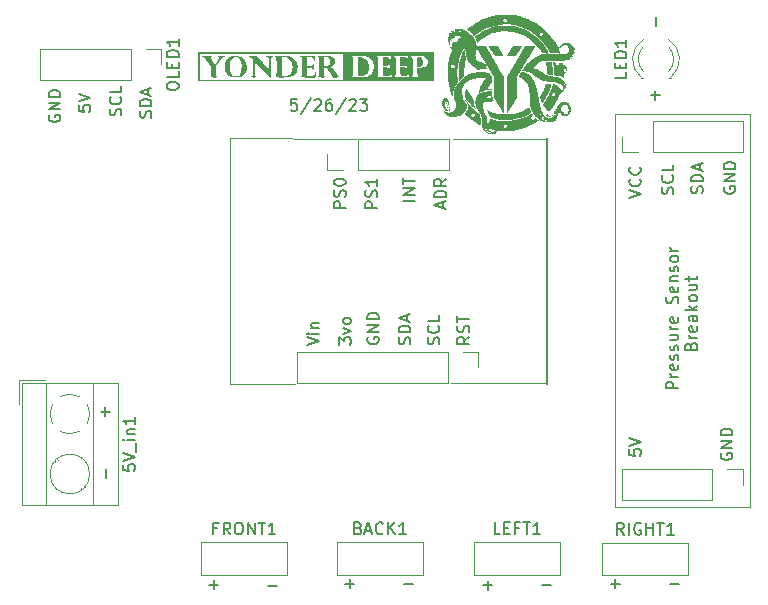
<source format=gto>
G04 #@! TF.GenerationSoftware,KiCad,Pcbnew,(6.0.10-0)*
G04 #@! TF.CreationDate,2023-05-27T15:27:50-07:00*
G04 #@! TF.ProjectId,YonderDeep,596f6e64-6572-4446-9565-702e6b696361,rev?*
G04 #@! TF.SameCoordinates,Original*
G04 #@! TF.FileFunction,Legend,Top*
G04 #@! TF.FilePolarity,Positive*
%FSLAX46Y46*%
G04 Gerber Fmt 4.6, Leading zero omitted, Abs format (unit mm)*
G04 Created by KiCad (PCBNEW (6.0.10-0)) date 2023-05-27 15:27:50*
%MOMM*%
%LPD*%
G01*
G04 APERTURE LIST*
%ADD10C,0.150000*%
%ADD11C,0.120000*%
G04 APERTURE END LIST*
D10*
X111674761Y-59504285D02*
X111722380Y-59361428D01*
X111722380Y-59123333D01*
X111674761Y-59028095D01*
X111627142Y-58980476D01*
X111531904Y-58932857D01*
X111436666Y-58932857D01*
X111341428Y-58980476D01*
X111293809Y-59028095D01*
X111246190Y-59123333D01*
X111198571Y-59313809D01*
X111150952Y-59409047D01*
X111103333Y-59456666D01*
X111008095Y-59504285D01*
X110912857Y-59504285D01*
X110817619Y-59456666D01*
X110770000Y-59409047D01*
X110722380Y-59313809D01*
X110722380Y-59075714D01*
X110770000Y-58932857D01*
X111722380Y-58504285D02*
X110722380Y-58504285D01*
X110722380Y-58266190D01*
X110770000Y-58123333D01*
X110865238Y-58028095D01*
X110960476Y-57980476D01*
X111150952Y-57932857D01*
X111293809Y-57932857D01*
X111484285Y-57980476D01*
X111579523Y-58028095D01*
X111674761Y-58123333D01*
X111722380Y-58266190D01*
X111722380Y-58504285D01*
X111436666Y-57551904D02*
X111436666Y-57075714D01*
X111722380Y-57647142D02*
X110722380Y-57313809D01*
X111722380Y-56980476D01*
X109134761Y-59320476D02*
X109182380Y-59177619D01*
X109182380Y-58939523D01*
X109134761Y-58844285D01*
X109087142Y-58796666D01*
X108991904Y-58749047D01*
X108896666Y-58749047D01*
X108801428Y-58796666D01*
X108753809Y-58844285D01*
X108706190Y-58939523D01*
X108658571Y-59130000D01*
X108610952Y-59225238D01*
X108563333Y-59272857D01*
X108468095Y-59320476D01*
X108372857Y-59320476D01*
X108277619Y-59272857D01*
X108230000Y-59225238D01*
X108182380Y-59130000D01*
X108182380Y-58891904D01*
X108230000Y-58749047D01*
X109087142Y-57749047D02*
X109134761Y-57796666D01*
X109182380Y-57939523D01*
X109182380Y-58034761D01*
X109134761Y-58177619D01*
X109039523Y-58272857D01*
X108944285Y-58320476D01*
X108753809Y-58368095D01*
X108610952Y-58368095D01*
X108420476Y-58320476D01*
X108325238Y-58272857D01*
X108230000Y-58177619D01*
X108182380Y-58034761D01*
X108182380Y-57939523D01*
X108230000Y-57796666D01*
X108277619Y-57749047D01*
X109182380Y-56844285D02*
X109182380Y-57320476D01*
X108182380Y-57320476D01*
X105562380Y-58480476D02*
X105562380Y-58956666D01*
X106038571Y-59004285D01*
X105990952Y-58956666D01*
X105943333Y-58861428D01*
X105943333Y-58623333D01*
X105990952Y-58528095D01*
X106038571Y-58480476D01*
X106133809Y-58432857D01*
X106371904Y-58432857D01*
X106467142Y-58480476D01*
X106514761Y-58528095D01*
X106562380Y-58623333D01*
X106562380Y-58861428D01*
X106514761Y-58956666D01*
X106467142Y-59004285D01*
X105562380Y-58147142D02*
X106562380Y-57813809D01*
X105562380Y-57480476D01*
X103070000Y-59301904D02*
X103022380Y-59397142D01*
X103022380Y-59540000D01*
X103070000Y-59682857D01*
X103165238Y-59778095D01*
X103260476Y-59825714D01*
X103450952Y-59873333D01*
X103593809Y-59873333D01*
X103784285Y-59825714D01*
X103879523Y-59778095D01*
X103974761Y-59682857D01*
X104022380Y-59540000D01*
X104022380Y-59444761D01*
X103974761Y-59301904D01*
X103927142Y-59254285D01*
X103593809Y-59254285D01*
X103593809Y-59444761D01*
X104022380Y-58825714D02*
X103022380Y-58825714D01*
X104022380Y-58254285D01*
X103022380Y-58254285D01*
X104022380Y-57778095D02*
X103022380Y-57778095D01*
X103022380Y-57540000D01*
X103070000Y-57397142D01*
X103165238Y-57301904D01*
X103260476Y-57254285D01*
X103450952Y-57206666D01*
X103593809Y-57206666D01*
X103784285Y-57254285D01*
X103879523Y-57301904D01*
X103974761Y-57397142D01*
X104022380Y-57540000D01*
X104022380Y-57778095D01*
X154491428Y-51740952D02*
X154491428Y-50979047D01*
X107891428Y-90000952D02*
X107891428Y-89239047D01*
X107419047Y-84411428D02*
X108180952Y-84411428D01*
X107800000Y-84792380D02*
X107800000Y-84030476D01*
X154019047Y-57631428D02*
X154780952Y-57631428D01*
X154400000Y-58012380D02*
X154400000Y-57250476D01*
D11*
X145200000Y-82010000D02*
X137060000Y-82020000D01*
X118410000Y-82057381D02*
X123870000Y-82050000D01*
X118410000Y-61200000D02*
X129040000Y-61300000D01*
X145120000Y-61330000D02*
X137240000Y-61290000D01*
X145190000Y-82057381D02*
X145190000Y-61240000D01*
X145180000Y-61220000D02*
X145180000Y-82090000D01*
X118410000Y-61227381D02*
X118410000Y-82057381D01*
D10*
X150619047Y-98981428D02*
X151380952Y-98981428D01*
X151000000Y-99362380D02*
X151000000Y-98600476D01*
X155649047Y-98981428D02*
X156410952Y-98981428D01*
X139839047Y-99101428D02*
X140600952Y-99101428D01*
X140220000Y-99482380D02*
X140220000Y-98720476D01*
X144789047Y-99051428D02*
X145550952Y-99051428D01*
X128159047Y-98981428D02*
X128920952Y-98981428D01*
X128540000Y-99362380D02*
X128540000Y-98600476D01*
X133119047Y-98981428D02*
X133880952Y-98981428D01*
X121589047Y-99191428D02*
X122350952Y-99191428D01*
X116629047Y-99051428D02*
X117390952Y-99051428D01*
X117010000Y-99432380D02*
X117010000Y-98670476D01*
X138642380Y-78077619D02*
X138166190Y-78410952D01*
X138642380Y-78649047D02*
X137642380Y-78649047D01*
X137642380Y-78268095D01*
X137690000Y-78172857D01*
X137737619Y-78125238D01*
X137832857Y-78077619D01*
X137975714Y-78077619D01*
X138070952Y-78125238D01*
X138118571Y-78172857D01*
X138166190Y-78268095D01*
X138166190Y-78649047D01*
X138594761Y-77696666D02*
X138642380Y-77553809D01*
X138642380Y-77315714D01*
X138594761Y-77220476D01*
X138547142Y-77172857D01*
X138451904Y-77125238D01*
X138356666Y-77125238D01*
X138261428Y-77172857D01*
X138213809Y-77220476D01*
X138166190Y-77315714D01*
X138118571Y-77506190D01*
X138070952Y-77601428D01*
X138023333Y-77649047D01*
X137928095Y-77696666D01*
X137832857Y-77696666D01*
X137737619Y-77649047D01*
X137690000Y-77601428D01*
X137642380Y-77506190D01*
X137642380Y-77268095D01*
X137690000Y-77125238D01*
X137642380Y-76839523D02*
X137642380Y-76268095D01*
X138642380Y-76553809D02*
X137642380Y-76553809D01*
X136064761Y-78696667D02*
X136112380Y-78553810D01*
X136112380Y-78315714D01*
X136064761Y-78220476D01*
X136017142Y-78172857D01*
X135921904Y-78125238D01*
X135826666Y-78125238D01*
X135731428Y-78172857D01*
X135683809Y-78220476D01*
X135636190Y-78315714D01*
X135588571Y-78506191D01*
X135540952Y-78601429D01*
X135493333Y-78649048D01*
X135398095Y-78696667D01*
X135302857Y-78696667D01*
X135207619Y-78649048D01*
X135160000Y-78601429D01*
X135112380Y-78506191D01*
X135112380Y-78268095D01*
X135160000Y-78125238D01*
X136017142Y-77125238D02*
X136064761Y-77172857D01*
X136112380Y-77315714D01*
X136112380Y-77410952D01*
X136064761Y-77553810D01*
X135969523Y-77649048D01*
X135874285Y-77696667D01*
X135683809Y-77744286D01*
X135540952Y-77744286D01*
X135350476Y-77696667D01*
X135255238Y-77649048D01*
X135160000Y-77553810D01*
X135112380Y-77410952D01*
X135112380Y-77315714D01*
X135160000Y-77172857D01*
X135207619Y-77125238D01*
X136112380Y-76220476D02*
X136112380Y-76696667D01*
X135112380Y-76696667D01*
X133614761Y-78696666D02*
X133662380Y-78553809D01*
X133662380Y-78315714D01*
X133614761Y-78220476D01*
X133567142Y-78172857D01*
X133471904Y-78125238D01*
X133376666Y-78125238D01*
X133281428Y-78172857D01*
X133233809Y-78220476D01*
X133186190Y-78315714D01*
X133138571Y-78506190D01*
X133090952Y-78601428D01*
X133043333Y-78649047D01*
X132948095Y-78696666D01*
X132852857Y-78696666D01*
X132757619Y-78649047D01*
X132710000Y-78601428D01*
X132662380Y-78506190D01*
X132662380Y-78268095D01*
X132710000Y-78125238D01*
X133662380Y-77696666D02*
X132662380Y-77696666D01*
X132662380Y-77458571D01*
X132710000Y-77315714D01*
X132805238Y-77220476D01*
X132900476Y-77172857D01*
X133090952Y-77125238D01*
X133233809Y-77125238D01*
X133424285Y-77172857D01*
X133519523Y-77220476D01*
X133614761Y-77315714D01*
X133662380Y-77458571D01*
X133662380Y-77696666D01*
X133376666Y-76744285D02*
X133376666Y-76268095D01*
X133662380Y-76839523D02*
X132662380Y-76506190D01*
X133662380Y-76172857D01*
X130040000Y-78125238D02*
X129992380Y-78220476D01*
X129992380Y-78363334D01*
X130040000Y-78506191D01*
X130135238Y-78601429D01*
X130230476Y-78649048D01*
X130420952Y-78696667D01*
X130563809Y-78696667D01*
X130754285Y-78649048D01*
X130849523Y-78601429D01*
X130944761Y-78506191D01*
X130992380Y-78363334D01*
X130992380Y-78268095D01*
X130944761Y-78125238D01*
X130897142Y-78077619D01*
X130563809Y-78077619D01*
X130563809Y-78268095D01*
X130992380Y-77649048D02*
X129992380Y-77649048D01*
X130992380Y-77077619D01*
X129992380Y-77077619D01*
X130992380Y-76601429D02*
X129992380Y-76601429D01*
X129992380Y-76363334D01*
X130040000Y-76220476D01*
X130135238Y-76125238D01*
X130230476Y-76077619D01*
X130420952Y-76030000D01*
X130563809Y-76030000D01*
X130754285Y-76077619D01*
X130849523Y-76125238D01*
X130944761Y-76220476D01*
X130992380Y-76363334D01*
X130992380Y-76601429D01*
X127612380Y-78744285D02*
X127612380Y-78125238D01*
X127993333Y-78458571D01*
X127993333Y-78315714D01*
X128040952Y-78220476D01*
X128088571Y-78172857D01*
X128183809Y-78125238D01*
X128421904Y-78125238D01*
X128517142Y-78172857D01*
X128564761Y-78220476D01*
X128612380Y-78315714D01*
X128612380Y-78601428D01*
X128564761Y-78696666D01*
X128517142Y-78744285D01*
X127945714Y-77791904D02*
X128612380Y-77553809D01*
X127945714Y-77315714D01*
X128612380Y-76791904D02*
X128564761Y-76887142D01*
X128517142Y-76934761D01*
X128421904Y-76982380D01*
X128136190Y-76982380D01*
X128040952Y-76934761D01*
X127993333Y-76887142D01*
X127945714Y-76791904D01*
X127945714Y-76649047D01*
X127993333Y-76553809D01*
X128040952Y-76506190D01*
X128136190Y-76458571D01*
X128421904Y-76458571D01*
X128517142Y-76506190D01*
X128564761Y-76553809D01*
X128612380Y-76649047D01*
X128612380Y-76791904D01*
X124942380Y-78791905D02*
X125942380Y-78458572D01*
X124942380Y-78125238D01*
X125942380Y-77791905D02*
X125275714Y-77791905D01*
X124942380Y-77791905D02*
X124990000Y-77839524D01*
X125037619Y-77791905D01*
X124990000Y-77744286D01*
X124942380Y-77791905D01*
X125037619Y-77791905D01*
X125275714Y-77315715D02*
X125942380Y-77315715D01*
X125370952Y-77315715D02*
X125323333Y-77268096D01*
X125275714Y-77172857D01*
X125275714Y-77030000D01*
X125323333Y-76934762D01*
X125418571Y-76887143D01*
X125942380Y-76887143D01*
X128172380Y-67170475D02*
X127172380Y-67170475D01*
X127172380Y-66789523D01*
X127220000Y-66694285D01*
X127267619Y-66646666D01*
X127362857Y-66599047D01*
X127505714Y-66599047D01*
X127600952Y-66646666D01*
X127648571Y-66694285D01*
X127696190Y-66789523D01*
X127696190Y-67170475D01*
X128124761Y-66218094D02*
X128172380Y-66075237D01*
X128172380Y-65837142D01*
X128124761Y-65741904D01*
X128077142Y-65694285D01*
X127981904Y-65646666D01*
X127886666Y-65646666D01*
X127791428Y-65694285D01*
X127743809Y-65741904D01*
X127696190Y-65837142D01*
X127648571Y-66027618D01*
X127600952Y-66122856D01*
X127553333Y-66170475D01*
X127458095Y-66218094D01*
X127362857Y-66218094D01*
X127267619Y-66170475D01*
X127220000Y-66122856D01*
X127172380Y-66027618D01*
X127172380Y-65789523D01*
X127220000Y-65646666D01*
X127172380Y-65027618D02*
X127172380Y-64932380D01*
X127220000Y-64837142D01*
X127267619Y-64789523D01*
X127362857Y-64741904D01*
X127553333Y-64694285D01*
X127791428Y-64694285D01*
X127981904Y-64741904D01*
X128077142Y-64789523D01*
X128124761Y-64837142D01*
X128172380Y-64932380D01*
X128172380Y-65027618D01*
X128124761Y-65122856D01*
X128077142Y-65170475D01*
X127981904Y-65218094D01*
X127791428Y-65265713D01*
X127553333Y-65265713D01*
X127362857Y-65218094D01*
X127267619Y-65170475D01*
X127220000Y-65122856D01*
X127172380Y-65027618D01*
X130842380Y-67170475D02*
X129842380Y-67170475D01*
X129842380Y-66789523D01*
X129890000Y-66694285D01*
X129937619Y-66646666D01*
X130032857Y-66599047D01*
X130175714Y-66599047D01*
X130270952Y-66646666D01*
X130318571Y-66694285D01*
X130366190Y-66789523D01*
X130366190Y-67170475D01*
X130794761Y-66218094D02*
X130842380Y-66075237D01*
X130842380Y-65837142D01*
X130794761Y-65741904D01*
X130747142Y-65694285D01*
X130651904Y-65646666D01*
X130556666Y-65646666D01*
X130461428Y-65694285D01*
X130413809Y-65741904D01*
X130366190Y-65837142D01*
X130318571Y-66027618D01*
X130270952Y-66122856D01*
X130223333Y-66170475D01*
X130128095Y-66218094D01*
X130032857Y-66218094D01*
X129937619Y-66170475D01*
X129890000Y-66122856D01*
X129842380Y-66027618D01*
X129842380Y-65789523D01*
X129890000Y-65646666D01*
X130842380Y-64694285D02*
X130842380Y-65265713D01*
X130842380Y-64979999D02*
X129842380Y-64979999D01*
X129985238Y-65075237D01*
X130080476Y-65170475D01*
X130128095Y-65265713D01*
X134022380Y-66551427D02*
X133022380Y-66551427D01*
X134022380Y-66075237D02*
X133022380Y-66075237D01*
X134022380Y-65503808D01*
X133022380Y-65503808D01*
X133022380Y-65170475D02*
X133022380Y-64599046D01*
X134022380Y-64884761D02*
X133022380Y-64884761D01*
X136406666Y-67170476D02*
X136406666Y-66694285D01*
X136692380Y-67265714D02*
X135692380Y-66932381D01*
X136692380Y-66599047D01*
X136692380Y-66265714D02*
X135692380Y-66265714D01*
X135692380Y-66027619D01*
X135740000Y-65884761D01*
X135835238Y-65789523D01*
X135930476Y-65741904D01*
X136120952Y-65694285D01*
X136263809Y-65694285D01*
X136454285Y-65741904D01*
X136549523Y-65789523D01*
X136644761Y-65884761D01*
X136692380Y-66027619D01*
X136692380Y-66265714D01*
X136692380Y-64694285D02*
X136216190Y-65027619D01*
X136692380Y-65265714D02*
X135692380Y-65265714D01*
X135692380Y-64884761D01*
X135740000Y-64789523D01*
X135787619Y-64741904D01*
X135882857Y-64694285D01*
X136025714Y-64694285D01*
X136120952Y-64741904D01*
X136168571Y-64789523D01*
X136216190Y-64884761D01*
X136216190Y-65265714D01*
X124045714Y-57932380D02*
X123569523Y-57932380D01*
X123521904Y-58408571D01*
X123569523Y-58360952D01*
X123664761Y-58313333D01*
X123902857Y-58313333D01*
X123998095Y-58360952D01*
X124045714Y-58408571D01*
X124093333Y-58503809D01*
X124093333Y-58741904D01*
X124045714Y-58837142D01*
X123998095Y-58884761D01*
X123902857Y-58932380D01*
X123664761Y-58932380D01*
X123569523Y-58884761D01*
X123521904Y-58837142D01*
X125236190Y-57884761D02*
X124379047Y-59170476D01*
X125521904Y-58027619D02*
X125569523Y-57980000D01*
X125664761Y-57932380D01*
X125902857Y-57932380D01*
X125998095Y-57980000D01*
X126045714Y-58027619D01*
X126093333Y-58122857D01*
X126093333Y-58218095D01*
X126045714Y-58360952D01*
X125474285Y-58932380D01*
X126093333Y-58932380D01*
X126950476Y-57932380D02*
X126760000Y-57932380D01*
X126664761Y-57980000D01*
X126617142Y-58027619D01*
X126521904Y-58170476D01*
X126474285Y-58360952D01*
X126474285Y-58741904D01*
X126521904Y-58837142D01*
X126569523Y-58884761D01*
X126664761Y-58932380D01*
X126855238Y-58932380D01*
X126950476Y-58884761D01*
X126998095Y-58837142D01*
X127045714Y-58741904D01*
X127045714Y-58503809D01*
X126998095Y-58408571D01*
X126950476Y-58360952D01*
X126855238Y-58313333D01*
X126664761Y-58313333D01*
X126569523Y-58360952D01*
X126521904Y-58408571D01*
X126474285Y-58503809D01*
X128188571Y-57884761D02*
X127331428Y-59170476D01*
X128474285Y-58027619D02*
X128521904Y-57980000D01*
X128617142Y-57932380D01*
X128855238Y-57932380D01*
X128950476Y-57980000D01*
X128998095Y-58027619D01*
X129045714Y-58122857D01*
X129045714Y-58218095D01*
X128998095Y-58360952D01*
X128426666Y-58932380D01*
X129045714Y-58932380D01*
X129379047Y-57932380D02*
X129998095Y-57932380D01*
X129664761Y-58313333D01*
X129807619Y-58313333D01*
X129902857Y-58360952D01*
X129950476Y-58408571D01*
X129998095Y-58503809D01*
X129998095Y-58741904D01*
X129950476Y-58837142D01*
X129902857Y-58884761D01*
X129807619Y-58932380D01*
X129521904Y-58932380D01*
X129426666Y-58884761D01*
X129379047Y-58837142D01*
X160220000Y-65371904D02*
X160172380Y-65467142D01*
X160172380Y-65610000D01*
X160220000Y-65752857D01*
X160315238Y-65848095D01*
X160410476Y-65895714D01*
X160600952Y-65943333D01*
X160743809Y-65943333D01*
X160934285Y-65895714D01*
X161029523Y-65848095D01*
X161124761Y-65752857D01*
X161172380Y-65610000D01*
X161172380Y-65514761D01*
X161124761Y-65371904D01*
X161077142Y-65324285D01*
X160743809Y-65324285D01*
X160743809Y-65514761D01*
X161172380Y-64895714D02*
X160172380Y-64895714D01*
X161172380Y-64324285D01*
X160172380Y-64324285D01*
X161172380Y-63848095D02*
X160172380Y-63848095D01*
X160172380Y-63610000D01*
X160220000Y-63467142D01*
X160315238Y-63371904D01*
X160410476Y-63324285D01*
X160600952Y-63276666D01*
X160743809Y-63276666D01*
X160934285Y-63324285D01*
X161029523Y-63371904D01*
X161124761Y-63467142D01*
X161172380Y-63610000D01*
X161172380Y-63848095D01*
X159960000Y-87931904D02*
X159912380Y-88027142D01*
X159912380Y-88170000D01*
X159960000Y-88312857D01*
X160055238Y-88408095D01*
X160150476Y-88455714D01*
X160340952Y-88503333D01*
X160483809Y-88503333D01*
X160674285Y-88455714D01*
X160769523Y-88408095D01*
X160864761Y-88312857D01*
X160912380Y-88170000D01*
X160912380Y-88074761D01*
X160864761Y-87931904D01*
X160817142Y-87884285D01*
X160483809Y-87884285D01*
X160483809Y-88074761D01*
X160912380Y-87455714D02*
X159912380Y-87455714D01*
X160912380Y-86884285D01*
X159912380Y-86884285D01*
X160912380Y-86408095D02*
X159912380Y-86408095D01*
X159912380Y-86170000D01*
X159960000Y-86027142D01*
X160055238Y-85931904D01*
X160150476Y-85884285D01*
X160340952Y-85836666D01*
X160483809Y-85836666D01*
X160674285Y-85884285D01*
X160769523Y-85931904D01*
X160864761Y-86027142D01*
X160912380Y-86170000D01*
X160912380Y-86408095D01*
X158374761Y-65904285D02*
X158422380Y-65761428D01*
X158422380Y-65523333D01*
X158374761Y-65428095D01*
X158327142Y-65380476D01*
X158231904Y-65332857D01*
X158136666Y-65332857D01*
X158041428Y-65380476D01*
X157993809Y-65428095D01*
X157946190Y-65523333D01*
X157898571Y-65713809D01*
X157850952Y-65809047D01*
X157803333Y-65856666D01*
X157708095Y-65904285D01*
X157612857Y-65904285D01*
X157517619Y-65856666D01*
X157470000Y-65809047D01*
X157422380Y-65713809D01*
X157422380Y-65475714D01*
X157470000Y-65332857D01*
X158422380Y-64904285D02*
X157422380Y-64904285D01*
X157422380Y-64666190D01*
X157470000Y-64523333D01*
X157565238Y-64428095D01*
X157660476Y-64380476D01*
X157850952Y-64332857D01*
X157993809Y-64332857D01*
X158184285Y-64380476D01*
X158279523Y-64428095D01*
X158374761Y-64523333D01*
X158422380Y-64666190D01*
X158422380Y-64904285D01*
X158136666Y-63951904D02*
X158136666Y-63475714D01*
X158422380Y-64047142D02*
X157422380Y-63713809D01*
X158422380Y-63380476D01*
X155874761Y-65970476D02*
X155922380Y-65827619D01*
X155922380Y-65589523D01*
X155874761Y-65494285D01*
X155827142Y-65446666D01*
X155731904Y-65399047D01*
X155636666Y-65399047D01*
X155541428Y-65446666D01*
X155493809Y-65494285D01*
X155446190Y-65589523D01*
X155398571Y-65780000D01*
X155350952Y-65875238D01*
X155303333Y-65922857D01*
X155208095Y-65970476D01*
X155112857Y-65970476D01*
X155017619Y-65922857D01*
X154970000Y-65875238D01*
X154922380Y-65780000D01*
X154922380Y-65541904D01*
X154970000Y-65399047D01*
X155827142Y-64399047D02*
X155874761Y-64446666D01*
X155922380Y-64589523D01*
X155922380Y-64684761D01*
X155874761Y-64827619D01*
X155779523Y-64922857D01*
X155684285Y-64970476D01*
X155493809Y-65018095D01*
X155350952Y-65018095D01*
X155160476Y-64970476D01*
X155065238Y-64922857D01*
X154970000Y-64827619D01*
X154922380Y-64684761D01*
X154922380Y-64589523D01*
X154970000Y-64446666D01*
X155017619Y-64399047D01*
X155922380Y-63494285D02*
X155922380Y-63970476D01*
X154922380Y-63970476D01*
X152172380Y-66283333D02*
X153172380Y-65950000D01*
X152172380Y-65616666D01*
X153077142Y-64711904D02*
X153124761Y-64759523D01*
X153172380Y-64902380D01*
X153172380Y-64997619D01*
X153124761Y-65140476D01*
X153029523Y-65235714D01*
X152934285Y-65283333D01*
X152743809Y-65330952D01*
X152600952Y-65330952D01*
X152410476Y-65283333D01*
X152315238Y-65235714D01*
X152220000Y-65140476D01*
X152172380Y-64997619D01*
X152172380Y-64902380D01*
X152220000Y-64759523D01*
X152267619Y-64711904D01*
X153077142Y-63711904D02*
X153124761Y-63759523D01*
X153172380Y-63902380D01*
X153172380Y-63997619D01*
X153124761Y-64140476D01*
X153029523Y-64235714D01*
X152934285Y-64283333D01*
X152743809Y-64330952D01*
X152600952Y-64330952D01*
X152410476Y-64283333D01*
X152315238Y-64235714D01*
X152220000Y-64140476D01*
X152172380Y-63997619D01*
X152172380Y-63902380D01*
X152220000Y-63759523D01*
X152267619Y-63711904D01*
X152172380Y-87610476D02*
X152172380Y-88086666D01*
X152648571Y-88134285D01*
X152600952Y-88086666D01*
X152553333Y-87991428D01*
X152553333Y-87753333D01*
X152600952Y-87658095D01*
X152648571Y-87610476D01*
X152743809Y-87562857D01*
X152981904Y-87562857D01*
X153077142Y-87610476D01*
X153124761Y-87658095D01*
X153172380Y-87753333D01*
X153172380Y-87991428D01*
X153124761Y-88086666D01*
X153077142Y-88134285D01*
X152172380Y-87277142D02*
X153172380Y-86943809D01*
X152172380Y-86610476D01*
X156327380Y-82435714D02*
X155327380Y-82435714D01*
X155327380Y-82054761D01*
X155375000Y-81959523D01*
X155422619Y-81911904D01*
X155517857Y-81864285D01*
X155660714Y-81864285D01*
X155755952Y-81911904D01*
X155803571Y-81959523D01*
X155851190Y-82054761D01*
X155851190Y-82435714D01*
X156327380Y-81435714D02*
X155660714Y-81435714D01*
X155851190Y-81435714D02*
X155755952Y-81388095D01*
X155708333Y-81340476D01*
X155660714Y-81245238D01*
X155660714Y-81150000D01*
X156279761Y-80435714D02*
X156327380Y-80530952D01*
X156327380Y-80721428D01*
X156279761Y-80816666D01*
X156184523Y-80864285D01*
X155803571Y-80864285D01*
X155708333Y-80816666D01*
X155660714Y-80721428D01*
X155660714Y-80530952D01*
X155708333Y-80435714D01*
X155803571Y-80388095D01*
X155898809Y-80388095D01*
X155994047Y-80864285D01*
X156279761Y-80007142D02*
X156327380Y-79911904D01*
X156327380Y-79721428D01*
X156279761Y-79626190D01*
X156184523Y-79578571D01*
X156136904Y-79578571D01*
X156041666Y-79626190D01*
X155994047Y-79721428D01*
X155994047Y-79864285D01*
X155946428Y-79959523D01*
X155851190Y-80007142D01*
X155803571Y-80007142D01*
X155708333Y-79959523D01*
X155660714Y-79864285D01*
X155660714Y-79721428D01*
X155708333Y-79626190D01*
X156279761Y-79197619D02*
X156327380Y-79102380D01*
X156327380Y-78911904D01*
X156279761Y-78816666D01*
X156184523Y-78769047D01*
X156136904Y-78769047D01*
X156041666Y-78816666D01*
X155994047Y-78911904D01*
X155994047Y-79054761D01*
X155946428Y-79150000D01*
X155851190Y-79197619D01*
X155803571Y-79197619D01*
X155708333Y-79150000D01*
X155660714Y-79054761D01*
X155660714Y-78911904D01*
X155708333Y-78816666D01*
X155660714Y-77911904D02*
X156327380Y-77911904D01*
X155660714Y-78340476D02*
X156184523Y-78340476D01*
X156279761Y-78292857D01*
X156327380Y-78197619D01*
X156327380Y-78054761D01*
X156279761Y-77959523D01*
X156232142Y-77911904D01*
X156327380Y-77435714D02*
X155660714Y-77435714D01*
X155851190Y-77435714D02*
X155755952Y-77388095D01*
X155708333Y-77340476D01*
X155660714Y-77245238D01*
X155660714Y-77150000D01*
X156279761Y-76435714D02*
X156327380Y-76530952D01*
X156327380Y-76721428D01*
X156279761Y-76816666D01*
X156184523Y-76864285D01*
X155803571Y-76864285D01*
X155708333Y-76816666D01*
X155660714Y-76721428D01*
X155660714Y-76530952D01*
X155708333Y-76435714D01*
X155803571Y-76388095D01*
X155898809Y-76388095D01*
X155994047Y-76864285D01*
X156279761Y-75245238D02*
X156327380Y-75102380D01*
X156327380Y-74864285D01*
X156279761Y-74769047D01*
X156232142Y-74721428D01*
X156136904Y-74673809D01*
X156041666Y-74673809D01*
X155946428Y-74721428D01*
X155898809Y-74769047D01*
X155851190Y-74864285D01*
X155803571Y-75054761D01*
X155755952Y-75150000D01*
X155708333Y-75197619D01*
X155613095Y-75245238D01*
X155517857Y-75245238D01*
X155422619Y-75197619D01*
X155375000Y-75150000D01*
X155327380Y-75054761D01*
X155327380Y-74816666D01*
X155375000Y-74673809D01*
X156279761Y-73864285D02*
X156327380Y-73959523D01*
X156327380Y-74150000D01*
X156279761Y-74245238D01*
X156184523Y-74292857D01*
X155803571Y-74292857D01*
X155708333Y-74245238D01*
X155660714Y-74150000D01*
X155660714Y-73959523D01*
X155708333Y-73864285D01*
X155803571Y-73816666D01*
X155898809Y-73816666D01*
X155994047Y-74292857D01*
X155660714Y-73388095D02*
X156327380Y-73388095D01*
X155755952Y-73388095D02*
X155708333Y-73340476D01*
X155660714Y-73245238D01*
X155660714Y-73102380D01*
X155708333Y-73007142D01*
X155803571Y-72959523D01*
X156327380Y-72959523D01*
X156279761Y-72530952D02*
X156327380Y-72435714D01*
X156327380Y-72245238D01*
X156279761Y-72150000D01*
X156184523Y-72102380D01*
X156136904Y-72102380D01*
X156041666Y-72150000D01*
X155994047Y-72245238D01*
X155994047Y-72388095D01*
X155946428Y-72483333D01*
X155851190Y-72530952D01*
X155803571Y-72530952D01*
X155708333Y-72483333D01*
X155660714Y-72388095D01*
X155660714Y-72245238D01*
X155708333Y-72150000D01*
X156327380Y-71530952D02*
X156279761Y-71626190D01*
X156232142Y-71673809D01*
X156136904Y-71721428D01*
X155851190Y-71721428D01*
X155755952Y-71673809D01*
X155708333Y-71626190D01*
X155660714Y-71530952D01*
X155660714Y-71388095D01*
X155708333Y-71292857D01*
X155755952Y-71245238D01*
X155851190Y-71197619D01*
X156136904Y-71197619D01*
X156232142Y-71245238D01*
X156279761Y-71292857D01*
X156327380Y-71388095D01*
X156327380Y-71530952D01*
X156327380Y-70769047D02*
X155660714Y-70769047D01*
X155851190Y-70769047D02*
X155755952Y-70721428D01*
X155708333Y-70673809D01*
X155660714Y-70578571D01*
X155660714Y-70483333D01*
X157413571Y-78864285D02*
X157461190Y-78721428D01*
X157508809Y-78673809D01*
X157604047Y-78626190D01*
X157746904Y-78626190D01*
X157842142Y-78673809D01*
X157889761Y-78721428D01*
X157937380Y-78816666D01*
X157937380Y-79197619D01*
X156937380Y-79197619D01*
X156937380Y-78864285D01*
X156985000Y-78769047D01*
X157032619Y-78721428D01*
X157127857Y-78673809D01*
X157223095Y-78673809D01*
X157318333Y-78721428D01*
X157365952Y-78769047D01*
X157413571Y-78864285D01*
X157413571Y-79197619D01*
X157937380Y-78197619D02*
X157270714Y-78197619D01*
X157461190Y-78197619D02*
X157365952Y-78150000D01*
X157318333Y-78102380D01*
X157270714Y-78007142D01*
X157270714Y-77911904D01*
X157889761Y-77197619D02*
X157937380Y-77292857D01*
X157937380Y-77483333D01*
X157889761Y-77578571D01*
X157794523Y-77626190D01*
X157413571Y-77626190D01*
X157318333Y-77578571D01*
X157270714Y-77483333D01*
X157270714Y-77292857D01*
X157318333Y-77197619D01*
X157413571Y-77150000D01*
X157508809Y-77150000D01*
X157604047Y-77626190D01*
X157937380Y-76292857D02*
X157413571Y-76292857D01*
X157318333Y-76340476D01*
X157270714Y-76435714D01*
X157270714Y-76626190D01*
X157318333Y-76721428D01*
X157889761Y-76292857D02*
X157937380Y-76388095D01*
X157937380Y-76626190D01*
X157889761Y-76721428D01*
X157794523Y-76769047D01*
X157699285Y-76769047D01*
X157604047Y-76721428D01*
X157556428Y-76626190D01*
X157556428Y-76388095D01*
X157508809Y-76292857D01*
X157937380Y-75816666D02*
X156937380Y-75816666D01*
X157556428Y-75721428D02*
X157937380Y-75435714D01*
X157270714Y-75435714D02*
X157651666Y-75816666D01*
X157937380Y-74864285D02*
X157889761Y-74959523D01*
X157842142Y-75007142D01*
X157746904Y-75054761D01*
X157461190Y-75054761D01*
X157365952Y-75007142D01*
X157318333Y-74959523D01*
X157270714Y-74864285D01*
X157270714Y-74721428D01*
X157318333Y-74626190D01*
X157365952Y-74578571D01*
X157461190Y-74530952D01*
X157746904Y-74530952D01*
X157842142Y-74578571D01*
X157889761Y-74626190D01*
X157937380Y-74721428D01*
X157937380Y-74864285D01*
X157270714Y-73673809D02*
X157937380Y-73673809D01*
X157270714Y-74102380D02*
X157794523Y-74102380D01*
X157889761Y-74054761D01*
X157937380Y-73959523D01*
X157937380Y-73816666D01*
X157889761Y-73721428D01*
X157842142Y-73673809D01*
X157270714Y-73340476D02*
X157270714Y-72959523D01*
X156937380Y-73197619D02*
X157794523Y-73197619D01*
X157889761Y-73150000D01*
X157937380Y-73054761D01*
X157937380Y-72959523D01*
D11*
X151010000Y-59240000D02*
X162380000Y-59240000D01*
X162380000Y-59240000D02*
X162380000Y-92440000D01*
X162380000Y-92440000D02*
X151010000Y-92440000D01*
X151010000Y-92440000D02*
X151010000Y-59240000D01*
D10*
X109332380Y-88883095D02*
X109332380Y-89359285D01*
X109808571Y-89406904D01*
X109760952Y-89359285D01*
X109713333Y-89264047D01*
X109713333Y-89025952D01*
X109760952Y-88930714D01*
X109808571Y-88883095D01*
X109903809Y-88835476D01*
X110141904Y-88835476D01*
X110237142Y-88883095D01*
X110284761Y-88930714D01*
X110332380Y-89025952D01*
X110332380Y-89264047D01*
X110284761Y-89359285D01*
X110237142Y-89406904D01*
X109332380Y-88549761D02*
X110332380Y-88216428D01*
X109332380Y-87883095D01*
X110427619Y-87787857D02*
X110427619Y-87025952D01*
X110332380Y-86787857D02*
X109665714Y-86787857D01*
X109332380Y-86787857D02*
X109380000Y-86835476D01*
X109427619Y-86787857D01*
X109380000Y-86740238D01*
X109332380Y-86787857D01*
X109427619Y-86787857D01*
X109665714Y-86311666D02*
X110332380Y-86311666D01*
X109760952Y-86311666D02*
X109713333Y-86264047D01*
X109665714Y-86168809D01*
X109665714Y-86025952D01*
X109713333Y-85930714D01*
X109808571Y-85883095D01*
X110332380Y-85883095D01*
X110332380Y-84883095D02*
X110332380Y-85454523D01*
X110332380Y-85168809D02*
X109332380Y-85168809D01*
X109475238Y-85264047D01*
X109570476Y-85359285D01*
X109618095Y-85454523D01*
X113032380Y-56938571D02*
X113032380Y-56748095D01*
X113080000Y-56652857D01*
X113175238Y-56557619D01*
X113365714Y-56510000D01*
X113699047Y-56510000D01*
X113889523Y-56557619D01*
X113984761Y-56652857D01*
X114032380Y-56748095D01*
X114032380Y-56938571D01*
X113984761Y-57033809D01*
X113889523Y-57129047D01*
X113699047Y-57176666D01*
X113365714Y-57176666D01*
X113175238Y-57129047D01*
X113080000Y-57033809D01*
X113032380Y-56938571D01*
X114032380Y-55605238D02*
X114032380Y-56081428D01*
X113032380Y-56081428D01*
X113508571Y-55271904D02*
X113508571Y-54938571D01*
X114032380Y-54795714D02*
X114032380Y-55271904D01*
X113032380Y-55271904D01*
X113032380Y-54795714D01*
X114032380Y-54367142D02*
X113032380Y-54367142D01*
X113032380Y-54129047D01*
X113080000Y-53986190D01*
X113175238Y-53890952D01*
X113270476Y-53843333D01*
X113460952Y-53795714D01*
X113603809Y-53795714D01*
X113794285Y-53843333D01*
X113889523Y-53890952D01*
X113984761Y-53986190D01*
X114032380Y-54129047D01*
X114032380Y-54367142D01*
X114032380Y-52843333D02*
X114032380Y-53414761D01*
X114032380Y-53129047D02*
X113032380Y-53129047D01*
X113175238Y-53224285D01*
X113270476Y-53319523D01*
X113318095Y-53414761D01*
X151942380Y-55684047D02*
X151942380Y-56160238D01*
X150942380Y-56160238D01*
X151418571Y-55350714D02*
X151418571Y-55017380D01*
X151942380Y-54874523D02*
X151942380Y-55350714D01*
X150942380Y-55350714D01*
X150942380Y-54874523D01*
X151942380Y-54445952D02*
X150942380Y-54445952D01*
X150942380Y-54207857D01*
X150990000Y-54065000D01*
X151085238Y-53969761D01*
X151180476Y-53922142D01*
X151370952Y-53874523D01*
X151513809Y-53874523D01*
X151704285Y-53922142D01*
X151799523Y-53969761D01*
X151894761Y-54065000D01*
X151942380Y-54207857D01*
X151942380Y-54445952D01*
X151942380Y-52922142D02*
X151942380Y-53493571D01*
X151942380Y-53207857D02*
X150942380Y-53207857D01*
X151085238Y-53303095D01*
X151180476Y-53398333D01*
X151228095Y-53493571D01*
X151730476Y-94822380D02*
X151397142Y-94346190D01*
X151159047Y-94822380D02*
X151159047Y-93822380D01*
X151540000Y-93822380D01*
X151635238Y-93870000D01*
X151682857Y-93917619D01*
X151730476Y-94012857D01*
X151730476Y-94155714D01*
X151682857Y-94250952D01*
X151635238Y-94298571D01*
X151540000Y-94346190D01*
X151159047Y-94346190D01*
X152159047Y-94822380D02*
X152159047Y-93822380D01*
X153159047Y-93870000D02*
X153063809Y-93822380D01*
X152920952Y-93822380D01*
X152778095Y-93870000D01*
X152682857Y-93965238D01*
X152635238Y-94060476D01*
X152587619Y-94250952D01*
X152587619Y-94393809D01*
X152635238Y-94584285D01*
X152682857Y-94679523D01*
X152778095Y-94774761D01*
X152920952Y-94822380D01*
X153016190Y-94822380D01*
X153159047Y-94774761D01*
X153206666Y-94727142D01*
X153206666Y-94393809D01*
X153016190Y-94393809D01*
X153635238Y-94822380D02*
X153635238Y-93822380D01*
X153635238Y-94298571D02*
X154206666Y-94298571D01*
X154206666Y-94822380D02*
X154206666Y-93822380D01*
X154540000Y-93822380D02*
X155111428Y-93822380D01*
X154825714Y-94822380D02*
X154825714Y-93822380D01*
X155968571Y-94822380D02*
X155397142Y-94822380D01*
X155682857Y-94822380D02*
X155682857Y-93822380D01*
X155587619Y-93965238D01*
X155492380Y-94060476D01*
X155397142Y-94108095D01*
X141261428Y-94792380D02*
X140785238Y-94792380D01*
X140785238Y-93792380D01*
X141594761Y-94268571D02*
X141928095Y-94268571D01*
X142070952Y-94792380D02*
X141594761Y-94792380D01*
X141594761Y-93792380D01*
X142070952Y-93792380D01*
X142832857Y-94268571D02*
X142499523Y-94268571D01*
X142499523Y-94792380D02*
X142499523Y-93792380D01*
X142975714Y-93792380D01*
X143213809Y-93792380D02*
X143785238Y-93792380D01*
X143499523Y-94792380D02*
X143499523Y-93792380D01*
X144642380Y-94792380D02*
X144070952Y-94792380D01*
X144356666Y-94792380D02*
X144356666Y-93792380D01*
X144261428Y-93935238D01*
X144166190Y-94030476D01*
X144070952Y-94078095D01*
X117318095Y-94278571D02*
X116984761Y-94278571D01*
X116984761Y-94802380D02*
X116984761Y-93802380D01*
X117460952Y-93802380D01*
X118413333Y-94802380D02*
X118080000Y-94326190D01*
X117841904Y-94802380D02*
X117841904Y-93802380D01*
X118222857Y-93802380D01*
X118318095Y-93850000D01*
X118365714Y-93897619D01*
X118413333Y-93992857D01*
X118413333Y-94135714D01*
X118365714Y-94230952D01*
X118318095Y-94278571D01*
X118222857Y-94326190D01*
X117841904Y-94326190D01*
X119032380Y-93802380D02*
X119222857Y-93802380D01*
X119318095Y-93850000D01*
X119413333Y-93945238D01*
X119460952Y-94135714D01*
X119460952Y-94469047D01*
X119413333Y-94659523D01*
X119318095Y-94754761D01*
X119222857Y-94802380D01*
X119032380Y-94802380D01*
X118937142Y-94754761D01*
X118841904Y-94659523D01*
X118794285Y-94469047D01*
X118794285Y-94135714D01*
X118841904Y-93945238D01*
X118937142Y-93850000D01*
X119032380Y-93802380D01*
X119889523Y-94802380D02*
X119889523Y-93802380D01*
X120460952Y-94802380D01*
X120460952Y-93802380D01*
X120794285Y-93802380D02*
X121365714Y-93802380D01*
X121080000Y-94802380D02*
X121080000Y-93802380D01*
X122222857Y-94802380D02*
X121651428Y-94802380D01*
X121937142Y-94802380D02*
X121937142Y-93802380D01*
X121841904Y-93945238D01*
X121746666Y-94040476D01*
X121651428Y-94088095D01*
X129246666Y-94268571D02*
X129389523Y-94316190D01*
X129437142Y-94363809D01*
X129484761Y-94459047D01*
X129484761Y-94601904D01*
X129437142Y-94697142D01*
X129389523Y-94744761D01*
X129294285Y-94792380D01*
X128913333Y-94792380D01*
X128913333Y-93792380D01*
X129246666Y-93792380D01*
X129341904Y-93840000D01*
X129389523Y-93887619D01*
X129437142Y-93982857D01*
X129437142Y-94078095D01*
X129389523Y-94173333D01*
X129341904Y-94220952D01*
X129246666Y-94268571D01*
X128913333Y-94268571D01*
X129865714Y-94506666D02*
X130341904Y-94506666D01*
X129770476Y-94792380D02*
X130103809Y-93792380D01*
X130437142Y-94792380D01*
X131341904Y-94697142D02*
X131294285Y-94744761D01*
X131151428Y-94792380D01*
X131056190Y-94792380D01*
X130913333Y-94744761D01*
X130818095Y-94649523D01*
X130770476Y-94554285D01*
X130722857Y-94363809D01*
X130722857Y-94220952D01*
X130770476Y-94030476D01*
X130818095Y-93935238D01*
X130913333Y-93840000D01*
X131056190Y-93792380D01*
X131151428Y-93792380D01*
X131294285Y-93840000D01*
X131341904Y-93887619D01*
X131770476Y-94792380D02*
X131770476Y-93792380D01*
X132341904Y-94792380D02*
X131913333Y-94220952D01*
X132341904Y-93792380D02*
X131770476Y-94363809D01*
X133294285Y-94792380D02*
X132722857Y-94792380D01*
X133008571Y-94792380D02*
X133008571Y-93792380D01*
X132913333Y-93935238D01*
X132818095Y-94030476D01*
X132722857Y-94078095D01*
D11*
X100520000Y-81765000D02*
X100520000Y-83765000D01*
X103844000Y-88505000D02*
X103751000Y-88411000D01*
X102820000Y-82005000D02*
X102820000Y-92285000D01*
X100760000Y-82005000D02*
X100760000Y-92285000D01*
X103604000Y-88675000D02*
X103546000Y-88616000D01*
X108880000Y-82005000D02*
X100760000Y-82005000D01*
X108880000Y-92285000D02*
X100760000Y-92285000D01*
X108880000Y-82005000D02*
X108880000Y-92285000D01*
X105889000Y-90960000D02*
X105796000Y-90866000D01*
X106820000Y-82005000D02*
X106820000Y-92285000D01*
X106095000Y-90755000D02*
X106036000Y-90696000D01*
X102760000Y-81765000D02*
X100520000Y-81765000D01*
X103140000Y-84605000D02*
G75*
G03*
X103336648Y-85393712I1680000J0D01*
G01*
X105609000Y-83121000D02*
G75*
G03*
X104030911Y-83121047I-789000J-1483995D01*
G01*
X104031000Y-86089001D02*
G75*
G03*
X105609089Y-86088953I789000J1484001D01*
G01*
X106304000Y-85394000D02*
G75*
G03*
X106303953Y-83815911I-1483995J789000D01*
G01*
X103336000Y-83816000D02*
G75*
G03*
X103139550Y-84634383I1483995J-788998D01*
G01*
X106500000Y-89685000D02*
G75*
G03*
X106500000Y-89685000I-1680000J0D01*
G01*
G36*
X136653718Y-59183990D02*
G01*
X136639218Y-59165993D01*
X137644102Y-59165993D01*
X137654238Y-59176129D01*
X137664373Y-59165993D01*
X137654238Y-59155858D01*
X137644102Y-59165993D01*
X136639218Y-59165993D01*
X136617313Y-59138805D01*
X137785729Y-59138805D01*
X137796217Y-59178760D01*
X137800371Y-59183741D01*
X137836635Y-59196557D01*
X137875453Y-59182397D01*
X137898628Y-59149116D01*
X137899785Y-59140832D01*
X137888501Y-59090503D01*
X137855239Y-59064095D01*
X137818978Y-59066456D01*
X137794461Y-59094151D01*
X137785729Y-59138805D01*
X136617313Y-59138805D01*
X136576175Y-59087746D01*
X136522454Y-59011507D01*
X136495654Y-58964793D01*
X136495641Y-58946935D01*
X136522281Y-58957263D01*
X136554517Y-58979280D01*
X136654820Y-59039574D01*
X136761110Y-59073078D01*
X136887824Y-59084123D01*
X136904198Y-59084150D01*
X137061024Y-59064282D01*
X137202309Y-59008203D01*
X137240369Y-58980173D01*
X137772487Y-58980173D01*
X137775270Y-58992224D01*
X137786001Y-58993687D01*
X137788971Y-58992367D01*
X137851785Y-58992367D01*
X137854558Y-58993687D01*
X137873058Y-58979416D01*
X137877222Y-58973416D01*
X137882388Y-58954464D01*
X137879615Y-58953144D01*
X137861116Y-58967415D01*
X137856951Y-58973416D01*
X137851785Y-58992367D01*
X137788971Y-58992367D01*
X137802687Y-58986270D01*
X137799516Y-58980173D01*
X137775458Y-58977747D01*
X137772487Y-58980173D01*
X137240369Y-58980173D01*
X137308348Y-58930109D01*
X137745459Y-58930109D01*
X137762099Y-58943486D01*
X137799258Y-58948091D01*
X137837793Y-58943561D01*
X137857347Y-58932232D01*
X137882545Y-58921598D01*
X137890781Y-58924853D01*
X137899647Y-58921527D01*
X137898188Y-58917972D01*
X137952194Y-58917972D01*
X137965900Y-58959954D01*
X137969379Y-58964407D01*
X138007672Y-58989088D01*
X138042154Y-58980005D01*
X138059391Y-58941590D01*
X138059665Y-58934615D01*
X138047173Y-58893710D01*
X138013407Y-58879175D01*
X137970188Y-58886868D01*
X137952194Y-58917972D01*
X137898188Y-58917972D01*
X137888667Y-58894776D01*
X137865269Y-58857861D01*
X137854425Y-58858979D01*
X137854136Y-58886486D01*
X137839691Y-58918635D01*
X137818577Y-58929073D01*
X137790965Y-58927525D01*
X137790035Y-58899628D01*
X137791340Y-58894375D01*
X137792196Y-58858585D01*
X137776440Y-58855101D01*
X137757763Y-58883852D01*
X137746915Y-58919638D01*
X137745459Y-58930109D01*
X137308348Y-58930109D01*
X137323993Y-58918587D01*
X137422018Y-58798106D01*
X137455792Y-58734812D01*
X137993795Y-58734812D01*
X138019757Y-58767474D01*
X138073738Y-58783463D01*
X138077575Y-58783719D01*
X138124738Y-58772810D01*
X138141753Y-58747272D01*
X138141388Y-58699245D01*
X138114167Y-58666511D01*
X138072389Y-58653850D01*
X138028352Y-58666043D01*
X138002096Y-58692985D01*
X137993795Y-58734812D01*
X137455792Y-58734812D01*
X137467192Y-58713449D01*
X137497642Y-58609323D01*
X137508807Y-58487412D01*
X137508507Y-58483124D01*
X137993259Y-58483124D01*
X138004908Y-58512251D01*
X138008863Y-58517162D01*
X138048399Y-58542377D01*
X138085485Y-58533081D01*
X138106526Y-58492816D01*
X138106697Y-58491673D01*
X138098445Y-58449104D01*
X138067388Y-58430789D01*
X138026691Y-58442276D01*
X138014223Y-58452707D01*
X137993259Y-58483124D01*
X137508507Y-58483124D01*
X137500305Y-58365801D01*
X137479192Y-58284396D01*
X138118467Y-58284396D01*
X138119405Y-58291260D01*
X138126534Y-58328020D01*
X138129108Y-58339936D01*
X138147613Y-58343011D01*
X138176225Y-58342652D01*
X138203661Y-58339209D01*
X138192110Y-58332600D01*
X138186360Y-58331030D01*
X138156280Y-58313197D01*
X138150886Y-58300610D01*
X138166957Y-58287980D01*
X138191428Y-58290063D01*
X138225752Y-58290885D01*
X138227640Y-58271608D01*
X138204133Y-58245779D01*
X138163428Y-58230704D01*
X138130105Y-58246136D01*
X138118467Y-58284396D01*
X137479192Y-58284396D01*
X137476510Y-58274054D01*
X137427458Y-58147876D01*
X137391130Y-58051584D01*
X137365437Y-57977325D01*
X137348287Y-57917244D01*
X137337589Y-57863489D01*
X137331254Y-57808207D01*
X137327191Y-57743543D01*
X137325415Y-57706456D01*
X137325644Y-57529220D01*
X137345516Y-57365892D01*
X137387682Y-57207900D01*
X137454798Y-57046671D01*
X137549518Y-56873632D01*
X137616014Y-56767752D01*
X137793531Y-56517632D01*
X137981235Y-56298804D01*
X138187541Y-56102055D01*
X138331229Y-55985006D01*
X138436402Y-55913098D01*
X138552821Y-55852376D01*
X138687131Y-55800424D01*
X138845981Y-55754824D01*
X139036014Y-55713160D01*
X139123910Y-55696757D01*
X139276497Y-55676590D01*
X139451562Y-55665312D01*
X139639310Y-55662567D01*
X139829947Y-55667997D01*
X140013679Y-55681243D01*
X140180711Y-55701949D01*
X140321249Y-55729758D01*
X140365558Y-55742078D01*
X140390654Y-55763471D01*
X140429131Y-55812048D01*
X140474764Y-55879505D01*
X140502390Y-55924574D01*
X140603719Y-56096128D01*
X140603719Y-56462969D01*
X140505643Y-56577929D01*
X140427437Y-56674625D01*
X140366932Y-56763632D01*
X140314832Y-56860354D01*
X140261845Y-56980193D01*
X140259544Y-56985761D01*
X140199448Y-57131496D01*
X140310238Y-57117653D01*
X140382025Y-57112721D01*
X140457940Y-57113782D01*
X140527256Y-57119832D01*
X140579246Y-57129863D01*
X140603182Y-57142871D01*
X140603692Y-57145168D01*
X140584631Y-57150324D01*
X140532348Y-57154826D01*
X140454163Y-57158273D01*
X140357396Y-57160261D01*
X140324961Y-57160517D01*
X140210290Y-57161661D01*
X140125292Y-57164836D01*
X140059096Y-57171646D01*
X140000835Y-57183696D01*
X139939640Y-57202592D01*
X139871085Y-57227519D01*
X139783941Y-57262974D01*
X139698283Y-57302649D01*
X139621293Y-57342585D01*
X139560150Y-57378819D01*
X139522036Y-57407393D01*
X139514132Y-57424344D01*
X139514173Y-57424386D01*
X139536623Y-57423388D01*
X139588700Y-57412579D01*
X139661261Y-57394003D01*
X139704023Y-57381960D01*
X139963254Y-57318138D01*
X140202945Y-57282274D01*
X140414661Y-57274878D01*
X140593583Y-57280758D01*
X140603719Y-57574692D01*
X140607930Y-57689601D01*
X140612416Y-57772231D01*
X140618799Y-57830822D01*
X140628701Y-57873617D01*
X140643743Y-57908855D01*
X140665546Y-57944780D01*
X140681096Y-57967947D01*
X140717195Y-58022890D01*
X140730863Y-58058315D01*
X140718645Y-58084673D01*
X140677088Y-58112413D01*
X140623990Y-58140728D01*
X140494717Y-58189273D01*
X140337592Y-58214813D01*
X140158757Y-58216438D01*
X140127342Y-58214325D01*
X140039541Y-58207524D01*
X139962308Y-58201581D01*
X139908156Y-58197457D01*
X139896099Y-58196558D01*
X139867060Y-58198991D01*
X139847705Y-58217658D01*
X139831689Y-58261665D01*
X139820940Y-58304461D01*
X139797588Y-58440861D01*
X139793601Y-58577521D01*
X139810242Y-58719503D01*
X139848773Y-58871868D01*
X139910459Y-59039679D01*
X139996560Y-59227998D01*
X140101584Y-59429521D01*
X140134952Y-59494731D01*
X140154808Y-59549098D01*
X140164587Y-59607844D01*
X140167721Y-59686195D01*
X140167885Y-59723455D01*
X140166103Y-59813199D01*
X140161379Y-59896228D01*
X140154648Y-59957371D01*
X140152920Y-59966712D01*
X140146071Y-60005951D01*
X140147511Y-60015975D01*
X140149541Y-60012322D01*
X140176277Y-59993758D01*
X140217951Y-59986983D01*
X140250361Y-59984041D01*
X140269830Y-59968831D01*
X140282581Y-59931774D01*
X140293684Y-59870423D01*
X140300298Y-59837710D01*
X140304622Y-59836870D01*
X140306738Y-59869862D01*
X140306728Y-59938644D01*
X140304674Y-60045174D01*
X140303286Y-60099278D01*
X140300218Y-60227829D01*
X140299330Y-60323276D01*
X140301167Y-60393027D01*
X140306272Y-60444488D01*
X140315190Y-60485066D01*
X140328465Y-60522167D01*
X140335580Y-60538741D01*
X140390282Y-60624191D01*
X140466096Y-60676786D01*
X140566803Y-60698840D01*
X140598832Y-60699859D01*
X140666624Y-60693837D01*
X140716647Y-60669947D01*
X140752635Y-60638005D01*
X140788294Y-60598688D01*
X140805518Y-60572250D01*
X140805393Y-60567540D01*
X140783027Y-60559282D01*
X140730225Y-60544047D01*
X140655968Y-60524345D01*
X140603719Y-60511145D01*
X140411141Y-60463360D01*
X140411141Y-60222712D01*
X141566181Y-60222712D01*
X141578194Y-60286288D01*
X141614468Y-60335536D01*
X141667336Y-60364598D01*
X141729132Y-60367614D01*
X141792189Y-60338724D01*
X141810785Y-60322382D01*
X141853246Y-60257444D01*
X141855436Y-60187870D01*
X141839806Y-60148286D01*
X141792587Y-60096863D01*
X141730017Y-60074983D01*
X141664387Y-60082529D01*
X141607990Y-60119386D01*
X141586097Y-60150667D01*
X141566181Y-60222712D01*
X140411141Y-60222712D01*
X140411141Y-60032370D01*
X140411448Y-59888529D01*
X140412596Y-59780535D01*
X140414925Y-59703694D01*
X140418776Y-59653313D01*
X140424490Y-59624698D01*
X140432408Y-59613157D01*
X140441548Y-59613429D01*
X140472627Y-59623256D01*
X140533671Y-59640696D01*
X140615409Y-59663152D01*
X140694940Y-59684431D01*
X141039617Y-59759154D01*
X141391697Y-59804303D01*
X141740144Y-59818878D01*
X142032849Y-59805811D01*
X142446336Y-59750448D01*
X142841983Y-59659186D01*
X143161690Y-59551619D01*
X143895208Y-59551619D01*
X143907809Y-59601222D01*
X143916212Y-59618478D01*
X143965145Y-59677190D01*
X144027550Y-59700738D01*
X144094475Y-59687736D01*
X144141991Y-59653427D01*
X144176560Y-59604022D01*
X144191718Y-59552986D01*
X144191748Y-59551149D01*
X144177335Y-59501335D01*
X144142033Y-59450175D01*
X144097744Y-59411600D01*
X144061859Y-59399114D01*
X143993169Y-59416571D01*
X143933791Y-59460944D01*
X143907722Y-59501018D01*
X143895208Y-59551619D01*
X143161690Y-59551619D01*
X143222141Y-59531280D01*
X143589159Y-59365991D01*
X143812013Y-59243900D01*
X143882083Y-59203863D01*
X143937385Y-59174233D01*
X143969920Y-59159200D01*
X143975148Y-59158462D01*
X144058530Y-59280448D01*
X144162949Y-59409288D01*
X144278162Y-59533802D01*
X144393929Y-59642811D01*
X144484768Y-59714685D01*
X144544293Y-59756593D01*
X144454173Y-59818371D01*
X144332632Y-59896466D01*
X144186059Y-59982473D01*
X144027157Y-60069480D01*
X143868630Y-60150579D01*
X143723184Y-60218860D01*
X143696503Y-60230489D01*
X143340768Y-60370132D01*
X142994911Y-60478131D01*
X142650189Y-60556125D01*
X142297857Y-60605752D01*
X141929171Y-60628653D01*
X141576744Y-60627784D01*
X141443118Y-60623454D01*
X141319059Y-60618603D01*
X141211789Y-60613579D01*
X141128529Y-60608730D01*
X141076501Y-60604403D01*
X141068339Y-60603304D01*
X141024064Y-60598384D01*
X140997716Y-60608009D01*
X140977640Y-60640862D01*
X140960599Y-60683585D01*
X140899713Y-60789547D01*
X140810432Y-60867792D01*
X140696876Y-60914818D01*
X140685405Y-60917443D01*
X140624060Y-60929641D01*
X140579946Y-60936650D01*
X140567246Y-60937367D01*
X140540803Y-60932986D01*
X140487707Y-60924206D01*
X140441548Y-60916579D01*
X140294707Y-60877564D01*
X140150004Y-60812470D01*
X140017969Y-60727665D01*
X139909133Y-60629518D01*
X139856742Y-60562982D01*
X139816560Y-60497182D01*
X139801163Y-60464837D01*
X140001981Y-60464837D01*
X140019957Y-60575245D01*
X140072550Y-60669114D01*
X140160257Y-60748721D01*
X140195511Y-60771372D01*
X140272465Y-60813432D01*
X140338872Y-60838159D01*
X140416197Y-60853099D01*
X140435161Y-60855614D01*
X140470253Y-60850939D01*
X140516246Y-60836539D01*
X140544499Y-60824364D01*
X140551134Y-60813943D01*
X140531444Y-60800845D01*
X140480725Y-60780643D01*
X140441548Y-60766234D01*
X140374445Y-60744620D01*
X140325074Y-60734315D01*
X140303167Y-60737326D01*
X140303027Y-60737667D01*
X140280185Y-60751735D01*
X140237145Y-60757294D01*
X140194166Y-60751177D01*
X140178958Y-60726659D01*
X140178020Y-60710670D01*
X140185462Y-60676209D01*
X140218563Y-60676209D01*
X140233989Y-60695891D01*
X140238835Y-60696480D01*
X140258517Y-60681054D01*
X140259106Y-60676209D01*
X140243680Y-60656527D01*
X140238835Y-60655937D01*
X140219152Y-60671363D01*
X140218563Y-60676209D01*
X140185462Y-60676209D01*
X140188553Y-60661896D01*
X140203360Y-60637585D01*
X140214089Y-60620873D01*
X140195062Y-60618965D01*
X140166047Y-60624296D01*
X140111215Y-60622897D01*
X140083279Y-60605259D01*
X140117206Y-60605259D01*
X140127342Y-60615395D01*
X140137478Y-60605259D01*
X140127342Y-60595123D01*
X140117206Y-60605259D01*
X140083279Y-60605259D01*
X140074110Y-60599470D01*
X140058825Y-60564484D01*
X140063136Y-60549854D01*
X140125703Y-60549854D01*
X140128412Y-60556312D01*
X140153022Y-60566355D01*
X140159481Y-60563646D01*
X140169524Y-60539036D01*
X140166815Y-60532578D01*
X140142205Y-60522535D01*
X140135746Y-60525244D01*
X140125703Y-60549854D01*
X140063136Y-60549854D01*
X140069454Y-60528412D01*
X140110090Y-60501723D01*
X140117309Y-60499614D01*
X140152997Y-60481743D01*
X140149114Y-60461343D01*
X140117309Y-60447377D01*
X140078009Y-60423949D01*
X140064363Y-60404212D01*
X140064675Y-60382274D01*
X140076664Y-60382274D01*
X140086799Y-60392410D01*
X140091526Y-60387683D01*
X140125703Y-60387683D01*
X140128412Y-60394141D01*
X140153022Y-60404185D01*
X140159481Y-60401476D01*
X140169524Y-60376866D01*
X140166815Y-60370407D01*
X140142205Y-60360364D01*
X140135746Y-60363073D01*
X140125703Y-60387683D01*
X140091526Y-60387683D01*
X140096935Y-60382274D01*
X140086799Y-60372139D01*
X140076664Y-60382274D01*
X140064675Y-60382274D01*
X140064989Y-60360208D01*
X140094427Y-60327923D01*
X140140946Y-60318661D01*
X140151177Y-60320543D01*
X140189125Y-60321744D01*
X140198292Y-60303939D01*
X140181305Y-60276395D01*
X140157749Y-60264908D01*
X140127370Y-60239453D01*
X140117934Y-60201028D01*
X140137478Y-60201028D01*
X140142319Y-60228202D01*
X140153818Y-60218380D01*
X140156693Y-60209968D01*
X140178020Y-60209968D01*
X140194439Y-60227952D01*
X140208428Y-60230239D01*
X140235404Y-60219293D01*
X140238835Y-60209968D01*
X140222416Y-60191983D01*
X140208428Y-60189696D01*
X140181451Y-60200642D01*
X140178020Y-60209968D01*
X140156693Y-60209968D01*
X140163630Y-60189668D01*
X140164965Y-60162234D01*
X140155859Y-60160458D01*
X140138976Y-60188585D01*
X140137478Y-60201028D01*
X140117934Y-60201028D01*
X140116731Y-60196127D01*
X140127494Y-60153349D01*
X140146031Y-60134958D01*
X140164243Y-60115747D01*
X140151009Y-60086223D01*
X140149354Y-60083942D01*
X140134470Y-60070198D01*
X140119535Y-60077285D01*
X140100087Y-60110754D01*
X140071664Y-60176155D01*
X140067896Y-60185298D01*
X140018126Y-60335614D01*
X140001981Y-60464837D01*
X139801163Y-60464837D01*
X139785248Y-60431402D01*
X139761415Y-60358889D01*
X139743669Y-60272888D01*
X139730619Y-60166647D01*
X139722907Y-60061211D01*
X140207444Y-60061211D01*
X140222698Y-60083906D01*
X140238835Y-60088340D01*
X140265267Y-60073745D01*
X140268376Y-60069469D01*
X140267059Y-60045438D01*
X140242689Y-60032600D01*
X140218233Y-60037866D01*
X140207444Y-60061211D01*
X139722907Y-60061211D01*
X139720874Y-60033412D01*
X139720122Y-60017390D01*
X140178020Y-60017390D01*
X140188156Y-60027526D01*
X140198292Y-60017390D01*
X140188156Y-60007254D01*
X140178020Y-60017390D01*
X139720122Y-60017390D01*
X139713041Y-59866431D01*
X139712999Y-59865355D01*
X139705934Y-59707517D01*
X139697110Y-59582167D01*
X139684206Y-59481255D01*
X139664897Y-59396729D01*
X139636863Y-59320540D01*
X139597781Y-59244635D01*
X139545328Y-59160965D01*
X139483870Y-59071077D01*
X139366859Y-58892330D01*
X139278648Y-58731155D01*
X139216394Y-58579775D01*
X139177257Y-58430414D01*
X139158395Y-58275294D01*
X139155636Y-58172697D01*
X139846510Y-58172697D01*
X139986926Y-58023613D01*
X140127342Y-57874528D01*
X140286636Y-57846903D01*
X140392898Y-57824657D01*
X140461810Y-57800713D01*
X140496566Y-57773707D01*
X140502362Y-57754652D01*
X140485490Y-57719795D01*
X140445013Y-57684575D01*
X140396144Y-57660335D01*
X140369791Y-57655778D01*
X140291343Y-57673420D01*
X140202918Y-57722652D01*
X140110819Y-57797933D01*
X140021347Y-57893721D01*
X139940804Y-58004474D01*
X139905841Y-58063749D01*
X139846510Y-58172697D01*
X139155636Y-58172697D01*
X139168914Y-57988144D01*
X139209837Y-57826776D01*
X139282152Y-57679156D01*
X139389603Y-57535846D01*
X139423071Y-57498862D01*
X139455734Y-57458565D01*
X139475735Y-57415425D01*
X139487587Y-57356020D01*
X139494299Y-57286901D01*
X139525934Y-57089603D01*
X139588572Y-56881999D01*
X139677914Y-56673724D01*
X139789664Y-56474414D01*
X139919522Y-56293702D01*
X139957071Y-56249419D01*
X140039567Y-56155698D01*
X139776464Y-56155698D01*
X139517119Y-56161680D01*
X139291860Y-56180001D01*
X139095980Y-56211222D01*
X138924771Y-56255904D01*
X138918293Y-56258004D01*
X138676965Y-56351316D01*
X138471462Y-56461650D01*
X138302088Y-56588645D01*
X138169145Y-56731946D01*
X138072933Y-56891194D01*
X138013757Y-57066031D01*
X137991917Y-57256101D01*
X137994716Y-57351708D01*
X138021766Y-57527686D01*
X138075507Y-57715856D01*
X138150890Y-57903183D01*
X138242866Y-58076632D01*
X138318963Y-58188806D01*
X138383519Y-58291642D01*
X138421435Y-58401231D01*
X138436550Y-58530295D01*
X138437181Y-58580499D01*
X138428864Y-58688292D01*
X138402349Y-58783909D01*
X138352558Y-58882074D01*
X138311207Y-58945696D01*
X138174954Y-59108708D01*
X138009809Y-59246408D01*
X137821482Y-59354605D01*
X137676098Y-59411454D01*
X137538660Y-59444975D01*
X137387800Y-59464246D01*
X137236191Y-59468884D01*
X137096504Y-59458505D01*
X136981411Y-59432724D01*
X136980819Y-59432522D01*
X136875731Y-59380175D01*
X136764394Y-59295369D01*
X136726849Y-59257586D01*
X137320612Y-59257586D01*
X137332291Y-59294460D01*
X137345099Y-59304603D01*
X137370584Y-59315025D01*
X137373849Y-59316428D01*
X137392712Y-59311700D01*
X137409323Y-59305724D01*
X137439168Y-59285966D01*
X137433313Y-59270453D01*
X137396327Y-59268174D01*
X137390710Y-59269089D01*
X137350915Y-59268443D01*
X137340032Y-59247079D01*
X137352803Y-59224895D01*
X137390710Y-59225069D01*
X137428422Y-59226313D01*
X137440700Y-59217966D01*
X137585121Y-59217966D01*
X137589038Y-59262473D01*
X137607613Y-59293703D01*
X137654148Y-59316763D01*
X137700945Y-59304386D01*
X137726496Y-59275039D01*
X137739526Y-59245580D01*
X137729595Y-59244574D01*
X137723765Y-59247958D01*
X137706549Y-59251335D01*
X137710721Y-59230782D01*
X137710700Y-59195773D01*
X137700899Y-59183782D01*
X137687969Y-59182274D01*
X137692845Y-59193268D01*
X137692721Y-59214049D01*
X137683359Y-59216672D01*
X137669861Y-59224382D01*
X137681987Y-59243876D01*
X137693741Y-59276585D01*
X137669725Y-59295512D01*
X137648495Y-59297757D01*
X137627737Y-59283198D01*
X137629711Y-59257186D01*
X137630904Y-59229087D01*
X137618495Y-59230105D01*
X137605335Y-59228773D01*
X137610018Y-59208809D01*
X137613123Y-59185182D01*
X137603327Y-59186408D01*
X137585121Y-59217966D01*
X137440700Y-59217966D01*
X137441388Y-59217498D01*
X137424456Y-59195589D01*
X137386378Y-59184691D01*
X137350167Y-59189070D01*
X137326869Y-59215650D01*
X137320612Y-59257586D01*
X136726849Y-59257586D01*
X136699836Y-59230401D01*
X137144812Y-59230401D01*
X137171173Y-59254167D01*
X137189193Y-59257214D01*
X137212874Y-59240336D01*
X137218404Y-59216672D01*
X137203978Y-59184060D01*
X137173254Y-59176937D01*
X137147454Y-59196400D01*
X137144812Y-59230401D01*
X136699836Y-59230401D01*
X136653718Y-59183990D01*
G37*
G36*
X138337853Y-59067465D02*
G01*
X138396563Y-58990335D01*
X138451452Y-58907043D01*
X138490774Y-58835432D01*
X138491196Y-58834515D01*
X138516688Y-58772786D01*
X138530546Y-58717383D01*
X138535037Y-58653044D01*
X138532427Y-58564510D01*
X138532132Y-58558819D01*
X138522648Y-58452625D01*
X138505781Y-58376247D01*
X138481414Y-58322700D01*
X138452189Y-58274680D01*
X138409159Y-58203976D01*
X138359597Y-58122538D01*
X138335721Y-58083308D01*
X138282217Y-57992864D01*
X138248842Y-57931179D01*
X138235642Y-57899449D01*
X138242663Y-57898873D01*
X138269953Y-57930645D01*
X138317557Y-57995962D01*
X138333204Y-58018495D01*
X138505045Y-58247164D01*
X138704351Y-58477040D01*
X138920666Y-58697281D01*
X139143535Y-58897047D01*
X139298704Y-59019535D01*
X139382488Y-59083206D01*
X139440616Y-59132736D01*
X139480993Y-59176732D01*
X139511523Y-59223799D01*
X139539940Y-59282161D01*
X139570078Y-59358011D01*
X139588771Y-59431549D01*
X139599219Y-59518618D01*
X139603334Y-59595949D01*
X139607637Y-59710058D01*
X139612532Y-59839556D01*
X139617068Y-59959320D01*
X139617734Y-59976847D01*
X139619666Y-60059512D01*
X139618887Y-60124354D01*
X139615626Y-60162601D01*
X139612666Y-60169144D01*
X139590773Y-60159979D01*
X139541239Y-60135414D01*
X139472008Y-60099476D01*
X139410622Y-60066771D01*
X139114608Y-59894213D01*
X138830829Y-59702961D01*
X138569180Y-59500096D01*
X138369928Y-59322240D01*
X138323566Y-59277719D01*
X138819328Y-59277719D01*
X138831794Y-59345894D01*
X138863916Y-59392740D01*
X138925436Y-59431797D01*
X138995917Y-59435197D01*
X139064068Y-59402403D01*
X139064229Y-59402273D01*
X139104850Y-59348880D01*
X139113361Y-59289081D01*
X139095436Y-59231176D01*
X139056748Y-59183463D01*
X139002969Y-59154240D01*
X138939773Y-59151807D01*
X138902243Y-59165312D01*
X138843316Y-59214533D01*
X138819328Y-59277719D01*
X138323566Y-59277719D01*
X138234221Y-59191921D01*
X138337853Y-59067465D01*
G37*
G36*
X146382170Y-59135586D02*
G01*
X146522953Y-59135586D01*
X146538379Y-59155269D01*
X146543224Y-59155858D01*
X146562906Y-59140432D01*
X146563495Y-59135586D01*
X146548069Y-59115904D01*
X146543224Y-59115315D01*
X146523542Y-59130741D01*
X146522953Y-59135586D01*
X146382170Y-59135586D01*
X146348208Y-59082060D01*
X146300156Y-58948922D01*
X146296033Y-58926110D01*
X146354031Y-58926110D01*
X146356840Y-58947215D01*
X146378941Y-58978560D01*
X146407931Y-59005103D01*
X146425467Y-59012753D01*
X146447401Y-58999340D01*
X146453939Y-58990555D01*
X146456428Y-58976770D01*
X146443635Y-58982459D01*
X146419455Y-58979923D01*
X146407732Y-58955184D01*
X146388737Y-58917320D01*
X146362162Y-58919096D01*
X146354031Y-58926110D01*
X146296033Y-58926110D01*
X146285653Y-58868681D01*
X146284916Y-58864027D01*
X146375996Y-58864027D01*
X146381257Y-58887905D01*
X146410338Y-58908402D01*
X146452017Y-58939432D01*
X146470876Y-58969010D01*
X146499721Y-59001068D01*
X146562872Y-59033719D01*
X146595554Y-59045832D01*
X146656586Y-59067458D01*
X146683662Y-59081120D01*
X146681467Y-59091133D01*
X146655882Y-59101412D01*
X146621435Y-59119360D01*
X146614378Y-59135917D01*
X146610799Y-59160366D01*
X146604369Y-59165789D01*
X146585416Y-59189115D01*
X146589071Y-59209298D01*
X146609106Y-59210759D01*
X146629333Y-59188308D01*
X146629377Y-59178663D01*
X146626288Y-59164047D01*
X146631439Y-59158461D01*
X146653844Y-59162541D01*
X146702517Y-59176922D01*
X146732047Y-59185910D01*
X146792212Y-59202285D01*
X146832593Y-59203688D01*
X146871870Y-59187964D01*
X146908844Y-59165529D01*
X146976276Y-59113978D01*
X147019431Y-59055270D01*
X147041746Y-58980461D01*
X147046658Y-58880606D01*
X147043442Y-58815320D01*
X147021153Y-58669076D01*
X146977830Y-58553302D01*
X146914725Y-58469726D01*
X146833090Y-58420075D01*
X146746723Y-58405818D01*
X146672656Y-58418824D01*
X146588322Y-58452273D01*
X146511120Y-58497806D01*
X146461756Y-58542673D01*
X146424938Y-58607287D01*
X146396865Y-58688338D01*
X146383525Y-58766115D01*
X146384264Y-58797713D01*
X146382955Y-58843216D01*
X146375996Y-58864027D01*
X146284916Y-58864027D01*
X146277157Y-58815037D01*
X146267502Y-58793021D01*
X146255959Y-58804332D01*
X146241799Y-58850667D01*
X146224295Y-58933725D01*
X146202718Y-59055203D01*
X146200842Y-59066346D01*
X146159161Y-59269000D01*
X146107186Y-59436084D01*
X146042834Y-59571728D01*
X145964020Y-59680064D01*
X145868660Y-59765223D01*
X145837829Y-59786038D01*
X145702694Y-59851994D01*
X145544733Y-59896905D01*
X145377091Y-59918434D01*
X145212908Y-59914245D01*
X145159976Y-59906505D01*
X144947808Y-59850320D01*
X144792706Y-59785137D01*
X145066208Y-59785137D01*
X145084872Y-59830986D01*
X145098890Y-59843460D01*
X145152378Y-59863071D01*
X145198407Y-59848239D01*
X145225586Y-59824812D01*
X145229865Y-59819290D01*
X145327504Y-59819290D01*
X145336967Y-59844902D01*
X145360407Y-59864638D01*
X145376766Y-59856581D01*
X145374816Y-59834948D01*
X145378202Y-59809292D01*
X145397893Y-59804541D01*
X145422765Y-59816119D01*
X145420969Y-59834948D01*
X145419518Y-59861102D01*
X145426767Y-59865355D01*
X145449874Y-59848950D01*
X145457068Y-59819744D01*
X145533886Y-59819744D01*
X145538190Y-59855210D01*
X145549519Y-59865355D01*
X145560477Y-59850487D01*
X145557259Y-59834948D01*
X145560644Y-59809292D01*
X145580335Y-59804541D01*
X145605207Y-59816119D01*
X145603411Y-59834948D01*
X145602883Y-59861056D01*
X145611151Y-59865355D01*
X145624834Y-59848341D01*
X145626784Y-59819744D01*
X145610554Y-59782361D01*
X145580335Y-59774134D01*
X145544196Y-59788174D01*
X145533886Y-59819744D01*
X145457068Y-59819744D01*
X145458817Y-59812643D01*
X145449533Y-59775796D01*
X145446439Y-59771564D01*
X145417114Y-59753862D01*
X145570199Y-59753862D01*
X145580335Y-59763998D01*
X145590471Y-59753862D01*
X145580335Y-59743727D01*
X145570199Y-59753862D01*
X145417114Y-59753862D01*
X145408018Y-59748371D01*
X145367451Y-59753912D01*
X145336644Y-59780211D01*
X145327504Y-59819290D01*
X145229865Y-59819290D01*
X145259629Y-59780879D01*
X145261472Y-59739257D01*
X145245144Y-59701851D01*
X145209368Y-59672337D01*
X145156250Y-59662667D01*
X145104753Y-59674634D01*
X145087741Y-59686967D01*
X145066703Y-59730641D01*
X145066208Y-59785137D01*
X144792706Y-59785137D01*
X144733411Y-59760218D01*
X144527270Y-59640778D01*
X144485399Y-59611963D01*
X144435120Y-59570553D01*
X144786711Y-59570553D01*
X144790180Y-59601749D01*
X144808160Y-59632234D01*
X144853627Y-59673625D01*
X144891109Y-59682913D01*
X144943984Y-59664221D01*
X144974059Y-59632234D01*
X144995507Y-59592559D01*
X144992038Y-59561363D01*
X144974059Y-59530878D01*
X144928591Y-59489487D01*
X144891109Y-59480199D01*
X144838234Y-59498891D01*
X144808160Y-59530878D01*
X144786711Y-59570553D01*
X144435120Y-59570553D01*
X144332181Y-59485771D01*
X144194395Y-59334176D01*
X144105589Y-59205668D01*
X144543455Y-59205668D01*
X144546924Y-59236864D01*
X144564903Y-59267350D01*
X144611218Y-59309161D01*
X144658890Y-59318028D01*
X144711377Y-59306781D01*
X144742762Y-59267350D01*
X144755292Y-59203400D01*
X144736024Y-59150914D01*
X144690416Y-59119783D01*
X144658890Y-59115315D01*
X144598409Y-59131089D01*
X144564903Y-59165993D01*
X144543455Y-59205668D01*
X144105589Y-59205668D01*
X144069600Y-59153589D01*
X143955352Y-58940419D01*
X143849208Y-58691076D01*
X143837145Y-58659210D01*
X143801974Y-58557393D01*
X143778228Y-58465401D01*
X143764961Y-58373058D01*
X143761230Y-58270186D01*
X143766088Y-58146607D01*
X143776909Y-58010526D01*
X143780111Y-57932098D01*
X143778981Y-57827870D01*
X143773894Y-57712310D01*
X143766671Y-57615235D01*
X143726848Y-57299253D01*
X143668169Y-57018425D01*
X143590701Y-56772945D01*
X143494516Y-56563007D01*
X143379683Y-56388807D01*
X143295366Y-56295119D01*
X143200210Y-56217377D01*
X143092513Y-56161714D01*
X142959973Y-56122090D01*
X142929856Y-56115650D01*
X142867663Y-56101393D01*
X142825375Y-56088553D01*
X142813296Y-56081426D01*
X142822627Y-56060481D01*
X142847879Y-56012028D01*
X142884937Y-55943807D01*
X142919720Y-55881260D01*
X143026145Y-55691679D01*
X143133507Y-55677979D01*
X143298571Y-55677184D01*
X143468267Y-55715727D01*
X143640430Y-55792978D01*
X143739531Y-55854565D01*
X143810519Y-55918260D01*
X143889454Y-56015197D01*
X143973110Y-56139644D01*
X144058261Y-56285870D01*
X144141682Y-56448144D01*
X144220145Y-56620734D01*
X144290424Y-56797910D01*
X144323123Y-56891326D01*
X144370318Y-57049188D01*
X144416918Y-57234117D01*
X144460121Y-57432695D01*
X144497125Y-57631505D01*
X144525129Y-57817131D01*
X144535751Y-57909475D01*
X144554154Y-58075654D01*
X144575394Y-58220263D01*
X144602114Y-58354644D01*
X144636956Y-58490139D01*
X144682562Y-58638092D01*
X144741575Y-58809844D01*
X144752925Y-58841652D01*
X144806824Y-58985591D01*
X144855322Y-59098642D01*
X144902949Y-59189223D01*
X144954236Y-59265753D01*
X145013715Y-59336652D01*
X145027054Y-59350961D01*
X145142947Y-59449356D01*
X145267793Y-59508330D01*
X145402702Y-59528155D01*
X145548782Y-59509102D01*
X145605071Y-59492527D01*
X145685806Y-59454523D01*
X145772936Y-59396299D01*
X145854343Y-59327652D01*
X145917907Y-59258384D01*
X145943202Y-59219103D01*
X145960087Y-59175174D01*
X145975071Y-59119609D01*
X145985525Y-59065549D01*
X145988823Y-59026135D01*
X145984212Y-59013958D01*
X145961591Y-59022744D01*
X145929741Y-59039297D01*
X145893292Y-59059488D01*
X145877933Y-59067730D01*
X145882059Y-59084736D01*
X145896336Y-59110656D01*
X145913031Y-59162378D01*
X145896390Y-59199647D01*
X145851310Y-59213738D01*
X145838910Y-59212961D01*
X145796087Y-59193626D01*
X145791678Y-59186265D01*
X145813455Y-59186265D01*
X145823591Y-59196400D01*
X145833727Y-59186265D01*
X145823591Y-59176129D01*
X145813455Y-59186265D01*
X145791678Y-59186265D01*
X145774148Y-59157000D01*
X145775263Y-59134066D01*
X145817341Y-59134066D01*
X145827126Y-59152550D01*
X145843862Y-59155858D01*
X145869092Y-59145572D01*
X145870384Y-59134066D01*
X145849456Y-59113122D01*
X145843862Y-59112274D01*
X145820094Y-59128056D01*
X145817341Y-59134066D01*
X145775263Y-59134066D01*
X145776087Y-59117121D01*
X145804900Y-59088024D01*
X145811708Y-59085462D01*
X145839857Y-59070271D01*
X145834821Y-59044100D01*
X145828238Y-59032974D01*
X145817747Y-58992556D01*
X145842656Y-58992556D01*
X145847792Y-59000995D01*
X145877218Y-59013327D01*
X145884548Y-59003823D01*
X145914812Y-59003823D01*
X145924948Y-59013958D01*
X145935084Y-59003823D01*
X145924948Y-58993687D01*
X145914812Y-59003823D01*
X145884548Y-59003823D01*
X145893952Y-58991630D01*
X145894541Y-58983551D01*
X145884230Y-58956565D01*
X145875466Y-58953144D01*
X145848995Y-58966557D01*
X145842656Y-58992556D01*
X145817747Y-58992556D01*
X145815710Y-58984706D01*
X145832822Y-58944602D01*
X145868900Y-58921251D01*
X145913272Y-58923241D01*
X145941311Y-58941996D01*
X145975056Y-58969479D01*
X145991506Y-58961997D01*
X145995897Y-58917062D01*
X145995898Y-58916060D01*
X145989591Y-58874240D01*
X145964527Y-58860561D01*
X145950287Y-58860314D01*
X145911425Y-58848716D01*
X145898187Y-58816222D01*
X145901701Y-58797731D01*
X145921569Y-58797731D01*
X145924352Y-58809782D01*
X145935084Y-58811245D01*
X145951769Y-58803828D01*
X145948598Y-58797731D01*
X145924540Y-58795304D01*
X145921569Y-58797731D01*
X145901701Y-58797731D01*
X145906354Y-58773251D01*
X145936214Y-58754159D01*
X145973259Y-58764904D01*
X145987360Y-58779595D01*
X146004426Y-58797289D01*
X146017199Y-58788925D01*
X146031192Y-58748688D01*
X146037093Y-58727142D01*
X146101452Y-58554305D01*
X146194347Y-58405650D01*
X146287505Y-58310829D01*
X146910170Y-58310829D01*
X146921623Y-58331489D01*
X146954517Y-58343608D01*
X146981187Y-58321287D01*
X146982167Y-58305967D01*
X146963144Y-58310119D01*
X146939774Y-58311614D01*
X146941716Y-58293293D01*
X146940263Y-58267896D01*
X146930548Y-58263918D01*
X146911400Y-58279187D01*
X146910170Y-58310829D01*
X146287505Y-58310829D01*
X146312861Y-58285021D01*
X146341822Y-58266087D01*
X146847294Y-58266087D01*
X146854362Y-58283083D01*
X146877424Y-58265754D01*
X146888222Y-58253319D01*
X146903012Y-58231342D01*
X146886996Y-58232828D01*
X146880569Y-58235216D01*
X146852012Y-58255013D01*
X146847294Y-58266087D01*
X146341822Y-58266087D01*
X146431732Y-58207305D01*
X146480076Y-58186211D01*
X146583767Y-58186211D01*
X146600234Y-58201212D01*
X146614174Y-58203104D01*
X146634425Y-58196243D01*
X146706995Y-58196243D01*
X146716287Y-58230443D01*
X146739771Y-58235014D01*
X146773400Y-58219547D01*
X146781384Y-58208259D01*
X146773631Y-58179651D01*
X146764147Y-58171423D01*
X146749171Y-58167962D01*
X146754137Y-58179701D01*
X146756156Y-58200595D01*
X146748823Y-58203104D01*
X146724087Y-58187241D01*
X146718820Y-58177765D01*
X146710492Y-58173914D01*
X146706995Y-58196243D01*
X146634425Y-58196243D01*
X146641175Y-58193956D01*
X146644581Y-58186211D01*
X146628114Y-58171211D01*
X146614174Y-58169319D01*
X146587172Y-58178467D01*
X146583767Y-58186211D01*
X146480076Y-58186211D01*
X146503845Y-58175840D01*
X146576709Y-58159362D01*
X146669177Y-58153774D01*
X146678357Y-58153672D01*
X146767593Y-58155157D01*
X146820646Y-58162650D01*
X146841655Y-58177912D01*
X146834757Y-58202704D01*
X146824844Y-58216007D01*
X146807793Y-58238642D01*
X146818220Y-58236296D01*
X146840724Y-58222694D01*
X146884247Y-58205761D01*
X146931261Y-58216475D01*
X146938156Y-58219524D01*
X146972161Y-58242871D01*
X146978694Y-58264507D01*
X146977078Y-58281754D01*
X146982619Y-58282291D01*
X147016034Y-58282695D01*
X147047318Y-58301170D01*
X147084571Y-58344233D01*
X147117262Y-58390614D01*
X147189499Y-58524832D01*
X147235031Y-58670061D01*
X147253101Y-58817570D01*
X147242953Y-58958629D01*
X147203831Y-59084507D01*
X147181054Y-59126798D01*
X147095242Y-59236502D01*
X146994629Y-59309534D01*
X146875533Y-59348207D01*
X146818475Y-59354803D01*
X146737223Y-59355558D01*
X146661232Y-59348971D01*
X146619128Y-59339935D01*
X146512454Y-59284293D01*
X146420882Y-59196400D01*
X146533088Y-59196400D01*
X146534696Y-59215080D01*
X146542028Y-59216672D01*
X146543707Y-59215475D01*
X146685123Y-59215475D01*
X146699839Y-59236118D01*
X146705395Y-59236943D01*
X146716175Y-59233167D01*
X146791158Y-59233167D01*
X146791779Y-59254678D01*
X146798598Y-59262575D01*
X146824700Y-59267043D01*
X146855756Y-59255306D01*
X146867566Y-59239118D01*
X146850536Y-59227927D01*
X146827023Y-59225359D01*
X146791158Y-59233167D01*
X146716175Y-59233167D01*
X146725139Y-59230027D01*
X146725666Y-59228004D01*
X146711461Y-59210697D01*
X146705395Y-59206536D01*
X146686715Y-59208143D01*
X146685123Y-59215475D01*
X146543707Y-59215475D01*
X146562670Y-59201957D01*
X146563495Y-59196400D01*
X146556579Y-59176656D01*
X146554556Y-59176129D01*
X146537249Y-59190334D01*
X146533088Y-59196400D01*
X146420882Y-59196400D01*
X146420561Y-59196092D01*
X146382170Y-59135586D01*
G37*
G36*
X143778119Y-58727060D02*
G01*
X143813791Y-58814843D01*
X143855820Y-58908560D01*
X143876683Y-58951450D01*
X143906561Y-59015147D01*
X143916937Y-59053085D01*
X143909722Y-59073930D01*
X143904635Y-59078001D01*
X143588424Y-59264156D01*
X143247477Y-59421820D01*
X142887881Y-59548839D01*
X142515719Y-59643063D01*
X142140072Y-59702013D01*
X141984707Y-59713903D01*
X141804480Y-59719557D01*
X141614585Y-59719008D01*
X141430216Y-59712290D01*
X141273254Y-59700143D01*
X141139646Y-59681773D01*
X140981400Y-59652957D01*
X140812167Y-59616578D01*
X140645600Y-59575522D01*
X140528733Y-59542830D01*
X140385978Y-59500316D01*
X140361634Y-59376574D01*
X140341298Y-59303836D01*
X140306792Y-59210659D01*
X140263889Y-59111903D01*
X140238954Y-59060880D01*
X140201254Y-58984248D01*
X140174738Y-58924250D01*
X140162192Y-58887648D01*
X140164387Y-58879885D01*
X140455828Y-59000857D01*
X140755018Y-59099881D01*
X141050714Y-59173662D01*
X141316408Y-59217174D01*
X141491194Y-59230757D01*
X141689473Y-59234835D01*
X141897637Y-59229914D01*
X142102077Y-59216503D01*
X142289185Y-59195108D01*
X142396413Y-59176893D01*
X142662999Y-59111641D01*
X142933722Y-59022978D01*
X143196643Y-58915633D01*
X143439824Y-58794336D01*
X143593221Y-58702811D01*
X143734600Y-58611296D01*
X143778119Y-58727060D01*
G37*
G36*
X145455994Y-59354959D02*
G01*
X145492615Y-59342189D01*
X145539194Y-59352493D01*
X145564310Y-59387011D01*
X145560827Y-59432028D01*
X145549121Y-59450765D01*
X145510509Y-59475621D01*
X145467399Y-59476861D01*
X145437617Y-59454450D01*
X145436085Y-59450976D01*
X145431243Y-59407560D01*
X145450172Y-59407560D01*
X145453899Y-59433853D01*
X145460818Y-59434166D01*
X145465658Y-59407035D01*
X145463469Y-59399114D01*
X145489114Y-59399114D01*
X145505533Y-59417098D01*
X145519521Y-59419385D01*
X145546497Y-59408439D01*
X145549928Y-59399114D01*
X145533509Y-59381130D01*
X145519521Y-59378843D01*
X145492544Y-59389788D01*
X145489114Y-59399114D01*
X145463469Y-59399114D01*
X145462419Y-59395313D01*
X145453418Y-59387635D01*
X145450172Y-59407560D01*
X145431243Y-59407560D01*
X145429757Y-59394233D01*
X145455994Y-59354959D01*
G37*
G36*
X145204980Y-59238832D02*
G01*
X145256437Y-59217165D01*
X145266428Y-59216672D01*
X145308703Y-59233803D01*
X145342480Y-59274050D01*
X145355584Y-59320690D01*
X145352988Y-59335559D01*
X145323819Y-59380438D01*
X145280245Y-59412565D01*
X145253567Y-59419385D01*
X145220078Y-59406193D01*
X145196627Y-59387530D01*
X145169743Y-59337068D01*
X145170566Y-59327342D01*
X145208726Y-59327342D01*
X145218076Y-59362960D01*
X145232275Y-59378843D01*
X145234720Y-59361688D01*
X145229556Y-59323096D01*
X145226265Y-59312657D01*
X145253274Y-59312657D01*
X145259923Y-59325337D01*
X145292150Y-59338513D01*
X145320319Y-59326397D01*
X145326943Y-59307893D01*
X145311330Y-59281004D01*
X145297732Y-59277486D01*
X145264552Y-59288708D01*
X145253274Y-59312657D01*
X145226265Y-59312657D01*
X145219639Y-59291643D01*
X145210430Y-59292657D01*
X145210184Y-59293358D01*
X145208726Y-59327342D01*
X145170566Y-59327342D01*
X145174305Y-59283151D01*
X145204980Y-59238832D01*
G37*
G36*
X145642466Y-59285460D02*
G01*
X145674925Y-59250427D01*
X145714820Y-59241178D01*
X145740807Y-59255804D01*
X145768339Y-59296940D01*
X145766916Y-59339585D01*
X145743735Y-59373162D01*
X145705988Y-59387093D01*
X145662016Y-59371649D01*
X145635881Y-59331881D01*
X145636408Y-59328164D01*
X145651285Y-59328164D01*
X145661420Y-59338300D01*
X145671556Y-59328164D01*
X145661420Y-59318028D01*
X145651285Y-59328164D01*
X145636408Y-59328164D01*
X145639284Y-59307893D01*
X145691827Y-59307893D01*
X145702113Y-59333122D01*
X145713619Y-59334414D01*
X145734563Y-59313487D01*
X145735411Y-59307893D01*
X145719629Y-59284124D01*
X145713619Y-59281371D01*
X145695135Y-59291156D01*
X145691827Y-59307893D01*
X145639284Y-59307893D01*
X145642466Y-59285460D01*
G37*
G36*
X137153693Y-53335800D02*
G01*
X137172342Y-53257125D01*
X137196173Y-53203237D01*
X137251928Y-53127121D01*
X137310234Y-53090078D01*
X137369856Y-53092717D01*
X137394290Y-53105342D01*
X137436633Y-53144083D01*
X137459333Y-53180244D01*
X137468452Y-53193475D01*
X137483129Y-53189767D01*
X137506938Y-53165107D01*
X137543457Y-53115482D01*
X137596260Y-53036879D01*
X137621684Y-52998047D01*
X137678265Y-52912571D01*
X137728753Y-52838688D01*
X137768178Y-52783509D01*
X137791567Y-52754139D01*
X137793614Y-52752205D01*
X137825410Y-52744725D01*
X137879106Y-52761549D01*
X137903308Y-52772907D01*
X138019274Y-52850989D01*
X138121777Y-52959664D01*
X138204658Y-53089646D01*
X138261760Y-53231650D01*
X138284787Y-53348116D01*
X138289719Y-53412543D01*
X138286289Y-53460506D01*
X138270587Y-53506500D01*
X138238702Y-53565020D01*
X138216210Y-53602291D01*
X138029621Y-53946853D01*
X137875518Y-54315032D01*
X137754352Y-54705594D01*
X137670992Y-55091452D01*
X137656478Y-55204070D01*
X137645768Y-55346503D01*
X137638881Y-55509274D01*
X137635835Y-55682907D01*
X137636649Y-55857923D01*
X137641340Y-56024844D01*
X137649927Y-56174193D01*
X137662428Y-56296494D01*
X137668584Y-56336029D01*
X137698905Y-56506225D01*
X137595217Y-56650744D01*
X137448946Y-56886654D01*
X137339867Y-57133811D01*
X137269174Y-57389075D01*
X137242359Y-57580321D01*
X137228539Y-57746999D01*
X137133836Y-57503743D01*
X136996683Y-57096571D01*
X136895658Y-56674696D01*
X136831241Y-56242722D01*
X136803913Y-55805256D01*
X136814153Y-55366905D01*
X136834150Y-55186912D01*
X137110290Y-55186912D01*
X137127172Y-55252943D01*
X137170839Y-55298956D01*
X137230821Y-55320933D01*
X137296649Y-55314850D01*
X137353929Y-55280496D01*
X137394987Y-55218695D01*
X137399887Y-55152110D01*
X137370184Y-55090833D01*
X137318443Y-55050228D01*
X137248159Y-55033020D01*
X137184287Y-55050409D01*
X137135761Y-55096528D01*
X137111515Y-55165512D01*
X137110290Y-55186912D01*
X136834150Y-55186912D01*
X136862441Y-54932274D01*
X136864514Y-54919146D01*
X136904006Y-54711675D01*
X136958045Y-54486486D01*
X137022691Y-54257306D01*
X137094004Y-54037860D01*
X137168044Y-53841874D01*
X137185810Y-53799787D01*
X137204145Y-53752290D01*
X137203910Y-53733705D01*
X137190590Y-53735082D01*
X137158509Y-53727244D01*
X137115732Y-53689390D01*
X137067725Y-53628683D01*
X137019956Y-53552290D01*
X136977890Y-53467373D01*
X136967986Y-53443321D01*
X136899503Y-53233406D01*
X136864266Y-53033639D01*
X136860510Y-52833725D01*
X136861276Y-52821061D01*
X136872752Y-52692164D01*
X136891128Y-52583828D01*
X136916379Y-52495610D01*
X136964619Y-52495610D01*
X136965705Y-52507978D01*
X136993920Y-52523832D01*
X137027741Y-52515818D01*
X137045949Y-52489582D01*
X137046097Y-52486584D01*
X137029024Y-52459570D01*
X137005554Y-52450297D01*
X136979120Y-52448593D01*
X136989313Y-52460586D01*
X136995419Y-52464912D01*
X137013892Y-52481644D01*
X136994716Y-52486187D01*
X136989155Y-52486274D01*
X136964619Y-52495610D01*
X136916379Y-52495610D01*
X136920340Y-52481771D01*
X136964322Y-52371709D01*
X136977600Y-52343418D01*
X137021918Y-52343418D01*
X137046693Y-52378034D01*
X137092935Y-52392099D01*
X137133575Y-52373500D01*
X137156182Y-52329535D01*
X137157590Y-52312928D01*
X137142244Y-52265520D01*
X137104359Y-52245270D01*
X137058545Y-52257478D01*
X137024668Y-52296942D01*
X137021918Y-52343418D01*
X136977600Y-52343418D01*
X137014573Y-52264643D01*
X137043471Y-52238087D01*
X137084997Y-52220284D01*
X137132967Y-52199238D01*
X137146136Y-52191207D01*
X137258946Y-52191207D01*
X137274390Y-52255165D01*
X137314117Y-52294442D01*
X137368219Y-52303844D01*
X137425976Y-52278803D01*
X137460791Y-52230863D01*
X137461670Y-52221662D01*
X137523921Y-52221662D01*
X137537297Y-52261494D01*
X137552647Y-52276070D01*
X137598803Y-52293432D01*
X137631155Y-52275965D01*
X137640483Y-52228995D01*
X137640131Y-52225535D01*
X137626341Y-52184979D01*
X137610110Y-52179324D01*
X137772740Y-52179324D01*
X137777148Y-52220517D01*
X137784591Y-52231493D01*
X137824573Y-52257168D01*
X137872694Y-52261720D01*
X137911550Y-52245283D01*
X137921627Y-52230437D01*
X137921855Y-52182438D01*
X137891810Y-52145150D01*
X137846815Y-52131835D01*
X137798483Y-52145726D01*
X137772740Y-52179324D01*
X137610110Y-52179324D01*
X137590572Y-52172517D01*
X137583565Y-52172378D01*
X137540787Y-52187118D01*
X137523921Y-52221662D01*
X137461670Y-52221662D01*
X137466237Y-52173846D01*
X137443540Y-52122563D01*
X137410981Y-52097740D01*
X137345000Y-52084477D01*
X137293063Y-52105520D01*
X137263151Y-52155962D01*
X137258946Y-52191207D01*
X137146136Y-52191207D01*
X137194358Y-52161799D01*
X137230804Y-52135374D01*
X137316465Y-52081714D01*
X137408564Y-52054839D01*
X137429377Y-52051861D01*
X137484174Y-52041587D01*
X137593115Y-52041587D01*
X137594590Y-52092420D01*
X137625323Y-52130504D01*
X137664373Y-52141971D01*
X137707218Y-52127351D01*
X137724380Y-52112537D01*
X137741808Y-52067019D01*
X137726186Y-52026025D01*
X137684206Y-52002095D01*
X137664373Y-52000072D01*
X137614150Y-52011655D01*
X137593115Y-52041587D01*
X137484174Y-52041587D01*
X137498494Y-52038902D01*
X137555345Y-52020751D01*
X137575953Y-52009677D01*
X137622337Y-51988407D01*
X137676397Y-51980997D01*
X137720813Y-51988492D01*
X137735323Y-52000072D01*
X137761549Y-52012326D01*
X137813036Y-52019536D01*
X137838942Y-52020343D01*
X137998558Y-52035977D01*
X138170924Y-52080030D01*
X138344814Y-52148227D01*
X138509003Y-52236292D01*
X138630140Y-52321632D01*
X138719693Y-52403460D01*
X138819207Y-52510403D01*
X138919810Y-52631673D01*
X139012631Y-52756482D01*
X139088797Y-52874041D01*
X139099014Y-52891755D01*
X139140413Y-52975276D01*
X139181438Y-53075472D01*
X139218191Y-53180672D01*
X139246773Y-53279210D01*
X139263285Y-53359415D01*
X139265810Y-53390956D01*
X139265810Y-53439337D01*
X140051921Y-53439337D01*
X140493408Y-54204581D01*
X140602476Y-54393664D01*
X140719127Y-54595949D01*
X140838735Y-54803414D01*
X140956678Y-55008036D01*
X141068329Y-55201791D01*
X141169066Y-55376657D01*
X141254264Y-55524611D01*
X141255947Y-55527536D01*
X141576999Y-56085247D01*
X141571804Y-57635282D01*
X141566608Y-59185317D01*
X141135842Y-58520363D01*
X140705076Y-57855408D01*
X140704661Y-56980214D01*
X140704247Y-56105020D01*
X139937153Y-54777246D01*
X139787341Y-54518304D01*
X139656330Y-54292707D01*
X139542945Y-54098524D01*
X139446013Y-53933821D01*
X139364357Y-53796663D01*
X139296805Y-53685117D01*
X139242181Y-53597250D01*
X139199311Y-53531128D01*
X139167020Y-53484817D01*
X139144135Y-53456384D01*
X139129479Y-53443895D01*
X139126713Y-53442995D01*
X139092509Y-53443550D01*
X139083368Y-53451139D01*
X139092885Y-53474100D01*
X139118368Y-53523279D01*
X139155209Y-53589958D01*
X139175295Y-53625135D01*
X139217923Y-53701649D01*
X139243742Y-53761176D01*
X139253167Y-53814852D01*
X139246619Y-53873813D01*
X139224514Y-53949195D01*
X139190948Y-54042212D01*
X139170177Y-54138012D01*
X139166806Y-54253258D01*
X139179722Y-54371333D01*
X139207809Y-54475614D01*
X139222200Y-54508113D01*
X139308317Y-54633232D01*
X139422783Y-54733929D01*
X139558705Y-54805825D01*
X139709188Y-54844536D01*
X139758902Y-54849179D01*
X139884086Y-54855942D01*
X140040164Y-55125068D01*
X140093648Y-55218064D01*
X140138627Y-55297753D01*
X140171721Y-55358028D01*
X140189552Y-55392783D01*
X140191630Y-55398806D01*
X140171034Y-55397576D01*
X140125121Y-55388915D01*
X140106502Y-55384750D01*
X139982262Y-55367911D01*
X139837160Y-55371276D01*
X139665117Y-55395107D01*
X139608599Y-55406030D01*
X139407828Y-55446944D01*
X139301344Y-55393472D01*
X139081549Y-55261009D01*
X138885262Y-55098149D01*
X138714499Y-54908873D01*
X138571279Y-54697162D01*
X138457620Y-54466999D01*
X138375538Y-54222364D01*
X138327052Y-53967239D01*
X138314180Y-53705605D01*
X138332629Y-53481882D01*
X138341931Y-53339299D01*
X138324553Y-53208723D01*
X138277919Y-53083823D01*
X138199454Y-52958272D01*
X138086582Y-52825740D01*
X138050423Y-52788493D01*
X137955672Y-52697195D01*
X137877274Y-52633730D01*
X137806593Y-52594002D01*
X137734997Y-52573916D01*
X137653850Y-52569376D01*
X137595164Y-52572556D01*
X137451998Y-52602595D01*
X137313377Y-52665618D01*
X137188934Y-52755232D01*
X137088300Y-52865044D01*
X137042753Y-52939154D01*
X137001889Y-53059637D01*
X136989559Y-53194094D01*
X137004155Y-53331577D01*
X137044073Y-53461142D01*
X137107708Y-53571844D01*
X137141171Y-53610131D01*
X137187795Y-53655243D01*
X137215610Y-53674736D01*
X137233903Y-53672220D01*
X137250888Y-53652774D01*
X137276223Y-53608334D01*
X137270651Y-53587841D01*
X137239910Y-53590981D01*
X137201858Y-53586027D01*
X137173275Y-53549735D01*
X137155096Y-53490402D01*
X137153802Y-53476391D01*
X137222188Y-53476391D01*
X137225676Y-53489863D01*
X137252129Y-53519557D01*
X137289953Y-53516764D01*
X137330871Y-53484459D01*
X137358975Y-53441939D01*
X137384186Y-53380919D01*
X137387177Y-53329071D01*
X137378908Y-53290637D01*
X137360911Y-53239787D01*
X137342479Y-53208323D01*
X137339593Y-53205946D01*
X137315092Y-53210937D01*
X137287109Y-53245560D01*
X137259735Y-53299614D01*
X137237062Y-53362903D01*
X137223183Y-53425228D01*
X137222188Y-53476391D01*
X137153802Y-53476391D01*
X137148257Y-53416325D01*
X137153693Y-53335800D01*
G37*
G36*
X144196031Y-53505219D02*
G01*
X144179547Y-53533355D01*
X144144528Y-53593656D01*
X144092683Y-53683165D01*
X144025722Y-53798920D01*
X143945355Y-53937963D01*
X143853294Y-54097335D01*
X143751247Y-54274075D01*
X143640924Y-54465225D01*
X143524037Y-54667825D01*
X143424066Y-54841159D01*
X142691668Y-56111216D01*
X142691668Y-57859540D01*
X142274211Y-58502631D01*
X142179853Y-58647757D01*
X142091996Y-58782438D01*
X142013178Y-58902819D01*
X141945935Y-59005043D01*
X141892806Y-59085254D01*
X141856327Y-59139596D01*
X141839035Y-59164213D01*
X141838377Y-59164980D01*
X141835072Y-59148651D01*
X141832029Y-59093890D01*
X141829273Y-59002804D01*
X141826828Y-58877503D01*
X141824720Y-58720095D01*
X141822974Y-58532690D01*
X141821616Y-58317397D01*
X141820671Y-58076324D01*
X141820163Y-57811581D01*
X141820079Y-57634493D01*
X141820159Y-56084748D01*
X142583508Y-54762043D01*
X143346857Y-53439337D01*
X144235597Y-53439337D01*
X144196031Y-53505219D01*
G37*
G36*
X136736158Y-57877736D02*
G01*
X136814817Y-57931911D01*
X136879681Y-58015682D01*
X136926210Y-58123710D01*
X136944883Y-58207128D01*
X136947454Y-58310255D01*
X136925003Y-58397987D01*
X136881163Y-58463790D01*
X136819567Y-58501131D01*
X136778059Y-58507175D01*
X136741198Y-58502472D01*
X136736828Y-58485282D01*
X136765235Y-58450980D01*
X136782570Y-58434449D01*
X136825085Y-58370213D01*
X136832262Y-58294860D01*
X136804162Y-58217034D01*
X136780768Y-58184388D01*
X136726626Y-58135618D01*
X136677079Y-58126365D01*
X136628331Y-58156483D01*
X136609587Y-58177765D01*
X136585983Y-58213375D01*
X136574021Y-58252641D01*
X136571398Y-58308550D01*
X136574570Y-58375411D01*
X136602249Y-58532073D01*
X136665427Y-58676120D01*
X136766066Y-58811374D01*
X136832882Y-58878602D01*
X136885949Y-58930133D01*
X136921211Y-58969187D01*
X136933463Y-58989761D01*
X136930692Y-58991466D01*
X136895053Y-58986318D01*
X136838614Y-58976199D01*
X136819945Y-58972576D01*
X136676545Y-58925110D01*
X136555806Y-58845514D01*
X136459746Y-58736551D01*
X136390383Y-58600986D01*
X136349736Y-58441582D01*
X136339401Y-58314597D01*
X136340038Y-58224224D01*
X136347791Y-58157486D01*
X136365933Y-58097655D01*
X136394025Y-58035530D01*
X136449625Y-57944416D01*
X136513132Y-57888442D01*
X136592304Y-57862209D01*
X136648244Y-57858491D01*
X136736158Y-57877736D01*
G37*
G36*
X147297730Y-54333760D02*
G01*
X147283128Y-54335764D01*
X147251209Y-54354236D01*
X147236744Y-54402649D01*
X147236220Y-54407634D01*
X147237799Y-54457478D01*
X147260270Y-54484482D01*
X147276763Y-54492336D01*
X147304053Y-54506507D01*
X147292759Y-54512274D01*
X147289606Y-54512434D01*
X147256392Y-54530495D01*
X147246786Y-54549194D01*
X147241764Y-54560646D01*
X147242447Y-54539671D01*
X147240070Y-54508653D01*
X147230922Y-54504527D01*
X147207573Y-54500232D01*
X147202247Y-54493778D01*
X147170689Y-54475712D01*
X147123534Y-54476259D01*
X147080433Y-54493996D01*
X147070498Y-54503320D01*
X147055348Y-54547225D01*
X147058301Y-54584546D01*
X147062674Y-54620766D01*
X147055497Y-54631799D01*
X147028044Y-54635317D01*
X146978212Y-54648742D01*
X146958787Y-54654955D01*
X146926141Y-54662037D01*
X146871490Y-54668362D01*
X146792183Y-54674037D01*
X146685569Y-54679168D01*
X146548996Y-54683865D01*
X146379813Y-54688233D01*
X146175369Y-54692380D01*
X145935084Y-54696381D01*
X145712538Y-54699897D01*
X145526478Y-54703164D01*
X145372849Y-54706394D01*
X145247596Y-54709798D01*
X145146664Y-54713586D01*
X145066000Y-54717971D01*
X145001547Y-54723162D01*
X144949252Y-54729370D01*
X144905060Y-54736807D01*
X144864916Y-54745684D01*
X144834066Y-54753673D01*
X144648096Y-54816625D01*
X144485691Y-54900785D01*
X144338063Y-55011969D01*
X144196421Y-55155994D01*
X144158430Y-55200822D01*
X144049858Y-55332449D01*
X144217994Y-55366489D01*
X144334507Y-55394566D01*
X144441587Y-55431434D01*
X144548292Y-55481515D01*
X144663681Y-55549230D01*
X144796811Y-55639002D01*
X144841447Y-55670811D01*
X144968919Y-55760632D01*
X145079274Y-55832477D01*
X145180112Y-55888976D01*
X145279029Y-55932761D01*
X145383625Y-55966462D01*
X145501498Y-55992711D01*
X145640246Y-56014139D01*
X145807467Y-56033377D01*
X145920930Y-56044610D01*
X145993065Y-56052785D01*
X146031240Y-56061474D01*
X146041990Y-56073114D01*
X146034601Y-56086964D01*
X146021519Y-56121159D01*
X146046266Y-56143028D01*
X146065420Y-56147438D01*
X146086360Y-56134818D01*
X146088281Y-56106475D01*
X146087823Y-56080352D01*
X146100520Y-56069837D01*
X146136022Y-56072346D01*
X146182969Y-56081131D01*
X146235696Y-56094325D01*
X146263519Y-56106927D01*
X146263944Y-56113061D01*
X146247568Y-56141798D01*
X146245598Y-56158476D01*
X146259785Y-56182556D01*
X146288824Y-56184637D01*
X146313421Y-56164581D01*
X146315766Y-56158981D01*
X146308848Y-56144341D01*
X146286458Y-56148778D01*
X146263221Y-56152606D01*
X146265079Y-56144828D01*
X146295405Y-56133233D01*
X146351282Y-56126397D01*
X146417961Y-56124639D01*
X146480694Y-56128278D01*
X146524732Y-56137634D01*
X146528020Y-56139136D01*
X146557598Y-56164617D01*
X146563495Y-56180444D01*
X146576307Y-56210738D01*
X146605944Y-56248947D01*
X146648392Y-56294131D01*
X146604760Y-56317483D01*
X146573136Y-56346799D01*
X146566571Y-56395236D01*
X146567379Y-56405369D01*
X146577975Y-56451798D01*
X146605911Y-56471858D01*
X146633445Y-56476711D01*
X146692922Y-56469666D01*
X146718250Y-56449342D01*
X146745949Y-56429360D01*
X146770862Y-56432250D01*
X146777979Y-56453442D01*
X146772567Y-56465880D01*
X146755779Y-56512710D01*
X146763277Y-56548670D01*
X146788672Y-56561125D01*
X146826057Y-56571268D01*
X146837159Y-56581396D01*
X146829286Y-56595796D01*
X146789993Y-56601662D01*
X146788390Y-56601668D01*
X146728745Y-56616274D01*
X146697933Y-56654415D01*
X146700678Y-56707571D01*
X146714557Y-56734791D01*
X146758368Y-56776930D01*
X146804195Y-56782256D01*
X146844304Y-56753307D01*
X146870963Y-56692625D01*
X146872998Y-56682753D01*
X146879816Y-56649135D01*
X146883019Y-56653623D01*
X146885076Y-56688096D01*
X146880975Y-56743453D01*
X146870423Y-56779317D01*
X146854704Y-56817662D01*
X146832793Y-56878865D01*
X146817168Y-56925847D01*
X146765317Y-57044379D01*
X146687801Y-57168287D01*
X146593127Y-57287227D01*
X146489802Y-57390855D01*
X146386332Y-57468826D01*
X146356984Y-57485435D01*
X146317131Y-57513679D01*
X146299981Y-57540973D01*
X146299968Y-57541564D01*
X146290415Y-57575088D01*
X146263921Y-57637564D01*
X146223733Y-57722783D01*
X146173097Y-57824536D01*
X146115258Y-57936616D01*
X146053465Y-58052814D01*
X145990964Y-58166922D01*
X145931000Y-58272732D01*
X145876821Y-58364035D01*
X145837416Y-58426089D01*
X145772063Y-58521272D01*
X145700397Y-58620823D01*
X145626961Y-58718955D01*
X145556297Y-58809883D01*
X145492948Y-58887820D01*
X145441456Y-58946981D01*
X145406365Y-58981577D01*
X145396394Y-58987855D01*
X145369610Y-58980143D01*
X145323049Y-58953109D01*
X145281980Y-58923947D01*
X145206960Y-58855474D01*
X145123182Y-58760757D01*
X145038918Y-58650347D01*
X144962437Y-58534794D01*
X144922921Y-58465880D01*
X144862925Y-58353636D01*
X144935114Y-58263166D01*
X145135017Y-57985243D01*
X145317311Y-57676383D01*
X145366575Y-57574692D01*
X145631013Y-57574692D01*
X145649105Y-57633722D01*
X145694889Y-57683884D01*
X145755627Y-57713290D01*
X145783048Y-57716592D01*
X145848225Y-57702847D01*
X145893070Y-57663180D01*
X145922377Y-57615919D01*
X145935069Y-57575627D01*
X145935084Y-57574692D01*
X145916992Y-57515663D01*
X145871208Y-57465501D01*
X145810470Y-57436095D01*
X145783048Y-57432793D01*
X145719803Y-57449679D01*
X145666058Y-57492410D01*
X145634552Y-57549099D01*
X145631013Y-57574692D01*
X145366575Y-57574692D01*
X145478501Y-57343655D01*
X145615093Y-56994129D01*
X145704318Y-56707124D01*
X145724384Y-56692199D01*
X145774136Y-56691910D01*
X145856221Y-56706532D01*
X145966017Y-56734335D01*
X146070803Y-56775038D01*
X146173263Y-56835852D01*
X146266458Y-56910265D01*
X146343448Y-56991762D01*
X146397291Y-57073832D01*
X146421048Y-57149962D01*
X146421596Y-57161855D01*
X146423314Y-57207744D01*
X146433488Y-57220046D01*
X146459648Y-57205705D01*
X146465055Y-57201938D01*
X146533750Y-57133441D01*
X146573143Y-57050281D01*
X146581176Y-56962266D01*
X146555791Y-56879201D01*
X146550633Y-56871380D01*
X146714038Y-56871380D01*
X146721173Y-56891657D01*
X146744895Y-56905048D01*
X146776449Y-56893390D01*
X146799687Y-56864324D01*
X146802659Y-56853101D01*
X146798639Y-56821278D01*
X146767002Y-56814145D01*
X146762116Y-56814445D01*
X146722614Y-56832434D01*
X146714038Y-56871380D01*
X146550633Y-56871380D01*
X146538331Y-56852726D01*
X146488087Y-56793691D01*
X146435041Y-56746421D01*
X146367335Y-56701811D01*
X146279696Y-56654152D01*
X146157873Y-56596243D01*
X146067271Y-56562613D01*
X146592454Y-56562613D01*
X146607500Y-56593124D01*
X146640294Y-56601782D01*
X146672321Y-56584865D01*
X146676190Y-56579451D01*
X146674481Y-56549594D01*
X146657115Y-56524429D01*
X146631346Y-56505454D01*
X146624309Y-56517435D01*
X146615032Y-56535141D01*
X146608382Y-56533403D01*
X146595505Y-56541583D01*
X146592454Y-56562613D01*
X146067271Y-56562613D01*
X146040863Y-56552811D01*
X145918266Y-56521385D01*
X145779680Y-56499493D01*
X145614706Y-56484665D01*
X145549928Y-56480748D01*
X145300713Y-56459406D01*
X145184546Y-56440385D01*
X146390640Y-56440385D01*
X146391618Y-56470510D01*
X146412995Y-56503834D01*
X146441794Y-56520539D01*
X146443153Y-56520582D01*
X146468114Y-56505971D01*
X146472274Y-56500311D01*
X146466067Y-56484356D01*
X146443064Y-56480040D01*
X146409472Y-56472239D01*
X146401325Y-56460932D01*
X146417754Y-56448761D01*
X146441867Y-56449633D01*
X146474406Y-56448156D01*
X146482410Y-56438333D01*
X146466660Y-56422628D01*
X146432535Y-56420445D01*
X146399722Y-56431345D01*
X146390640Y-56440385D01*
X145184546Y-56440385D01*
X145086439Y-56424321D01*
X144903683Y-56374860D01*
X144828937Y-56346974D01*
X144734917Y-56301407D01*
X146243431Y-56301407D01*
X146255619Y-56343295D01*
X146259639Y-56348534D01*
X146290146Y-56375358D01*
X146322141Y-56369737D01*
X146337437Y-56360740D01*
X146358299Y-56328996D01*
X146350434Y-56291497D01*
X146319157Y-56264510D01*
X146304738Y-56260701D01*
X146262107Y-56269390D01*
X146243431Y-56301407D01*
X144734917Y-56301407D01*
X144549601Y-56211593D01*
X144528401Y-56198028D01*
X146106337Y-56198028D01*
X146110956Y-56228630D01*
X146137586Y-56254084D01*
X146173193Y-56250760D01*
X146189567Y-56235017D01*
X146189563Y-56234856D01*
X146381158Y-56234856D01*
X146385733Y-56279685D01*
X146406392Y-56304444D01*
X146470894Y-56316140D01*
X146523216Y-56299371D01*
X146543951Y-56275967D01*
X146555125Y-56234117D01*
X146536848Y-56189074D01*
X146534062Y-56184746D01*
X146499252Y-56144612D01*
X146461680Y-56138960D01*
X146420263Y-56156411D01*
X146393208Y-56188005D01*
X146381158Y-56234856D01*
X146189563Y-56234856D01*
X146188723Y-56204466D01*
X146177644Y-56189407D01*
X146160475Y-56178545D01*
X146163342Y-56200272D01*
X146165270Y-56206376D01*
X146172806Y-56233980D01*
X146162763Y-56226493D01*
X146151046Y-56211759D01*
X146122190Y-56188595D01*
X146106337Y-56198028D01*
X144528401Y-56198028D01*
X144285590Y-56042665D01*
X144116012Y-55908272D01*
X144004100Y-55828399D01*
X143863097Y-55753556D01*
X143704446Y-55687921D01*
X143539591Y-55635671D01*
X143379973Y-55600986D01*
X143238994Y-55588056D01*
X143185899Y-55585925D01*
X143151643Y-55577309D01*
X143136602Y-55557359D01*
X143141152Y-55521221D01*
X143165668Y-55464044D01*
X143210527Y-55380976D01*
X143261951Y-55291519D01*
X143326113Y-55183197D01*
X143379068Y-55100940D01*
X143428552Y-55034967D01*
X143482301Y-54975496D01*
X143548049Y-54912747D01*
X143594007Y-54871633D01*
X143822377Y-54679943D01*
X144045031Y-54512671D01*
X144258248Y-54372236D01*
X144458304Y-54261058D01*
X144641481Y-54181557D01*
X144671768Y-54170999D01*
X144750563Y-54148395D01*
X144851682Y-54124574D01*
X144957254Y-54103625D01*
X144992079Y-54097707D01*
X145057790Y-54087742D01*
X145116411Y-54080977D01*
X145175105Y-54077518D01*
X145241036Y-54077473D01*
X145321366Y-54080948D01*
X145423259Y-54088050D01*
X145553878Y-54098887D01*
X145652998Y-54107578D01*
X145926911Y-54129546D01*
X146163734Y-54143325D01*
X146366136Y-54148667D01*
X146536785Y-54145319D01*
X146678349Y-54133030D01*
X146793497Y-54111551D01*
X146884897Y-54080629D01*
X146955218Y-54040014D01*
X147007129Y-53989455D01*
X147014530Y-53979550D01*
X147047949Y-53905812D01*
X147066346Y-53808150D01*
X147068897Y-53700619D01*
X147054776Y-53597273D01*
X147039888Y-53548050D01*
X146988296Y-53459254D01*
X146914577Y-53404020D01*
X146819360Y-53382356D01*
X146703271Y-53394270D01*
X146566940Y-53439768D01*
X146410993Y-53518858D01*
X146374926Y-53540272D01*
X146292512Y-53590475D01*
X146239702Y-53625506D01*
X146211962Y-53652060D01*
X146204759Y-53676835D01*
X146213558Y-53706528D01*
X146233825Y-53747835D01*
X146234068Y-53748325D01*
X146267901Y-53820721D01*
X146301727Y-53899935D01*
X146331306Y-53975167D01*
X146352401Y-54035619D01*
X146360771Y-54070493D01*
X146360782Y-54071117D01*
X146359706Y-54077650D01*
X146353649Y-54082396D01*
X146338370Y-54085174D01*
X146309626Y-54085803D01*
X146263176Y-54084104D01*
X146194775Y-54079896D01*
X146100184Y-54072999D01*
X145975158Y-54063231D01*
X145815457Y-54050413D01*
X145750326Y-54045152D01*
X145454075Y-54021208D01*
X145398965Y-53907647D01*
X145215358Y-53574461D01*
X144996708Y-53256732D01*
X144746814Y-52958293D01*
X144469476Y-52682980D01*
X144168493Y-52434629D01*
X144135715Y-52412402D01*
X144597175Y-52412402D01*
X144613469Y-52481778D01*
X144655614Y-52533126D01*
X144713499Y-52561678D01*
X144777016Y-52562665D01*
X144836056Y-52531321D01*
X144840431Y-52527127D01*
X144876255Y-52465622D01*
X144879622Y-52395281D01*
X144851445Y-52330292D01*
X144826105Y-52304467D01*
X144761803Y-52275396D01*
X144696326Y-52279460D01*
X144640353Y-52311626D01*
X144604560Y-52366859D01*
X144597175Y-52412402D01*
X144135715Y-52412402D01*
X143847664Y-52217073D01*
X143573471Y-52064866D01*
X143193954Y-51896005D01*
X142808147Y-51766818D01*
X142417433Y-51677407D01*
X142023197Y-51627878D01*
X141626823Y-51618335D01*
X141229695Y-51648882D01*
X140833197Y-51719623D01*
X140443120Y-51829194D01*
X140121969Y-51949003D01*
X139825132Y-52088190D01*
X139540673Y-52253040D01*
X139256654Y-52449840D01*
X139237991Y-52463837D01*
X139037201Y-52615090D01*
X138995218Y-52555905D01*
X138930605Y-52475206D01*
X138846942Y-52385358D01*
X138754226Y-52295833D01*
X138662452Y-52216108D01*
X138581614Y-52155658D01*
X138556672Y-52140185D01*
X138496229Y-52103763D01*
X138452710Y-52074093D01*
X138435309Y-52057453D01*
X138435287Y-52057245D01*
X138450603Y-52036631D01*
X138493774Y-51997097D01*
X138559357Y-51942848D01*
X138641907Y-51878091D01*
X138735982Y-51807034D01*
X138836138Y-51733882D01*
X138936931Y-51662841D01*
X139008885Y-51613999D01*
X139388914Y-51383815D01*
X139620654Y-51270303D01*
X141536201Y-51270303D01*
X141554293Y-51329332D01*
X141600077Y-51379494D01*
X141660814Y-51408900D01*
X141688236Y-51412202D01*
X141753412Y-51398457D01*
X141798257Y-51358790D01*
X141827565Y-51311530D01*
X141840257Y-51271237D01*
X141840271Y-51270303D01*
X141822179Y-51211274D01*
X141776395Y-51161112D01*
X141715657Y-51131706D01*
X141688236Y-51128404D01*
X141624990Y-51145289D01*
X141571245Y-51188021D01*
X141539739Y-51244710D01*
X141536201Y-51270303D01*
X139620654Y-51270303D01*
X139779541Y-51192476D01*
X140181772Y-51039682D01*
X140596613Y-50925132D01*
X141025069Y-50848524D01*
X141468146Y-50809558D01*
X141715384Y-50804062D01*
X142132382Y-50818218D01*
X142526786Y-50861740D01*
X142905524Y-50936203D01*
X143275525Y-51043187D01*
X143643716Y-51184270D01*
X143897813Y-51301088D01*
X144288092Y-51514272D01*
X144653800Y-51759614D01*
X144994486Y-52036684D01*
X145309696Y-52345051D01*
X145598980Y-52684284D01*
X145861883Y-53053954D01*
X146029963Y-53330575D01*
X146169845Y-53576562D01*
X146213116Y-53510552D01*
X146288432Y-53422645D01*
X146395406Y-53336103D01*
X146525486Y-53257487D01*
X146574294Y-53233338D01*
X146654998Y-53198319D01*
X146721744Y-53178486D01*
X146793276Y-53169809D01*
X146877214Y-53168208D01*
X146969734Y-53170943D01*
X147038236Y-53180717D01*
X147099079Y-53200911D01*
X147148125Y-53224209D01*
X147277917Y-53306708D01*
X147390353Y-53409221D01*
X147475127Y-53521943D01*
X147490511Y-53550016D01*
X147526043Y-53611900D01*
X147561564Y-53660748D01*
X147579918Y-53678675D01*
X147609655Y-53721271D01*
X147615207Y-53759761D01*
X147612809Y-53814357D01*
X147597334Y-53753543D01*
X147586451Y-53722170D01*
X147579874Y-53724301D01*
X147579461Y-53728204D01*
X147563079Y-53758291D01*
X147546656Y-53763679D01*
X147519071Y-53753144D01*
X147525556Y-53724527D01*
X147541588Y-53704951D01*
X147554630Y-53685684D01*
X147533074Y-53684908D01*
X147528614Y-53685694D01*
X147497120Y-53707745D01*
X147482643Y-53748202D01*
X147486841Y-53790254D01*
X147511372Y-53817091D01*
X147515523Y-53818430D01*
X147551664Y-53840682D01*
X147564245Y-53873039D01*
X147551069Y-53900919D01*
X147529261Y-53909523D01*
X147493877Y-53931632D01*
X147477415Y-53973652D01*
X147484130Y-54017697D01*
X147499120Y-54036206D01*
X147524423Y-54073883D01*
X147529560Y-54095251D01*
X147526491Y-54119629D01*
X147510302Y-54110454D01*
X147464945Y-54088947D01*
X147416431Y-54103105D01*
X147383512Y-54137340D01*
X147364514Y-54194118D01*
X147380472Y-54241375D01*
X147426388Y-54269119D01*
X147451080Y-54272483D01*
X147506113Y-54274504D01*
X147455435Y-54289091D01*
X147416923Y-54312008D01*
X147407439Y-54336954D01*
X147403437Y-54364802D01*
X147397304Y-54368624D01*
X147326401Y-54372366D01*
X147281481Y-54402870D01*
X147273624Y-54417430D01*
X147255291Y-54463040D01*
X147254006Y-54418437D01*
X147267831Y-54372955D01*
X147288196Y-54351809D01*
X147307731Y-54338034D01*
X147340564Y-54338034D01*
X147343346Y-54350085D01*
X147354078Y-54351548D01*
X147370764Y-54344131D01*
X147367592Y-54338034D01*
X147343535Y-54335608D01*
X147340564Y-54338034D01*
X147307731Y-54338034D01*
X147311420Y-54335433D01*
X147297730Y-54333760D01*
G37*
G36*
X136969443Y-58811555D02*
G01*
X136998564Y-58821621D01*
X137015690Y-58831249D01*
X137035110Y-58856180D01*
X137024378Y-58885479D01*
X136990357Y-58921999D01*
X136959264Y-58925281D01*
X136942582Y-58904152D01*
X136938121Y-58863009D01*
X136941559Y-58851787D01*
X136965012Y-58851787D01*
X136966619Y-58870467D01*
X136973951Y-58872059D01*
X136994594Y-58857344D01*
X136995419Y-58851787D01*
X136988502Y-58832043D01*
X136986479Y-58831516D01*
X136969172Y-58845721D01*
X136965012Y-58851787D01*
X136941559Y-58851787D01*
X136949474Y-58825951D01*
X136969443Y-58811555D01*
G37*
G36*
X137060190Y-58826789D02*
G01*
X137105272Y-58826789D01*
X137107981Y-58833247D01*
X137132591Y-58843291D01*
X137139050Y-58840582D01*
X137149093Y-58815972D01*
X137146384Y-58809513D01*
X137121774Y-58799470D01*
X137115315Y-58802179D01*
X137105272Y-58826789D01*
X137060190Y-58826789D01*
X137063575Y-58804605D01*
X137091375Y-58777330D01*
X137132967Y-58774501D01*
X137154070Y-58784128D01*
X137189296Y-58819799D01*
X137184347Y-58858652D01*
X137167182Y-58879842D01*
X137129911Y-58908674D01*
X137099905Y-58904670D01*
X137080558Y-58888276D01*
X137066348Y-58861923D01*
X137076504Y-58861923D01*
X137086640Y-58872059D01*
X137096775Y-58861923D01*
X137086640Y-58851787D01*
X137076504Y-58861923D01*
X137066348Y-58861923D01*
X137057369Y-58845272D01*
X137060190Y-58826789D01*
G37*
G36*
X138445218Y-57025107D02*
G01*
X138471333Y-57072451D01*
X138507084Y-57142699D01*
X138548821Y-57228884D01*
X138554238Y-57240348D01*
X138694403Y-57510943D01*
X138843580Y-57746097D01*
X138948236Y-57883991D01*
X138996677Y-57945284D01*
X139025706Y-57992192D01*
X139041045Y-58039882D01*
X139048417Y-58103521D01*
X139051497Y-58157654D01*
X139082364Y-58394788D01*
X139150953Y-58618859D01*
X139206585Y-58740907D01*
X139241295Y-58809564D01*
X139266931Y-58861793D01*
X139279472Y-58889330D01*
X139279985Y-58891607D01*
X139263437Y-58879561D01*
X139224166Y-58848801D01*
X139174589Y-58809132D01*
X138981136Y-58638246D01*
X138786042Y-58438143D01*
X138598236Y-58218746D01*
X138426647Y-57989979D01*
X138392094Y-57939577D01*
X138262378Y-57746999D01*
X138265780Y-57583044D01*
X138270489Y-57491241D01*
X138279720Y-57402426D01*
X138291564Y-57334499D01*
X138292790Y-57329653D01*
X138312285Y-57266980D01*
X138339086Y-57194773D01*
X138368909Y-57122913D01*
X138397471Y-57061279D01*
X138420490Y-57019752D01*
X138432385Y-57007633D01*
X138445218Y-57025107D01*
G37*
G36*
X136966345Y-58631104D02*
G01*
X136980215Y-58632461D01*
X137018352Y-58652599D01*
X137025826Y-58679481D01*
X137009264Y-58715732D01*
X136980215Y-58726501D01*
X136946437Y-58723966D01*
X136935128Y-58695676D01*
X136934605Y-58679481D01*
X136936241Y-58669345D01*
X136975147Y-58669345D01*
X136982064Y-58689090D01*
X136984087Y-58689617D01*
X137001394Y-58675412D01*
X137005554Y-58669345D01*
X137003947Y-58650666D01*
X136996615Y-58649074D01*
X136975972Y-58663789D01*
X136975147Y-58669345D01*
X136936241Y-58669345D01*
X136940856Y-58640749D01*
X136966345Y-58631104D01*
G37*
G36*
X136791155Y-58611469D02*
G01*
X136814173Y-58608531D01*
X136845209Y-58621057D01*
X136853519Y-58659210D01*
X136844125Y-58698837D01*
X136812340Y-58709888D01*
X136773540Y-58697114D01*
X136759866Y-58680452D01*
X136759335Y-58649074D01*
X136812977Y-58649074D01*
X136820394Y-58665760D01*
X136826491Y-58662588D01*
X136828917Y-58638531D01*
X136826491Y-58635560D01*
X136814440Y-58638342D01*
X136812977Y-58649074D01*
X136759335Y-58649074D01*
X136759124Y-58636628D01*
X136791155Y-58611469D01*
G37*
G36*
X136634111Y-58421271D02*
G01*
X136650806Y-58415953D01*
X136679429Y-58432805D01*
X136687489Y-58451428D01*
X136680438Y-58480162D01*
X136650806Y-58486903D01*
X136617535Y-58476643D01*
X136614808Y-58456496D01*
X136650806Y-58456496D01*
X136660941Y-58466632D01*
X136671077Y-58456496D01*
X136660941Y-58446360D01*
X136650806Y-58456496D01*
X136614808Y-58456496D01*
X136614122Y-58451428D01*
X136634111Y-58421271D01*
G37*
G36*
X136688795Y-58290063D02*
G01*
X136713106Y-58284190D01*
X136745642Y-58295458D01*
X136748581Y-58317985D01*
X136729375Y-58352366D01*
X136699357Y-58360573D01*
X136685014Y-58352183D01*
X136677864Y-58334868D01*
X136711620Y-58334868D01*
X136721756Y-58345004D01*
X136731891Y-58334868D01*
X136721756Y-58324732D01*
X136711620Y-58334868D01*
X136677864Y-58334868D01*
X136670653Y-58317404D01*
X136688795Y-58290063D01*
G37*
G36*
X145215451Y-56645583D02*
G01*
X145289877Y-56655241D01*
X145372435Y-56660877D01*
X145390291Y-56661314D01*
X145463678Y-56664898D01*
X145531643Y-56672401D01*
X145547156Y-56675104D01*
X145574138Y-56681236D01*
X145591774Y-56690860D01*
X145599524Y-56709705D01*
X145596845Y-56743499D01*
X145583197Y-56797969D01*
X145558037Y-56878844D01*
X145520825Y-56991853D01*
X145515772Y-57007095D01*
X145463104Y-57150718D01*
X145395816Y-57311348D01*
X145319671Y-57476764D01*
X145240434Y-57634746D01*
X145163868Y-57773073D01*
X145123772Y-57838220D01*
X145061658Y-57931621D01*
X144998158Y-58022806D01*
X144937853Y-58105661D01*
X144885323Y-58174076D01*
X144845150Y-58221938D01*
X144821913Y-58243135D01*
X144819930Y-58243647D01*
X144806628Y-58225879D01*
X144782347Y-58177371D01*
X144750419Y-58105313D01*
X144714179Y-58016897D01*
X144710356Y-58007205D01*
X144674935Y-57915556D01*
X144645735Y-57837139D01*
X144625630Y-57779877D01*
X144617494Y-57751696D01*
X144617446Y-57750935D01*
X144627628Y-57725269D01*
X144654529Y-57675646D01*
X144692684Y-57612042D01*
X144699345Y-57601431D01*
X144820093Y-57391599D01*
X144933805Y-57158394D01*
X145032270Y-56918971D01*
X145051954Y-56864668D01*
X145134365Y-56631021D01*
X145215451Y-56645583D01*
G37*
G36*
X138231971Y-57848356D02*
G01*
X138221835Y-57858491D01*
X138211700Y-57848356D01*
X138221835Y-57838220D01*
X138231971Y-57848356D01*
G37*
G36*
X146802064Y-56634628D02*
G01*
X146829866Y-56667703D01*
X146835730Y-56707167D01*
X146818030Y-56735719D01*
X146811830Y-56738496D01*
X146785136Y-56732180D01*
X146771950Y-56703858D01*
X146777428Y-56671199D01*
X146788594Y-56658893D01*
X146805844Y-56644593D01*
X146787753Y-56647581D01*
X146786480Y-56647949D01*
X146763520Y-56673811D01*
X146759890Y-56710306D01*
X146759632Y-56753981D01*
X146748900Y-56758561D01*
X146726304Y-56724460D01*
X146724400Y-56720931D01*
X146716133Y-56675382D01*
X146734719Y-56639694D01*
X146770148Y-56624993D01*
X146802064Y-56634628D01*
G37*
G36*
X146797648Y-56493376D02*
G01*
X146823825Y-56513335D01*
X146827023Y-56522751D01*
X146815919Y-56540320D01*
X146793673Y-56532261D01*
X146779546Y-56511479D01*
X146780445Y-56490910D01*
X146797648Y-56493376D01*
G37*
G36*
X146602438Y-56384404D02*
G01*
X146620664Y-56419303D01*
X146649649Y-56438865D01*
X146695259Y-56457198D01*
X146649012Y-56458483D01*
X146608094Y-56447971D01*
X146591354Y-56430030D01*
X146587135Y-56387430D01*
X146590390Y-56374284D01*
X146599419Y-56366156D01*
X146602438Y-56384404D01*
G37*
G36*
X146699865Y-56355018D02*
G01*
X146705395Y-56378683D01*
X146690969Y-56411295D01*
X146660245Y-56418417D01*
X146634445Y-56398954D01*
X146631803Y-56364953D01*
X146658165Y-56341187D01*
X146676184Y-56338140D01*
X146699865Y-56355018D01*
G37*
G36*
X138266220Y-53962916D02*
G01*
X138284373Y-54087044D01*
X138309634Y-54214500D01*
X138338158Y-54326753D01*
X138348623Y-54360287D01*
X138404724Y-54528013D01*
X138359138Y-54673567D01*
X138314838Y-54834636D01*
X138275823Y-55014350D01*
X138243383Y-55203020D01*
X138218804Y-55390959D01*
X138203377Y-55568481D01*
X138198389Y-55725896D01*
X138203807Y-55841568D01*
X138216465Y-55965122D01*
X138004229Y-56182038D01*
X137929417Y-56257794D01*
X137864675Y-56322019D01*
X137815206Y-56369656D01*
X137786210Y-56395649D01*
X137781079Y-56398954D01*
X137771223Y-56381156D01*
X137760402Y-56336990D01*
X137757957Y-56322937D01*
X137748767Y-56241821D01*
X137741317Y-56129377D01*
X137735728Y-55994788D01*
X137732117Y-55847237D01*
X137730605Y-55695906D01*
X137731311Y-55549977D01*
X137734354Y-55418634D01*
X137739854Y-55311058D01*
X137744187Y-55263426D01*
X137808430Y-54875319D01*
X137910519Y-54493975D01*
X138048481Y-54125965D01*
X138152220Y-53905308D01*
X138239917Y-53733272D01*
X138266220Y-53962916D01*
G37*
G36*
X146706047Y-56309643D02*
G01*
X146731586Y-56335431D01*
X146745317Y-56359434D01*
X146743758Y-56365659D01*
X146725721Y-56357713D01*
X146700327Y-56334762D01*
X146680021Y-56307468D01*
X146682641Y-56297597D01*
X146706047Y-56309643D01*
G37*
G36*
X145775847Y-55095420D02*
G01*
X145757399Y-54973634D01*
X145738255Y-54880055D01*
X145733439Y-54862057D01*
X145714312Y-54795365D01*
X145809494Y-54808090D01*
X145884746Y-54819373D01*
X145928332Y-54831993D01*
X145948876Y-54851792D01*
X145955003Y-54884613D01*
X145955355Y-54906903D01*
X145972084Y-54971582D01*
X146014634Y-55025948D01*
X146071543Y-55057552D01*
X146097254Y-55061045D01*
X146152174Y-55043926D01*
X146202579Y-55001733D01*
X146234495Y-54948211D01*
X146239154Y-54921449D01*
X146240759Y-54891269D01*
X146251802Y-54875293D01*
X146281620Y-54869965D01*
X146339551Y-54871732D01*
X146365850Y-54873232D01*
X146466592Y-54880719D01*
X146532565Y-54890171D01*
X146569539Y-54902975D01*
X146583284Y-54920518D01*
X146583767Y-54925626D01*
X146593076Y-54969006D01*
X146615215Y-55016287D01*
X146641497Y-55051663D01*
X146658095Y-55060887D01*
X146686481Y-55045093D01*
X146691969Y-55035706D01*
X146701128Y-55020768D01*
X146703794Y-55035706D01*
X146721743Y-55058119D01*
X146736304Y-55061045D01*
X146764420Y-55078903D01*
X146791037Y-55123575D01*
X146809144Y-55181711D01*
X146812458Y-55206046D01*
X146830085Y-55231739D01*
X146850153Y-55232801D01*
X146891909Y-55241112D01*
X146909283Y-55255039D01*
X146922166Y-55278251D01*
X146902353Y-55284030D01*
X146880207Y-55297577D01*
X146881963Y-55324573D01*
X146897738Y-55357429D01*
X146909836Y-55365115D01*
X146919273Y-55349448D01*
X146916077Y-55329641D01*
X146909950Y-55305781D01*
X146920118Y-55317523D01*
X146926646Y-55327478D01*
X146953678Y-55403435D01*
X146945881Y-55453567D01*
X146938515Y-55446201D01*
X146928380Y-55456337D01*
X146938515Y-55466472D01*
X146944861Y-55460127D01*
X146940781Y-55486361D01*
X146921676Y-55526443D01*
X146869799Y-55607628D01*
X146810617Y-55685049D01*
X146752365Y-55749024D01*
X146703281Y-55789874D01*
X146692525Y-55795748D01*
X146665520Y-55812748D01*
X146650707Y-55839908D01*
X146644218Y-55888475D01*
X146642560Y-55941035D01*
X146639477Y-56000507D01*
X146633120Y-56059624D01*
X146625035Y-56110244D01*
X146616765Y-56144224D01*
X146609856Y-56153420D01*
X146606059Y-56133501D01*
X146585736Y-56086625D01*
X146541820Y-56051039D01*
X146490796Y-56038850D01*
X146479651Y-56040665D01*
X146438487Y-56041282D01*
X146372503Y-56031861D01*
X146295586Y-56014422D01*
X146291474Y-56013314D01*
X146194769Y-55991033D01*
X146082869Y-55971089D01*
X145986821Y-55958569D01*
X145825709Y-55942849D01*
X145821211Y-55667732D01*
X145816279Y-55531568D01*
X145806359Y-55384232D01*
X145792524Y-55235567D01*
X145785966Y-55180457D01*
X146619505Y-55180457D01*
X146621522Y-55226892D01*
X146626464Y-55268827D01*
X146634633Y-55346600D01*
X146640696Y-55442305D01*
X146643101Y-55522218D01*
X146645903Y-55593542D01*
X146651929Y-55645780D01*
X146659947Y-55668854D01*
X146661059Y-55669186D01*
X146684520Y-55655794D01*
X146721686Y-55622670D01*
X146730720Y-55613439D01*
X146790458Y-55535310D01*
X146813284Y-55461287D01*
X146806197Y-55416083D01*
X146869762Y-55416083D01*
X146870222Y-55437213D01*
X146879861Y-55451739D01*
X146901822Y-55452068D01*
X146925203Y-55430971D01*
X146935031Y-55404104D01*
X146932676Y-55396521D01*
X146917662Y-55392601D01*
X146912801Y-55401715D01*
X146894217Y-55417253D01*
X146886106Y-55414724D01*
X146869762Y-55416083D01*
X146806197Y-55416083D01*
X146801162Y-55383967D01*
X146795455Y-55369214D01*
X146768411Y-55319667D01*
X146728827Y-55263714D01*
X146685427Y-55211877D01*
X146646936Y-55174677D01*
X146623967Y-55162402D01*
X146619505Y-55180457D01*
X145785966Y-55180457D01*
X145779020Y-55122088D01*
X146714960Y-55122088D01*
X146719460Y-55129167D01*
X146746551Y-55141111D01*
X146759296Y-55116683D01*
X146759452Y-55111724D01*
X146750943Y-55084714D01*
X146743755Y-55081317D01*
X146719726Y-55095550D01*
X146714960Y-55122088D01*
X145779020Y-55122088D01*
X145775847Y-55095420D01*
G37*
G36*
X146070226Y-56101641D02*
G01*
X146067443Y-56113692D01*
X146056712Y-56115155D01*
X146040026Y-56107738D01*
X146043197Y-56101641D01*
X146067255Y-56099215D01*
X146070226Y-56101641D01*
G37*
G36*
X145459547Y-54778687D02*
G01*
X145539496Y-54782610D01*
X145595629Y-54788419D01*
X145619638Y-54795517D01*
X145619700Y-54795612D01*
X145633147Y-54834284D01*
X145648501Y-54905949D01*
X145664788Y-55003159D01*
X145681039Y-55118466D01*
X145696282Y-55244421D01*
X145709547Y-55373578D01*
X145719862Y-55498487D01*
X145726256Y-55611702D01*
X145726324Y-55613439D01*
X145738626Y-55932713D01*
X145689888Y-55930329D01*
X145640122Y-55925499D01*
X145572425Y-55916162D01*
X145545131Y-55911777D01*
X145464933Y-55894766D01*
X145377186Y-55871177D01*
X145347486Y-55861854D01*
X145245858Y-55828098D01*
X145245858Y-55661957D01*
X145237392Y-55463391D01*
X145213427Y-55244268D01*
X145176113Y-55020529D01*
X145134073Y-54832993D01*
X145119834Y-54777246D01*
X145364092Y-54777246D01*
X145459547Y-54778687D01*
G37*
G36*
X146860808Y-55189430D02*
G01*
X146858026Y-55201482D01*
X146847294Y-55202945D01*
X146830609Y-55195528D01*
X146833780Y-55189430D01*
X146857837Y-55187004D01*
X146860808Y-55189430D01*
G37*
G36*
X146664852Y-55030638D02*
G01*
X146654716Y-55040774D01*
X146644581Y-55030638D01*
X146654716Y-55020503D01*
X146664852Y-55030638D01*
G37*
G36*
X147110822Y-54645483D02*
G01*
X147100686Y-54655618D01*
X147090550Y-54645483D01*
X147100686Y-54635347D01*
X147110822Y-54645483D01*
G37*
G36*
X147222171Y-54635579D02*
G01*
X147200489Y-54652383D01*
X147177254Y-54655203D01*
X147171636Y-54647651D01*
X147187537Y-54634632D01*
X147203096Y-54627612D01*
X147224021Y-54626195D01*
X147222171Y-54635579D01*
G37*
G36*
X147169196Y-54561458D02*
G01*
X147180840Y-54591665D01*
X147164440Y-54612636D01*
X147134232Y-54624280D01*
X147113261Y-54607879D01*
X147101617Y-54577672D01*
X147118018Y-54556701D01*
X147148226Y-54545057D01*
X147169196Y-54561458D01*
G37*
G36*
X147192348Y-54513048D02*
G01*
X147208844Y-54533990D01*
X147212295Y-54553603D01*
X147195822Y-54545198D01*
X147183422Y-54535210D01*
X147146241Y-54516786D01*
X147109926Y-54529845D01*
X147082728Y-54543475D01*
X147080899Y-54530466D01*
X147083754Y-54522461D01*
X147110199Y-54500845D01*
X147152661Y-54498285D01*
X147192348Y-54513048D01*
G37*
G36*
X147360615Y-54414066D02*
G01*
X147368416Y-54432405D01*
X147385930Y-54459604D01*
X147401993Y-54458921D01*
X147409733Y-54460439D01*
X147397206Y-54479421D01*
X147370802Y-54506838D01*
X147357040Y-54512766D01*
X147364022Y-54493759D01*
X147364214Y-54493447D01*
X147358007Y-54477492D01*
X147335003Y-54473176D01*
X147300317Y-54459446D01*
X147293264Y-54432633D01*
X147305994Y-54399907D01*
X147333690Y-54393702D01*
X147360615Y-54414066D01*
G37*
G36*
X140677011Y-53443830D02*
G01*
X140686977Y-53443967D01*
X141074305Y-53449473D01*
X141256053Y-53763679D01*
X141320989Y-53876147D01*
X141384564Y-53986628D01*
X141441638Y-54086164D01*
X141487071Y-54165797D01*
X141509017Y-54204581D01*
X141580233Y-54331277D01*
X140796297Y-54329669D01*
X140547973Y-53896839D01*
X140479430Y-53776872D01*
X140418136Y-53668636D01*
X140366832Y-53577052D01*
X140328261Y-53507042D01*
X140305165Y-53463527D01*
X140299649Y-53451235D01*
X140318881Y-53447542D01*
X140372440Y-53444838D01*
X140454119Y-53443241D01*
X140557711Y-53442866D01*
X140677011Y-53443830D01*
G37*
G36*
X142935621Y-53443235D02*
G01*
X143019124Y-53444820D01*
X143074982Y-53447543D01*
X143096983Y-53451281D01*
X143097095Y-53451596D01*
X143087414Y-53472098D01*
X143060199Y-53522782D01*
X143018193Y-53598723D01*
X142964138Y-53694994D01*
X142900777Y-53806669D01*
X142848771Y-53897621D01*
X142600447Y-54330512D01*
X142209703Y-54330895D01*
X141818959Y-54331277D01*
X141848188Y-54275530D01*
X141866804Y-54241845D01*
X141902355Y-54179129D01*
X141951397Y-54093399D01*
X142010483Y-53990670D01*
X142076168Y-53876960D01*
X142100690Y-53834629D01*
X142323962Y-53449473D01*
X142710529Y-53443967D01*
X142830685Y-53442910D01*
X142935621Y-53443235D01*
G37*
G36*
X147536520Y-54260327D02*
G01*
X147526384Y-54270463D01*
X147516249Y-54260327D01*
X147526384Y-54250191D01*
X147536520Y-54260327D01*
G37*
G36*
X147483700Y-54176056D02*
G01*
X147508509Y-54197676D01*
X147507205Y-54228154D01*
X147475979Y-54249052D01*
X147441494Y-54238946D01*
X147427538Y-54219017D01*
X147432384Y-54186009D01*
X147447003Y-54175783D01*
X147483700Y-54176056D01*
G37*
G36*
X147479025Y-54120938D02*
G01*
X147485842Y-54128563D01*
X147479635Y-54144519D01*
X147456631Y-54148835D01*
X147419818Y-54162268D01*
X147411150Y-54203938D01*
X147412491Y-54214716D01*
X147406549Y-54229415D01*
X147388039Y-54215004D01*
X147384744Y-54210068D01*
X147383544Y-54175892D01*
X147403641Y-54136416D01*
X147433848Y-54110595D01*
X147444816Y-54108292D01*
X147479025Y-54120938D01*
G37*
G36*
X147549945Y-54164038D02*
G01*
X147552623Y-54205541D01*
X147549945Y-54214716D01*
X147542547Y-54217263D01*
X147539721Y-54189377D01*
X147542906Y-54160599D01*
X147549945Y-54164038D01*
G37*
G36*
X142131922Y-51736267D02*
G01*
X142522007Y-51795455D01*
X142903910Y-51892639D01*
X143274210Y-52026625D01*
X143629484Y-52196218D01*
X143966313Y-52400223D01*
X144212019Y-52580858D01*
X144472710Y-52808529D01*
X144716817Y-53060690D01*
X144938291Y-53330031D01*
X145131085Y-53609244D01*
X145278709Y-53870103D01*
X145347724Y-54006935D01*
X145198408Y-54006935D01*
X145102016Y-54008647D01*
X145001256Y-54013100D01*
X144929558Y-54018338D01*
X144810024Y-54029742D01*
X144739074Y-53903488D01*
X144577847Y-53652668D01*
X144381684Y-53408587D01*
X144156159Y-53176269D01*
X143906842Y-52960738D01*
X143639305Y-52767018D01*
X143359120Y-52600134D01*
X143212002Y-52526437D01*
X142935082Y-52409530D01*
X142661409Y-52321488D01*
X142380814Y-52259973D01*
X142083132Y-52222648D01*
X141830093Y-52208753D01*
X141615262Y-52205983D01*
X141427611Y-52211841D01*
X141254434Y-52227675D01*
X141083027Y-52254832D01*
X140900686Y-52294663D01*
X140813133Y-52316703D01*
X140578381Y-52389472D01*
X140335803Y-52486144D01*
X140094196Y-52601967D01*
X139862359Y-52732188D01*
X139649091Y-52872055D01*
X139463190Y-53016818D01*
X139384632Y-53088216D01*
X139310876Y-53159349D01*
X139275994Y-53051019D01*
X139247021Y-52974243D01*
X139207000Y-52884243D01*
X139171818Y-52814281D01*
X139102524Y-52685874D01*
X139157003Y-52641975D01*
X139494286Y-52393488D01*
X139840947Y-52184317D01*
X140197933Y-52014123D01*
X140566196Y-51882563D01*
X140946685Y-51789297D01*
X141340349Y-51733985D01*
X141737077Y-51716273D01*
X142131922Y-51736267D01*
G37*
G36*
X147533012Y-53936147D02*
G01*
X147557965Y-53940554D01*
X147586086Y-53958987D01*
X147598058Y-53985693D01*
X147588946Y-54004891D01*
X147578721Y-54006935D01*
X147544749Y-54013622D01*
X147528042Y-54019240D01*
X147501884Y-54017563D01*
X147495977Y-53992211D01*
X147499157Y-53974839D01*
X147517849Y-53974839D01*
X147521576Y-54001131D01*
X147528496Y-54001445D01*
X147533335Y-53974314D01*
X147530096Y-53962592D01*
X147521095Y-53954913D01*
X147517849Y-53974839D01*
X147499157Y-53974839D01*
X147504059Y-53948062D01*
X147533012Y-53936147D01*
G37*
G36*
X147526384Y-53776620D02*
G01*
X147553057Y-53791008D01*
X147556791Y-53796255D01*
X147540238Y-53803341D01*
X147526384Y-53804222D01*
X147499403Y-53793613D01*
X147495977Y-53784586D01*
X147510836Y-53773433D01*
X147526384Y-53776620D01*
G37*
G36*
X137122872Y-53076971D02*
G01*
X137124351Y-53103590D01*
X137103301Y-53127162D01*
X137089867Y-53131763D01*
X137061608Y-53127578D01*
X137059737Y-53101633D01*
X137079424Y-53070415D01*
X137097053Y-53064317D01*
X137122872Y-53076971D01*
G37*
G36*
X137112993Y-52908228D02*
G01*
X137148360Y-52894924D01*
X137182014Y-52911409D01*
X137198075Y-52949485D01*
X137198132Y-52952189D01*
X137183316Y-52983802D01*
X137150420Y-52993944D01*
X137116774Y-52980890D01*
X137103583Y-52961598D01*
X137103715Y-52952825D01*
X137147454Y-52952825D01*
X137149061Y-52971505D01*
X137156393Y-52973096D01*
X137177036Y-52958381D01*
X137177861Y-52952825D01*
X137170945Y-52933081D01*
X137168922Y-52932554D01*
X137151614Y-52946758D01*
X137147454Y-52952825D01*
X137103715Y-52952825D01*
X137104172Y-52922412D01*
X137112993Y-52908228D01*
G37*
G36*
X137205496Y-52774603D02*
G01*
X137233711Y-52752406D01*
X137257368Y-52760959D01*
X137272408Y-52775157D01*
X137294436Y-52806433D01*
X137284260Y-52835053D01*
X137280062Y-52840315D01*
X137240331Y-52868380D01*
X137203118Y-52863946D01*
X137184588Y-52839761D01*
X137185303Y-52831197D01*
X137218404Y-52831197D01*
X137233830Y-52850879D01*
X137238675Y-52851468D01*
X137258357Y-52836042D01*
X137258946Y-52831197D01*
X137243520Y-52811515D01*
X137238675Y-52810926D01*
X137218993Y-52826351D01*
X137218404Y-52831197D01*
X137185303Y-52831197D01*
X137187772Y-52801645D01*
X137205496Y-52774603D01*
G37*
G36*
X137313934Y-52696055D02*
G01*
X137346789Y-52696055D01*
X137349571Y-52708106D01*
X137360303Y-52709569D01*
X137376989Y-52702152D01*
X137373817Y-52696055D01*
X137349760Y-52693628D01*
X137346789Y-52696055D01*
X137313934Y-52696055D01*
X137315803Y-52691880D01*
X137342072Y-52678514D01*
X137388716Y-52676814D01*
X137415568Y-52699409D01*
X137413179Y-52737009D01*
X137409078Y-52744395D01*
X137373659Y-52781121D01*
X137337851Y-52777856D01*
X137324068Y-52766582D01*
X137310351Y-52742259D01*
X137347000Y-52742259D01*
X137350167Y-52750111D01*
X137368383Y-52769450D01*
X137371635Y-52770383D01*
X137380342Y-52754699D01*
X137380574Y-52750111D01*
X137364991Y-52730619D01*
X137359107Y-52729840D01*
X137347000Y-52742259D01*
X137310351Y-52742259D01*
X137300817Y-52725352D01*
X137313934Y-52696055D01*
G37*
G36*
X137400846Y-59287621D02*
G01*
X137390710Y-59297757D01*
X137380574Y-59287621D01*
X137390710Y-59277486D01*
X137400846Y-59287621D01*
G37*
G36*
X137191375Y-59223429D02*
G01*
X137188592Y-59235480D01*
X137177861Y-59236943D01*
X137161175Y-59229526D01*
X137164347Y-59223429D01*
X137188404Y-59221003D01*
X137191375Y-59223429D01*
G37*
G36*
X137846815Y-59084908D02*
G01*
X137870066Y-59100365D01*
X137876651Y-59133254D01*
X137864933Y-59163353D01*
X137853741Y-59170442D01*
X137826231Y-59167064D01*
X137822019Y-59161996D01*
X137814616Y-59120950D01*
X137824275Y-59101801D01*
X137833301Y-59101801D01*
X137836084Y-59113852D01*
X137846815Y-59115315D01*
X137863501Y-59107898D01*
X137860330Y-59101801D01*
X137836272Y-59099375D01*
X137833301Y-59101801D01*
X137824275Y-59101801D01*
X137829878Y-59090692D01*
X137846815Y-59084908D01*
G37*
G36*
X138002087Y-58904717D02*
G01*
X137998994Y-58912369D01*
X138002257Y-58923889D01*
X138018069Y-58920336D01*
X138044748Y-58922752D01*
X138049529Y-58940840D01*
X138042318Y-58967518D01*
X138014480Y-58967463D01*
X137993783Y-58959990D01*
X137972767Y-58937791D01*
X137970259Y-58908626D01*
X137987403Y-58892465D01*
X137989911Y-58892330D01*
X138002087Y-58904717D01*
G37*
G36*
X138063463Y-58681562D02*
G01*
X138060833Y-58687726D01*
X138067319Y-58698086D01*
X138090044Y-58695498D01*
X138123528Y-58696970D01*
X138130614Y-58716463D01*
X138119920Y-58751206D01*
X138096863Y-58762212D01*
X138078803Y-58748597D01*
X138060848Y-58738498D01*
X138048085Y-58752766D01*
X138031849Y-58767260D01*
X138018416Y-58745765D01*
X138015125Y-58702032D01*
X138035906Y-58673235D01*
X138051922Y-58669345D01*
X138063463Y-58681562D01*
G37*
G36*
X138089498Y-58480464D02*
G01*
X138090072Y-58484734D01*
X138073899Y-58506963D01*
X138041742Y-58518121D01*
X138021104Y-58512535D01*
X138009473Y-58483020D01*
X138009297Y-58478457D01*
X138017859Y-58473408D01*
X138029258Y-58486903D01*
X138045649Y-58503397D01*
X138049218Y-58491971D01*
X138062335Y-58468411D01*
X138069800Y-58466632D01*
X138089498Y-58480464D01*
G37*
G36*
X138181829Y-58247562D02*
G01*
X138175746Y-58262641D01*
X138156828Y-58272751D01*
X138133145Y-58278923D01*
X138142861Y-58264073D01*
X138145480Y-58261403D01*
X138172058Y-58245391D01*
X138181829Y-58247562D01*
G37*
G36*
X145190135Y-59758110D02*
G01*
X145196949Y-59791650D01*
X145184307Y-59815564D01*
X145148387Y-59842907D01*
X145120293Y-59831837D01*
X145111661Y-59815647D01*
X145110826Y-59772404D01*
X145138588Y-59746205D01*
X145154637Y-59743727D01*
X145190135Y-59758110D01*
G37*
G36*
X145197051Y-59694722D02*
G01*
X145232946Y-59723188D01*
X145242865Y-59761511D01*
X145241359Y-59767359D01*
X145229723Y-59774869D01*
X145218937Y-59755639D01*
X145196200Y-59729650D01*
X145150254Y-59727007D01*
X145143722Y-59727894D01*
X145100364Y-59728558D01*
X145089772Y-59714957D01*
X145113158Y-59696146D01*
X145147799Y-59686956D01*
X145197051Y-59694722D01*
G37*
G36*
X145429682Y-59773470D02*
G01*
X145435303Y-59779202D01*
X145425882Y-59790787D01*
X145397893Y-59794405D01*
X145365553Y-59789019D01*
X145360482Y-59779202D01*
X145386634Y-59765126D01*
X145397893Y-59763998D01*
X145429682Y-59773470D01*
G37*
G36*
X144926607Y-59575668D02*
G01*
X144933422Y-59609208D01*
X144920779Y-59633122D01*
X144884859Y-59660465D01*
X144856765Y-59649395D01*
X144848134Y-59633205D01*
X144847298Y-59589962D01*
X144875060Y-59563763D01*
X144891109Y-59561285D01*
X144926607Y-59575668D01*
G37*
G36*
X144950179Y-59523403D02*
G01*
X144962988Y-59542749D01*
X144977769Y-59582174D01*
X144970142Y-59594496D01*
X144944370Y-59574416D01*
X144940841Y-59570280D01*
X144898353Y-59546828D01*
X144867003Y-59546708D01*
X144828681Y-59546559D01*
X144822565Y-59532064D01*
X144852224Y-59512775D01*
X144910562Y-59501622D01*
X144950179Y-59523403D01*
G37*
G36*
X144586471Y-59184949D02*
G01*
X144597806Y-59211604D01*
X144631187Y-59249683D01*
X144668667Y-59257214D01*
X144703561Y-59263578D01*
X144708667Y-59277486D01*
X144677418Y-59294193D01*
X144627130Y-59292033D01*
X144602242Y-59284332D01*
X144583808Y-59258661D01*
X144578188Y-59220050D01*
X144580098Y-59183308D01*
X144586471Y-59184949D01*
G37*
G36*
X144702684Y-59154984D02*
G01*
X144718745Y-59193060D01*
X144718803Y-59195764D01*
X144703986Y-59227377D01*
X144671091Y-59237519D01*
X144637444Y-59224465D01*
X144624254Y-59205173D01*
X144624842Y-59165988D01*
X144633663Y-59151803D01*
X144669031Y-59138499D01*
X144702684Y-59154984D01*
G37*
G36*
X146624309Y-59186265D02*
G01*
X146614174Y-59196400D01*
X146604038Y-59186265D01*
X146614174Y-59176129D01*
X146624309Y-59186265D01*
G37*
G36*
X137130472Y-52299074D02*
G01*
X137133150Y-52340576D01*
X137130472Y-52349752D01*
X137123073Y-52352299D01*
X137120248Y-52324413D01*
X137123433Y-52295635D01*
X137130472Y-52299074D01*
G37*
G36*
X137096775Y-52312588D02*
G01*
X137080454Y-52340513D01*
X137064679Y-52344684D01*
X137041037Y-52332898D01*
X137040607Y-52320612D01*
X137060784Y-52293843D01*
X137085074Y-52290439D01*
X137096775Y-52312588D01*
G37*
G36*
X137438452Y-52162773D02*
G01*
X137438856Y-52209799D01*
X137422979Y-52252467D01*
X137417063Y-52259545D01*
X137377258Y-52280129D01*
X137351738Y-52283870D01*
X137324714Y-52282091D01*
X137329513Y-52271535D01*
X137355793Y-52252314D01*
X137392011Y-52207570D01*
X137400846Y-52170032D01*
X137407411Y-52136260D01*
X137421117Y-52131835D01*
X137438452Y-52162773D01*
G37*
G36*
X137366495Y-52148638D02*
G01*
X137376578Y-52174866D01*
X137367317Y-52216205D01*
X137334363Y-52233305D01*
X137300724Y-52223820D01*
X137281237Y-52193351D01*
X137288667Y-52157238D01*
X137317175Y-52133722D01*
X137330174Y-52131835D01*
X137366495Y-52148638D01*
G37*
G36*
X137617471Y-52256422D02*
G01*
X137613695Y-52263599D01*
X137594595Y-52282958D01*
X137591031Y-52283870D01*
X137589648Y-52270776D01*
X137593424Y-52263599D01*
X137612523Y-52244240D01*
X137616088Y-52243328D01*
X137617471Y-52256422D01*
G37*
G36*
X137600564Y-52206902D02*
G01*
X137589292Y-52225161D01*
X137563890Y-52235139D01*
X137554838Y-52226223D01*
X137556630Y-52198765D01*
X137564035Y-52192020D01*
X137592813Y-52187292D01*
X137600564Y-52206902D01*
G37*
G36*
X137872155Y-52229902D02*
G01*
X137874701Y-52237301D01*
X137846815Y-52240127D01*
X137818038Y-52236941D01*
X137821476Y-52229902D01*
X137862979Y-52227225D01*
X137872155Y-52229902D01*
G37*
G36*
X137869279Y-52166784D02*
G01*
X137870127Y-52172378D01*
X137854346Y-52196147D01*
X137848336Y-52198900D01*
X137829852Y-52189114D01*
X137826544Y-52172378D01*
X137836830Y-52147149D01*
X137848336Y-52145856D01*
X137869279Y-52166784D01*
G37*
G36*
X137680827Y-52036663D02*
G01*
X137684645Y-52051946D01*
X137695153Y-52072630D01*
X137709984Y-52068326D01*
X137722217Y-52065648D01*
X137707502Y-52087401D01*
X137675491Y-52115044D01*
X137656823Y-52121389D01*
X137651020Y-52112859D01*
X137664373Y-52101428D01*
X137683009Y-52085719D01*
X137663850Y-52081533D01*
X137659305Y-52081467D01*
X137629301Y-52066970D01*
X137623831Y-52050750D01*
X137640057Y-52023875D01*
X137654238Y-52020343D01*
X137680827Y-52036663D01*
G37*
G36*
X146757106Y-56837989D02*
G01*
X146783282Y-56857948D01*
X146786480Y-56867364D01*
X146775377Y-56884933D01*
X146753130Y-56876873D01*
X146739003Y-56856092D01*
X146739903Y-56835523D01*
X146757106Y-56837989D01*
G37*
G36*
X146664263Y-56556280D02*
G01*
X146664852Y-56561125D01*
X146649426Y-56580807D01*
X146644581Y-56581396D01*
X146624898Y-56565970D01*
X146624309Y-56561125D01*
X146639735Y-56541443D01*
X146644581Y-56540854D01*
X146664263Y-56556280D01*
G37*
G36*
X146326210Y-56280801D02*
G01*
X146340511Y-56299766D01*
X146325765Y-56313321D01*
X146310103Y-56310538D01*
X146283961Y-56309316D01*
X146279696Y-56316816D01*
X146295509Y-56339818D01*
X146305036Y-56344986D01*
X146318533Y-56354331D01*
X146306232Y-56356811D01*
X146274077Y-56343791D01*
X146269561Y-56338140D01*
X146266597Y-56303965D01*
X146269561Y-56297597D01*
X146295693Y-56279692D01*
X146326210Y-56280801D01*
G37*
G36*
X146419996Y-56222233D02*
G01*
X146438222Y-56257133D01*
X146467206Y-56276694D01*
X146512817Y-56295028D01*
X146466570Y-56296313D01*
X146425652Y-56285800D01*
X146408912Y-56267859D01*
X146404693Y-56225260D01*
X146407948Y-56212113D01*
X146416977Y-56203985D01*
X146419996Y-56222233D01*
G37*
G36*
X146516432Y-56187238D02*
G01*
X146519371Y-56209764D01*
X146500165Y-56244146D01*
X146470147Y-56252353D01*
X146455804Y-56243963D01*
X146441443Y-56209184D01*
X146459585Y-56181843D01*
X146483896Y-56175969D01*
X146516432Y-56187238D01*
G37*
G36*
X135642345Y-53946276D02*
G01*
X135642345Y-56433724D01*
X115637656Y-56433724D01*
X115637656Y-56328620D01*
X115812828Y-56328620D01*
X127934759Y-56328620D01*
X127934759Y-54317420D01*
X128643147Y-54317420D01*
X128646026Y-54321889D01*
X128698311Y-54335867D01*
X128738539Y-54365454D01*
X128768070Y-54418664D01*
X128788259Y-54503506D01*
X128800464Y-54627993D01*
X128806044Y-54800135D01*
X128806356Y-55027943D01*
X128803768Y-55252725D01*
X128799767Y-55498247D01*
X128795268Y-55683137D01*
X128789320Y-55816832D01*
X128780972Y-55908768D01*
X128769274Y-55968381D01*
X128753275Y-56005108D01*
X128732025Y-56028385D01*
X128725097Y-56033710D01*
X128707665Y-56051636D01*
X128717211Y-56064657D01*
X128761807Y-56073487D01*
X128849526Y-56078842D01*
X128988441Y-56081438D01*
X129186625Y-56081990D01*
X129268132Y-56081841D01*
X129549626Y-56078297D01*
X129765016Y-56069091D01*
X129918057Y-56053978D01*
X130010623Y-56033393D01*
X130220078Y-55923521D01*
X130385732Y-55764107D01*
X130500466Y-55565310D01*
X130557160Y-55337291D01*
X130562003Y-55246616D01*
X130544669Y-55023868D01*
X130485660Y-54840183D01*
X130375822Y-54672558D01*
X130300322Y-54588954D01*
X130200813Y-54494615D01*
X130102168Y-54422707D01*
X129993090Y-54370420D01*
X129862286Y-54334947D01*
X129758492Y-54321345D01*
X130779971Y-54321345D01*
X130783129Y-54321889D01*
X130877610Y-54366185D01*
X130914509Y-54424024D01*
X130924632Y-54484859D01*
X130933512Y-54603628D01*
X130940646Y-54768199D01*
X130945533Y-54966441D01*
X130947670Y-55186224D01*
X130947724Y-55227315D01*
X130947319Y-55469917D01*
X130945516Y-55652305D01*
X130941439Y-55784334D01*
X130934207Y-55875857D01*
X130922944Y-55936728D01*
X130906770Y-55976801D01*
X130884807Y-56005929D01*
X130877656Y-56013310D01*
X130807587Y-56083379D01*
X132068828Y-56083379D01*
X132069306Y-55952000D01*
X132074736Y-55837922D01*
X132087280Y-55738611D01*
X132088415Y-55733034D01*
X132088664Y-55702059D01*
X132063548Y-55734298D01*
X132033804Y-55789441D01*
X131949378Y-55912159D01*
X131839445Y-55983282D01*
X131687848Y-56011748D01*
X131629248Y-56013310D01*
X131506627Y-56003579D01*
X131422390Y-55967551D01*
X131369869Y-55894968D01*
X131342396Y-55775577D01*
X131333304Y-55599122D01*
X131333104Y-55557862D01*
X131333104Y-55242551D01*
X131517035Y-55245014D01*
X131671622Y-55254036D01*
X131774316Y-55280569D01*
X131842450Y-55331298D01*
X131878693Y-55384480D01*
X131902061Y-55420668D01*
X131916138Y-55419228D01*
X131923141Y-55370898D01*
X131925286Y-55266420D01*
X131925228Y-55190000D01*
X131922109Y-55050651D01*
X131913745Y-54979010D01*
X131899802Y-54972892D01*
X131893950Y-54984803D01*
X131814659Y-55092203D01*
X131681614Y-55154677D01*
X131517998Y-55172482D01*
X131333104Y-55172482D01*
X131333104Y-54366689D01*
X131534552Y-54367206D01*
X131713446Y-54381201D01*
X131841382Y-54426799D01*
X131933020Y-54511027D01*
X131974041Y-54577868D01*
X132036910Y-54699517D01*
X132018220Y-54559379D01*
X132005970Y-54453393D01*
X131999447Y-54369553D01*
X131999145Y-54357931D01*
X131994120Y-54336479D01*
X131973889Y-54321345D01*
X132251420Y-54321345D01*
X132254578Y-54321889D01*
X132306862Y-54335867D01*
X132347091Y-54365454D01*
X132376621Y-54418664D01*
X132396810Y-54503506D01*
X132409016Y-54627993D01*
X132414596Y-54800135D01*
X132414908Y-55027943D01*
X132412319Y-55252725D01*
X132408319Y-55498247D01*
X132403820Y-55683137D01*
X132397872Y-55816832D01*
X132389524Y-55908768D01*
X132377826Y-55968381D01*
X132361827Y-56005108D01*
X132340577Y-56028385D01*
X132333649Y-56033710D01*
X132316634Y-56051339D01*
X132326199Y-56064295D01*
X132370296Y-56073273D01*
X132456879Y-56078965D01*
X132593901Y-56082067D01*
X132789314Y-56083271D01*
X132902959Y-56083379D01*
X133540276Y-56083379D01*
X133540755Y-55952000D01*
X133546184Y-55837922D01*
X133558728Y-55738611D01*
X133559863Y-55733034D01*
X133560112Y-55702059D01*
X133534997Y-55734298D01*
X133505253Y-55789441D01*
X133420827Y-55912159D01*
X133310893Y-55983282D01*
X133159296Y-56011748D01*
X133100697Y-56013310D01*
X132978075Y-56003579D01*
X132893838Y-55967551D01*
X132841317Y-55894968D01*
X132813845Y-55775577D01*
X132804752Y-55599122D01*
X132804552Y-55557862D01*
X132804552Y-55242551D01*
X132988483Y-55245014D01*
X133143071Y-55254036D01*
X133245764Y-55280569D01*
X133313898Y-55331298D01*
X133350142Y-55384480D01*
X133373528Y-55420707D01*
X133387683Y-55419367D01*
X133394863Y-55371189D01*
X133397327Y-55266904D01*
X133397494Y-55190000D01*
X133396656Y-55053171D01*
X133392623Y-54977259D01*
X133382821Y-54953115D01*
X133364679Y-54971589D01*
X133345526Y-55005188D01*
X133276777Y-55097406D01*
X133183232Y-55149946D01*
X133047055Y-55171018D01*
X132982028Y-55172482D01*
X132804552Y-55172482D01*
X132804552Y-54366689D01*
X132994961Y-54366689D01*
X133167911Y-54376970D01*
X133290001Y-54412916D01*
X133378084Y-54482178D01*
X133435361Y-54566665D01*
X133508802Y-54699517D01*
X133489505Y-54581275D01*
X133475763Y-54472144D01*
X133470207Y-54379827D01*
X133470207Y-54317699D01*
X133697622Y-54317699D01*
X133697931Y-54321972D01*
X133747089Y-54335945D01*
X133784795Y-54356354D01*
X133812566Y-54391781D01*
X133831921Y-54450807D01*
X133844379Y-54542012D01*
X133851457Y-54673979D01*
X133854676Y-54855289D01*
X133855552Y-55094521D01*
X133855587Y-55212936D01*
X133855435Y-55469836D01*
X133854427Y-55665456D01*
X133851733Y-55808580D01*
X133846522Y-55907998D01*
X133837964Y-55972497D01*
X133825229Y-56010863D01*
X133807486Y-56031884D01*
X133783905Y-56044347D01*
X133776759Y-56047253D01*
X133764815Y-56062119D01*
X133817410Y-56071837D01*
X133936519Y-56076610D01*
X134065793Y-56077094D01*
X134209395Y-56075020D01*
X134315627Y-56070818D01*
X134372941Y-56065135D01*
X134375059Y-56059751D01*
X134312939Y-56007479D01*
X134269605Y-55890084D01*
X134245734Y-55710135D01*
X134240966Y-55552634D01*
X134240966Y-55277586D01*
X134495512Y-55277586D01*
X134712043Y-55261230D01*
X134878237Y-55208614D01*
X135006625Y-55114418D01*
X135073035Y-55032362D01*
X135138402Y-54880143D01*
X135142262Y-54719630D01*
X135089148Y-54565946D01*
X134983595Y-54434215D01*
X134870888Y-54357985D01*
X134812680Y-54334144D01*
X134740390Y-54317473D01*
X134641696Y-54306939D01*
X134504277Y-54301507D01*
X134315811Y-54300145D01*
X134188414Y-54300739D01*
X134005590Y-54303065D01*
X133856285Y-54306951D01*
X133750347Y-54311972D01*
X133697622Y-54317699D01*
X133470207Y-54317699D01*
X133470207Y-54296620D01*
X132813311Y-54301870D01*
X132615432Y-54304213D01*
X132451531Y-54307647D01*
X132330380Y-54311856D01*
X132260752Y-54316527D01*
X132251420Y-54321345D01*
X131973889Y-54321345D01*
X131973205Y-54320833D01*
X131927173Y-54310206D01*
X131846800Y-54303811D01*
X131722859Y-54300861D01*
X131546124Y-54300570D01*
X131341862Y-54301870D01*
X131143984Y-54304213D01*
X130980083Y-54307647D01*
X130858932Y-54311856D01*
X130789304Y-54316527D01*
X130779971Y-54321345D01*
X129758492Y-54321345D01*
X129698460Y-54313478D01*
X129490317Y-54303205D01*
X129226563Y-54301319D01*
X129145848Y-54301870D01*
X128958511Y-54304351D01*
X128806286Y-54308010D01*
X128698167Y-54312486D01*
X128643147Y-54317420D01*
X127934759Y-54317420D01*
X127934759Y-54086413D01*
X115812828Y-54086413D01*
X115812828Y-56328620D01*
X115637656Y-56328620D01*
X115637656Y-53946276D01*
X135642345Y-53946276D01*
G37*
G36*
X116443449Y-54297191D02*
G01*
X116631668Y-54298111D01*
X116758039Y-54301099D01*
X116830775Y-54307148D01*
X116858088Y-54317251D01*
X116848192Y-54332402D01*
X116828828Y-54343794D01*
X116768579Y-54391674D01*
X116751695Y-54435947D01*
X116775149Y-54483804D01*
X116827226Y-54568202D01*
X116897141Y-54673644D01*
X116974110Y-54784630D01*
X117047349Y-54885663D01*
X117106074Y-54961245D01*
X117139499Y-54995877D01*
X117141811Y-54996581D01*
X117169057Y-54969060D01*
X117223348Y-54896803D01*
X117294045Y-54794145D01*
X117310552Y-54769197D01*
X117408244Y-54602045D01*
X117453128Y-54476517D01*
X117445803Y-54388876D01*
X117386869Y-54335391D01*
X117380621Y-54332747D01*
X117367906Y-54317773D01*
X117418265Y-54307576D01*
X117534181Y-54301877D01*
X117669656Y-54300379D01*
X117830875Y-54300579D01*
X117929774Y-54302916D01*
X117974094Y-54308908D01*
X117971581Y-54320075D01*
X117929979Y-54337935D01*
X117905806Y-54346696D01*
X117826346Y-54377551D01*
X117762100Y-54412611D01*
X117702204Y-54462698D01*
X117635791Y-54538638D01*
X117551995Y-54651255D01*
X117441312Y-54809408D01*
X117214207Y-55137415D01*
X117214207Y-55525114D01*
X117218111Y-55734757D01*
X117231371Y-55883290D01*
X117256313Y-55979316D01*
X117295261Y-56031440D01*
X117350540Y-56048265D01*
X117355578Y-56048344D01*
X117411835Y-56063251D01*
X117424414Y-56083379D01*
X117390755Y-56098758D01*
X117295118Y-56110136D01*
X117145515Y-56116846D01*
X117004000Y-56118413D01*
X116819455Y-56115608D01*
X116682917Y-56107639D01*
X116602396Y-56095172D01*
X116583587Y-56083379D01*
X116612596Y-56053929D01*
X116646649Y-56048344D01*
X116707740Y-56038507D01*
X116749648Y-56002079D01*
X116775718Y-55928692D01*
X116789291Y-55807974D01*
X116793712Y-55629555D01*
X116793793Y-55591911D01*
X116793793Y-55219561D01*
X116496882Y-54819401D01*
X116364132Y-54647568D01*
X116244705Y-54506554D01*
X116147186Y-54405981D01*
X116085227Y-54357985D01*
X116041225Y-54333423D01*
X116022884Y-54316512D01*
X116038526Y-54305841D01*
X116096476Y-54299995D01*
X116205055Y-54297564D01*
X116372588Y-54297134D01*
X116443449Y-54297191D01*
G37*
G36*
X117993914Y-54797846D02*
G01*
X118009311Y-54767196D01*
X118152026Y-54568760D01*
X118337871Y-54417561D01*
X118555364Y-54316935D01*
X118793023Y-54270219D01*
X119039365Y-54280748D01*
X119282910Y-54351860D01*
X119342572Y-54379778D01*
X119541984Y-54517063D01*
X119687273Y-54697636D01*
X119776258Y-54917753D01*
X119806757Y-55173674D01*
X119806759Y-55176051D01*
X119799445Y-55321461D01*
X119780656Y-55463463D01*
X119764153Y-55536280D01*
X119698480Y-55670562D01*
X119587883Y-55812223D01*
X119452064Y-55941562D01*
X119310723Y-56038879D01*
X119224625Y-56075807D01*
X119066390Y-56105302D01*
X118878115Y-56115296D01*
X118689917Y-56106095D01*
X118531911Y-56078007D01*
X118501653Y-56068428D01*
X118295975Y-55961492D01*
X118129001Y-55799277D01*
X118036620Y-55658419D01*
X117982031Y-55550751D01*
X117950591Y-55455733D01*
X117936263Y-55346073D01*
X117933012Y-55194476D01*
X117933021Y-55190000D01*
X117938619Y-55022010D01*
X117939180Y-55018357D01*
X118376690Y-55018357D01*
X118377064Y-55268161D01*
X118377466Y-55277586D01*
X118404434Y-55540003D01*
X118461079Y-55741225D01*
X118549593Y-55884510D01*
X118672165Y-55973116D01*
X118830988Y-56010300D01*
X118871326Y-56011907D01*
X118991259Y-55998210D01*
X119101416Y-55963061D01*
X119107216Y-55960165D01*
X119198550Y-55891945D01*
X119267351Y-55787437D01*
X119319776Y-55634513D01*
X119352764Y-55476696D01*
X119374174Y-55249668D01*
X119364344Y-55018571D01*
X119326074Y-54804357D01*
X119262166Y-54627973D01*
X119232336Y-54576122D01*
X119116957Y-54458619D01*
X118973011Y-54395517D01*
X118817006Y-54387572D01*
X118665448Y-54435536D01*
X118534843Y-54540164D01*
X118531479Y-54544116D01*
X118451330Y-54668563D01*
X118400590Y-54822568D01*
X118376690Y-55018357D01*
X117939180Y-55018357D01*
X117957463Y-54899350D01*
X117993914Y-54797846D01*
G37*
G36*
X120284078Y-54299815D02*
G01*
X120630069Y-54303009D01*
X121155587Y-54863293D01*
X121681104Y-55423577D01*
X121690907Y-54961292D01*
X121693816Y-54756728D01*
X121690035Y-54610001D01*
X121675912Y-54508946D01*
X121647794Y-54441397D01*
X121602030Y-54395187D01*
X121534967Y-54358152D01*
X121505945Y-54345175D01*
X121464323Y-54324539D01*
X121458898Y-54311206D01*
X121498050Y-54303610D01*
X121590163Y-54300185D01*
X121743619Y-54299364D01*
X121751173Y-54299363D01*
X121907496Y-54300037D01*
X122002144Y-54303154D01*
X122043505Y-54310354D01*
X122039968Y-54323279D01*
X121999922Y-54343569D01*
X121992899Y-54346647D01*
X121911244Y-54396061D01*
X121862512Y-54450844D01*
X121861519Y-54453245D01*
X121854984Y-54504222D01*
X121849181Y-54614480D01*
X121844397Y-54773235D01*
X121840916Y-54969701D01*
X121839022Y-55193091D01*
X121838759Y-55315486D01*
X121837666Y-55544342D01*
X121834599Y-55747921D01*
X121829880Y-55916405D01*
X121823830Y-56039972D01*
X121816770Y-56108805D01*
X121812483Y-56119784D01*
X121782091Y-56095988D01*
X121709736Y-56028196D01*
X121602009Y-55922928D01*
X121465505Y-55786703D01*
X121306817Y-55626042D01*
X121132536Y-55447464D01*
X121130504Y-55445370D01*
X120474802Y-54769586D01*
X120473608Y-55331101D01*
X120475539Y-55577251D01*
X120483866Y-55761687D01*
X120500606Y-55892628D01*
X120527774Y-55978292D01*
X120567386Y-56026899D01*
X120621460Y-56046665D01*
X120649573Y-56048344D01*
X120705415Y-56063398D01*
X120717656Y-56083379D01*
X120684445Y-56099874D01*
X120591931Y-56111731D01*
X120450792Y-56117834D01*
X120382760Y-56118413D01*
X120216489Y-56115012D01*
X120110453Y-56105122D01*
X120068841Y-56089209D01*
X120069518Y-56083379D01*
X120120208Y-56051143D01*
X120141654Y-56048344D01*
X120202174Y-56025221D01*
X120262207Y-55978276D01*
X120286790Y-55949218D01*
X120304860Y-55911490D01*
X120317410Y-55854745D01*
X120325433Y-55768633D01*
X120329922Y-55642810D01*
X120331872Y-55466926D01*
X120332276Y-55248436D01*
X120332276Y-54588665D01*
X120135181Y-54442643D01*
X119938086Y-54296620D01*
X120284078Y-54299815D01*
G37*
G36*
X122323870Y-54782589D02*
G01*
X122318631Y-54614139D01*
X122312007Y-54490105D01*
X122304369Y-54421356D01*
X122301440Y-54412228D01*
X122250312Y-54367890D01*
X122188115Y-54335621D01*
X122178050Y-54322702D01*
X122223025Y-54312814D01*
X122326695Y-54305718D01*
X122492713Y-54301175D01*
X122724736Y-54298949D01*
X122752818Y-54298841D01*
X123404119Y-54296620D01*
X123620411Y-54404703D01*
X123831173Y-54539930D01*
X123981603Y-54707206D01*
X124074743Y-54911622D01*
X124113636Y-55158267D01*
X124115231Y-55232667D01*
X124093649Y-55465260D01*
X124026340Y-55654791D01*
X123906945Y-55816162D01*
X123839126Y-55879650D01*
X123731519Y-55959991D01*
X123613461Y-56020980D01*
X123473887Y-56064944D01*
X123301728Y-56094211D01*
X123085920Y-56111107D01*
X122815396Y-56117958D01*
X122703564Y-56118413D01*
X122474054Y-56116367D01*
X122297272Y-56110437D01*
X122178417Y-56100933D01*
X122122688Y-56088168D01*
X122119035Y-56083379D01*
X122148044Y-56053929D01*
X122182097Y-56048344D01*
X122228423Y-56044226D01*
X122263885Y-56026408D01*
X122289915Y-55986699D01*
X122307943Y-55916907D01*
X122319402Y-55808839D01*
X122325722Y-55654304D01*
X122328335Y-55445109D01*
X122328705Y-55209269D01*
X122328181Y-55122234D01*
X122749656Y-55122234D01*
X122751435Y-55370998D01*
X122756511Y-55583057D01*
X122764488Y-55749811D01*
X122774969Y-55862664D01*
X122785923Y-55910510D01*
X122844859Y-55954303D01*
X122950632Y-55978416D01*
X123082866Y-55982968D01*
X123221187Y-55968081D01*
X123345217Y-55933873D01*
X123399931Y-55906885D01*
X123533469Y-55783614D01*
X123623744Y-55606603D01*
X123669942Y-55377857D01*
X123676240Y-55225034D01*
X123669299Y-55052302D01*
X123648318Y-54925417D01*
X123609075Y-54820848D01*
X123600822Y-54804620D01*
X123467279Y-54615568D01*
X123296440Y-54485827D01*
X123088511Y-54415520D01*
X122925953Y-54401724D01*
X122749656Y-54401724D01*
X122749656Y-55122234D01*
X122328181Y-55122234D01*
X122327352Y-54984588D01*
X122323870Y-54782589D01*
G37*
G36*
X125587449Y-54489310D02*
G01*
X125581689Y-54594833D01*
X125566832Y-54664823D01*
X125552414Y-54682000D01*
X125520545Y-54653981D01*
X125517380Y-54634173D01*
X125497044Y-54575209D01*
X125447799Y-54497929D01*
X125444768Y-54494035D01*
X125399272Y-54444724D01*
X125346705Y-54416926D01*
X125266448Y-54404606D01*
X125137885Y-54401728D01*
X125129458Y-54401724D01*
X124886759Y-54401724D01*
X124886759Y-55137448D01*
X125094463Y-55137448D01*
X125262596Y-55121690D01*
X125368161Y-55074412D01*
X125411174Y-54995605D01*
X125412276Y-54977290D01*
X125432012Y-54932297D01*
X125447311Y-54927241D01*
X125464964Y-54959845D01*
X125477268Y-55048101D01*
X125482312Y-55177678D01*
X125482345Y-55190000D01*
X125477901Y-55343346D01*
X125464146Y-55428483D01*
X125440448Y-55446732D01*
X125406176Y-55399413D01*
X125394308Y-55373931D01*
X125366888Y-55330875D01*
X125319954Y-55305376D01*
X125235698Y-55291575D01*
X125123242Y-55284744D01*
X124886759Y-55274384D01*
X124886759Y-55558564D01*
X124889953Y-55735883D01*
X124905033Y-55854803D01*
X124940246Y-55926898D01*
X125003838Y-55963746D01*
X125104057Y-55976919D01*
X125185785Y-55978276D01*
X125354715Y-55964929D01*
X125469388Y-55920434D01*
X125541208Y-55838109D01*
X125572838Y-55751443D01*
X125599894Y-55685440D01*
X125626281Y-55662965D01*
X125649078Y-55681276D01*
X125656123Y-55742694D01*
X125647712Y-55856947D01*
X125635238Y-55955868D01*
X125612959Y-56118413D01*
X124934549Y-56118413D01*
X124682142Y-56116642D01*
X124484344Y-56111474D01*
X124345408Y-56103130D01*
X124269586Y-56091828D01*
X124256138Y-56083379D01*
X124285148Y-56053929D01*
X124319200Y-56048344D01*
X124365526Y-56044226D01*
X124400989Y-56026408D01*
X124427018Y-55986699D01*
X124445047Y-55916907D01*
X124456505Y-55808839D01*
X124462826Y-55654304D01*
X124465439Y-55445109D01*
X124465809Y-55209269D01*
X124464455Y-54984588D01*
X124460973Y-54782589D01*
X124455734Y-54614139D01*
X124449110Y-54490105D01*
X124441473Y-54421356D01*
X124438544Y-54412228D01*
X124387416Y-54367890D01*
X124325218Y-54335621D01*
X124315902Y-54322864D01*
X124361961Y-54313046D01*
X124466915Y-54305947D01*
X124634284Y-54301346D01*
X124867588Y-54299022D01*
X124913035Y-54298841D01*
X125587449Y-54296620D01*
X125587449Y-54489310D01*
G37*
G36*
X125932422Y-54782589D02*
G01*
X125927183Y-54614139D01*
X125920558Y-54490105D01*
X125912921Y-54421356D01*
X125909992Y-54412228D01*
X125858864Y-54367890D01*
X125796666Y-54335621D01*
X125784371Y-54322220D01*
X125826153Y-54312133D01*
X125926075Y-54305062D01*
X126088200Y-54300710D01*
X126298022Y-54298841D01*
X126552940Y-54299994D01*
X126748532Y-54307124D01*
X126895438Y-54322469D01*
X127004302Y-54348270D01*
X127085766Y-54386765D01*
X127150472Y-54440196D01*
X127190730Y-54486710D01*
X127268877Y-54636510D01*
X127283066Y-54794436D01*
X127235828Y-54946490D01*
X127129691Y-55078676D01*
X127076414Y-55119468D01*
X126971311Y-55190000D01*
X127047243Y-55271208D01*
X127096628Y-55334831D01*
X127169898Y-55442368D01*
X127255917Y-55577043D01*
X127319008Y-55680581D01*
X127407083Y-55819731D01*
X127488568Y-55933326D01*
X127553501Y-56008229D01*
X127584662Y-56030906D01*
X127649332Y-56060665D01*
X127648411Y-56085972D01*
X127586325Y-56105080D01*
X127467499Y-56116244D01*
X127362898Y-56118413D01*
X127071313Y-56118413D01*
X126902512Y-55794344D01*
X126789298Y-55587812D01*
X126693783Y-55440018D01*
X126609804Y-55343820D01*
X126531201Y-55292076D01*
X126456756Y-55277586D01*
X126358207Y-55277586D01*
X126358207Y-55595199D01*
X126363680Y-55790890D01*
X126381807Y-55925455D01*
X126415150Y-56007109D01*
X126466271Y-56044063D01*
X126499578Y-56048344D01*
X126555835Y-56063251D01*
X126568414Y-56083379D01*
X126534755Y-56098758D01*
X126439118Y-56110136D01*
X126289515Y-56116846D01*
X126148000Y-56118413D01*
X125963455Y-56115608D01*
X125826917Y-56107639D01*
X125746396Y-56095172D01*
X125727587Y-56083379D01*
X125756596Y-56053929D01*
X125790649Y-56048344D01*
X125836975Y-56044226D01*
X125872437Y-56026408D01*
X125898466Y-55986699D01*
X125916495Y-55916907D01*
X125927954Y-55808839D01*
X125934274Y-55654304D01*
X125936887Y-55445109D01*
X125937257Y-55209269D01*
X125936825Y-55137448D01*
X126358207Y-55137448D01*
X126501040Y-55137448D01*
X126620114Y-55121908D01*
X126715311Y-55064176D01*
X126746281Y-55035039D01*
X126814347Y-54951490D01*
X126843758Y-54861091D01*
X126848690Y-54769586D01*
X126820275Y-54608834D01*
X126740084Y-54488971D01*
X126615702Y-54418021D01*
X126501040Y-54401724D01*
X126358207Y-54401724D01*
X126358207Y-55137448D01*
X125936825Y-55137448D01*
X125935904Y-54984588D01*
X125932422Y-54782589D01*
G37*
G36*
X129664622Y-54435280D02*
G01*
X129839374Y-54526005D01*
X129973805Y-54649992D01*
X129978129Y-54655687D01*
X130079495Y-54841678D01*
X130136755Y-55057052D01*
X130150236Y-55284130D01*
X130120266Y-55505234D01*
X130047171Y-55702686D01*
X129956328Y-55833416D01*
X129834122Y-55926894D01*
X129680931Y-55988622D01*
X129518621Y-56014582D01*
X129369057Y-56000760D01*
X129273865Y-55958772D01*
X129248133Y-55938562D01*
X129228802Y-55912613D01*
X129214957Y-55871507D01*
X129205683Y-55805829D01*
X129200066Y-55706160D01*
X129197190Y-55563084D01*
X129196140Y-55367185D01*
X129196000Y-55157358D01*
X129196000Y-54410482D01*
X129292345Y-54391452D01*
X129474096Y-54387276D01*
X129664622Y-54435280D01*
G37*
G36*
X134545824Y-54423338D02*
G01*
X134647536Y-54483241D01*
X134677693Y-54515740D01*
X134739659Y-54656615D01*
X134753948Y-54816591D01*
X134722522Y-54971998D01*
X134647341Y-55099169D01*
X134627746Y-55118663D01*
X134555595Y-55159538D01*
X134455771Y-55189589D01*
X134355521Y-55203620D01*
X134282092Y-55196434D01*
X134267242Y-55187424D01*
X134256478Y-55143373D01*
X134247848Y-55044973D01*
X134242378Y-54907935D01*
X134240966Y-54785350D01*
X134241935Y-54618514D01*
X134246390Y-54508830D01*
X134256656Y-54443389D01*
X134275055Y-54409284D01*
X134303910Y-54393606D01*
X134311883Y-54391351D01*
X134422874Y-54388945D01*
X134545824Y-54423338D01*
G37*
X109980000Y-56340000D02*
X102300000Y-56340000D01*
X111250000Y-53680000D02*
X112580000Y-53680000D01*
X102300000Y-53680000D02*
X102300000Y-56340000D01*
X109980000Y-53680000D02*
X109980000Y-56340000D01*
X112580000Y-53680000D02*
X112580000Y-55010000D01*
X109980000Y-53680000D02*
X102300000Y-53680000D01*
X155685516Y-56125000D02*
G75*
G03*
X155528608Y-52892665I-1235516J1560000D01*
G01*
X155530000Y-55605961D02*
G75*
G03*
X155529837Y-53523870I-1080000J1040961D01*
G01*
X153371392Y-52892665D02*
G75*
G03*
X153214484Y-56125000I1078608J-1672335D01*
G01*
X153370163Y-53523870D02*
G75*
G03*
X153370000Y-55605961I1079837J-1041130D01*
G01*
X153214000Y-56125000D02*
X153370000Y-56125000D01*
X155530000Y-56125000D02*
X155686000Y-56125000D01*
X149920000Y-98240000D02*
X157160000Y-98240000D01*
X149920000Y-95500000D02*
X149920000Y-98240000D01*
X149920000Y-95500000D02*
X157160000Y-95500000D01*
X157160000Y-95500000D02*
X157160000Y-98240000D01*
X159220000Y-91920000D02*
X151540000Y-91920000D01*
X159220000Y-89260000D02*
X159220000Y-91920000D01*
X160490000Y-89260000D02*
X161820000Y-89260000D01*
X161820000Y-89260000D02*
X161820000Y-90590000D01*
X159220000Y-89260000D02*
X151540000Y-89260000D01*
X151540000Y-89260000D02*
X151540000Y-91920000D01*
X127940000Y-63942381D02*
X126610000Y-63942381D01*
X129210000Y-61282381D02*
X136890000Y-61282381D01*
X129210000Y-63942381D02*
X136890000Y-63942381D01*
X129210000Y-63942381D02*
X129210000Y-61282381D01*
X126610000Y-63942381D02*
X126610000Y-62612381D01*
X136890000Y-63942381D02*
X136890000Y-61282381D01*
X139070000Y-95470000D02*
X146310000Y-95470000D01*
X139070000Y-98210000D02*
X146310000Y-98210000D01*
X139070000Y-95470000D02*
X139070000Y-98210000D01*
X146310000Y-95470000D02*
X146310000Y-98210000D01*
X115960000Y-95480000D02*
X115960000Y-98220000D01*
X123200000Y-95480000D02*
X123200000Y-98220000D01*
X115960000Y-98220000D02*
X123200000Y-98220000D01*
X115960000Y-95480000D02*
X123200000Y-95480000D01*
X127460000Y-98210000D02*
X134700000Y-98210000D01*
X134700000Y-95470000D02*
X134700000Y-98210000D01*
X127460000Y-95470000D02*
X134700000Y-95470000D01*
X127460000Y-95470000D02*
X127460000Y-98210000D01*
X154160000Y-62460000D02*
X161840000Y-62460000D01*
X154160000Y-62460000D02*
X154160000Y-59800000D01*
X152890000Y-62460000D02*
X151560000Y-62460000D01*
X161840000Y-62460000D02*
X161840000Y-59800000D01*
X151560000Y-62460000D02*
X151560000Y-61130000D01*
X154160000Y-59800000D02*
X161840000Y-59800000D01*
X138090000Y-79340000D02*
X139420000Y-79340000D01*
X139420000Y-79340000D02*
X139420000Y-80670000D01*
X136820000Y-82000000D02*
X124060000Y-82000000D01*
X136820000Y-79340000D02*
X124060000Y-79340000D01*
X124060000Y-79340000D02*
X124060000Y-82000000D01*
X136820000Y-79340000D02*
X136820000Y-82000000D01*
M02*

</source>
